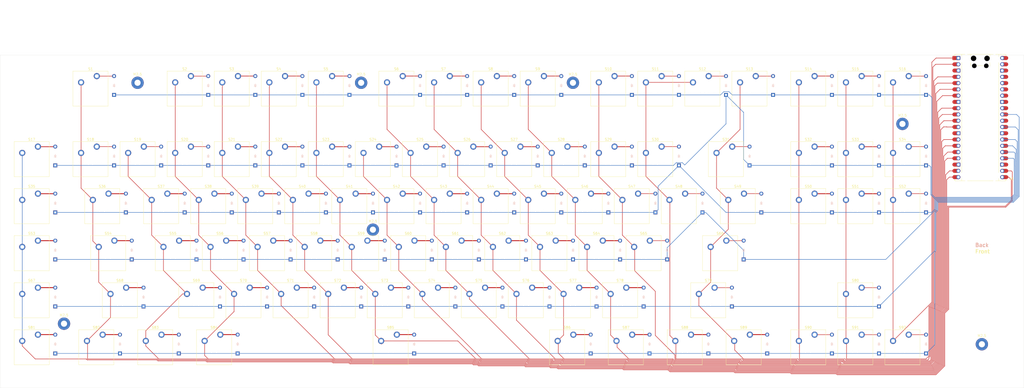
<source format=kicad_pcb>
(kicad_pcb (version 20241229) (generator "pcbnew") (generator_version "9.0")
  (layers (0 "F.Cu" signal) (2 "B.Cu" signal) (13 "F.Paste" user) (15 "B.Paste" user) (5 "F.SilkS" user "F.Silkscreen") (7 "B.SilkS" user "B.Silkscreen") (1 "F.Mask" user) (3 "B.Mask" user) (25 "Edge.Cuts" user))
  (net 0 "")
  (net 3 "Net-(A1-GND-Pad13)")
  (net 11 "Net-(D1-A)")
  (net 12 "col5")
  (net 13 "Net-(D2-A)")
  (net 14 "Net-(D3-A)")
  (net 15 "Net-(D4-A)")
  (net 16 "Net-(D5-A)")
  (net 17 "Net-(D6-A)")
  (net 18 "Net-(D7-A)")
  (net 19 "Net-(D8-A)")
  (net 20 "Net-(D9-A)")
  (net 21 "Net-(D10-A)")
  (net 22 "Net-(D11-A)")
  (net 23 "Net-(D12-A)")
  (net 24 "Net-(D13-A)")
  (net 25 "Net-(D14-A)")
  (net 26 "col4")
  (net 27 "Net-(D16-A)")
  (net 28 "Net-(D17-A)")
  (net 29 "Net-(D18-A)")
  (net 30 "Net-(D19-A)")
  (net 31 "Net-(D20-A)")
  (net 32 "Net-(D21-A)")
  (net 33 "Net-(D22-A)")
  (net 34 "Net-(D23-A)")
  (net 35 "Net-(D24-A)")
  (net 36 "Net-(D25-A)")
  (net 37 "Net-(D26-A)")
  (net 38 "Net-(D27-A)")
  (net 39 "Net-(D28-A)")
  (net 40 "Net-(D29-A)")
  (net 41 "Net-(D30-A)")
  (net 42 "Net-(D31-A)")
  (net 43 "Net-(D32-A)")
  (net 44 "Net-(D33-A)")
  (net 45 "Net-(D35-A)")
  (net 46 "col3")
  (net 47 "Net-(D36-A)")
  (net 48 "Net-(D37-A)")
  (net 49 "Net-(D38-A)")
  (net 50 "Net-(D39-A)")
  (net 51 "Net-(D40-A)")
  (net 52 "Net-(D41-A)")
  (net 53 "Net-(D42-A)")
  (net 54 "Net-(D43-A)")
  (net 55 "Net-(D44-A)")
  (net 56 "Net-(D45-A)")
  (net 57 "Net-(D50-A)")
  (net 58 "Net-(D51-A)")
  (net 59 "Net-(D52-A)")
  (net 60 "col2")
  (net 61 "Net-(D54-A)")
  (net 62 "Net-(D55-A)")
  (net 63 "Net-(D56-A)")
  (net 64 "Net-(D57-A)")
  (net 65 "Net-(D58-A)")
  (net 66 "Net-(D59-A)")
  (net 67 "Net-(D60-A)")
  (net 68 "Net-(D61-A)")
  (net 69 "Net-(D62-A)")
  (net 70 "Net-(D63-A)")
  (net 71 "Net-(D67-A)")
  (net 72 "Net-(D68-A)")
  (net 73 "Net-(D69-A)")
  (net 74 "Net-(D70-A)")
  (net 75 "Net-(D71-A)")
  (net 76 "Net-(D73-A)")
  (net 77 "col1")
  (net 78 "Net-(D74-A)")
  (net 79 "Net-(D75-A)")
  (net 80 "Net-(D76-A)")
  (net 81 "Net-(D77-A)")
  (net 82 "Net-(D78-A)")
  (net 83 "Net-(D79-A)")
  (net 84 "Net-(D80-A)")
  (net 85 "Net-(D81-A)")
  (net 86 "Net-(D82-A)")
  (net 87 "Net-(D83-A)")
  (net 88 "Net-(D84-A)")
  (net 89 "Net-(D85-A)")
  (net 90 "Net-(D86-A)")
  (net 91 "Net-(D87-A)")
  (net 92 "Net-(D89-A)")
  (net 93 "col0")
  (net 94 "Net-(D92-A)")
  (net 95 "col6")
  (net 96 "col8")
  (net 97 "col9")
  (net 98 "col10")
  (net 99 "col11")
  (net 100 "col13")
  (net 101 "col14")
  (net 102 "col15")
  (net 103 "col16")
  (net 104 "col17")
  (net 105 "col7")
  (net 106 "col12")
  (net 107 "Net-(D15-A)")
  (net 108 "Net-(D34-A)")
  (net 109 "Net-(D53-A)")
  (net 110 "Net-(D72-A)")
  (net 111 "Net-(D88-A)")
  (net 112 "Net-(D90-A)")
  (net 113 "Net-(D91-A)")
  (net 114 "row0")
  (net 115 "row1")
  (net 116 "row4")
  (net 117 "row5")
  (net 118 "row2")
  (net 119 "row3")
  (net 120 "Net-(D46-A)")
  (net 121 "Net-(D48-A)")
  (net 122 "Net-(D64-A)")
  (net 123 "Net-(D49-A)")
  (net 124 "Net-(D66-A)")
  (net 125 "Net-(D47-A)")
  (net 126 "Net-(D65-A)")
  (footprint "ScottoKeebs_MX:MX_PCB_1.00u" (layer "F.Cu") (at 161.925 85.725)
    (property "Reference" "S41")
    (property "Value" "Keyswitch")
  )
  (footprint "ScottoKeebs_MX:MX_PCB_1.00u" (layer "F.Cu") (at 64.29375 104.775)
    (property "Reference" "S54")
    (property "Value" "Keyswitch")
  )
  (footprint "ScottoKeebs_MX:MX_PCB_1.00u" (layer "F.Cu") (at 261.9375 104.775)
    (property "Reference" "S64")
    (property "Value" "Keyswitch")
  )
  (footprint "ScottoKeebs_MX:MX_PCB_1.00u" (layer "F.Cu") (at 200.025 38.1)
    (property "Reference" "S7")
    (property "Value" "Keyswitch")
  )
  (footprint "ScottoKeebs_MX:MX_PCB_1.00u" (layer "F.Cu") (at 95.25 66.675)
    (property "Reference" "S20")
    (property "Value" "Keyswitch")
  )
  (footprint "ScottoKeebs_MX:MX_PCB_1.00u" (layer "F.Cu") (at 285.75 66.675)
    (property "Reference" "S30")
    (property "Value" "Keyswitch")
  )
  (footprint "ScottoKeebs_MX:MX_PCB_1.00u" (layer "F.Cu") (at 119.0625 123.825)
    (property "Reference" "S70")
    (property "Value" "Keyswitch")
  )
  (footprint "ScottoKeebs_MX:MX_PCB_1.00u" (layer "F.Cu") (at 152.4 66.675)
    (property "Reference" "S23")
    (property "Value" "Keyswitch")
  )
  (footprint "ScottoKeebs_MX:MX_PCB_1.00u" (layer "F.Cu") (at 166.6875 104.775)
    (property "Reference" "S59")
    (property "Value" "Keyswitch")
  )
  (footprint "ScottoKeebs_MX:MX_PCB_1.00u" (layer "F.Cu") (at 83.34375 142.875)
    (property "Reference" "S83")
    (property "Value" "Keyswitch")
  )
  (footprint "ScottoKeebs_MX:MX_PCB_1.00u" (layer "F.Cu") (at 33.3375 104.775)
    (property "Reference" "S53")
    (property "Value" "Keyswitch")
  )
  (footprint "ScottoKeebs_MX:MX_PCB_1.00u" (layer "F.Cu") (at 366.7125 38.1)
    (property "Reference" "S15")
    (property "Value" "Keyswitch")
  )
  (footprint "ScottoKeebs_MX:MX_PCB_1.00u" (layer "F.Cu") (at 304.8 38.1)
    (property "Reference" "S12")
    (property "Value" "Keyswitch")
  )
  (footprint "ScottoKeebs_MX:MX_PCB_1.00u" (layer "F.Cu") (at 69.05625 123.825)
    (property "Reference" "S68")
    (property "Value" "Keyswitch")
  )
  (footprint "ScottoKeebs_MX:MX_PCB_1.00u" (layer "F.Cu") (at 100.0125 123.825)
    (property "Reference" "S69")
    (property "Value" "Keyswitch")
  )
  (footprint "ScottoKeebs_MX:MX_PCB_1.00u" (layer "F.Cu") (at 385.7625 85.725)
    (property "Reference" "S52")
    (property "Value" "Keyswitch")
  )
  (footprint "ScottoKeebs_MX:MX_PCB_1.00u" (layer "F.Cu") (at 247.65 66.675)
    (property "Reference" "S28")
    (property "Value" "Keyswitch")
  )
  (footprint "ScottoKeebs_MX:MX_PCB_1.00u" (layer "F.Cu") (at 314.325 66.675)
    (property "Reference" "S31")
    (property "Value" "Keyswitch")
  )
  (footprint "ScottoKeebs_MX:MX_PCB_1.00u" (layer "F.Cu") (at 142.875 85.725)
    (property "Reference" "S40")
    (property "Value" "Keyswitch")
  )
  (footprint "ScottoKeebs_MX:MX_PCB_1.00u" (layer "F.Cu") (at 33.3375 66.675)
    (property "Reference" "S17")
    (property "Value" "Keyswitch")
  )
  (footprint "ScottoKeebs_MX:MX_PCB_1.00u" (layer "F.Cu") (at 366.7125 142.875)
    (property "Reference" "S91")
    (property "Value" "Keyswitch")
  )
  (footprint "ScottoKeebs_MX:MX_PCB_1.00u" (layer "F.Cu") (at 61.9125 85.725)
    (property "Reference" "S36")
    (property "Value" "Keyswitch")
  )
  (footprint "ScottoKeebs_MX:MX_PCB_1.00u" (layer "F.Cu") (at 171.45 66.675)
    (property "Reference" "S24")
    (property "Value" "Keyswitch")
  )
  (footprint "ScottoKeebs_MX:MX_PCB_1.00u" (layer "F.Cu") (at 385.7625 38.1)
    (property "Reference" "S16")
    (property "Value" "Keyswitch")
  )
  (footprint "ScottoKeebs_MX:MX_PCB_1.00u" (layer "F.Cu") (at 347.6625 142.875)
    (property "Reference" "S90")
    (property "Value" "Keyswitch")
  )
  (footprint "ScottoKeebs_MX:MX_PCB_1.00u" (layer "F.Cu") (at 109.5375 104.775)
    (property "Reference" "S56")
    (property "Value" "Keyswitch")
  )
  (footprint "ScottoKeebs_MX:MX_PCB_1.00u" (layer "F.Cu") (at 366.7125 123.825)
    (property "Reference" "S80")
    (property "Value" "Keyswitch")
  )
  (footprint "ScottoKeebs_MX:MX_PCB_1.00u" (layer "F.Cu") (at 95.25 38.1)
    (property "Reference" "S2")
    (property "Value" "Keyswitch")
  )
  (footprint "ScottoKeebs_MX:MX_PCB_1.00u" (layer "F.Cu") (at 347.6625 66.675)
    (property "Reference" "S32")
    (property "Value" "Keyswitch")
  )
  (footprint "ScottoKeebs_MX:MX_PCB_1.00u" (layer "F.Cu") (at 319.0875 85.725)
    (property "Reference" "S49")
    (property "Value" "Keyswitch")
  )
  (footprint "ScottoKeebs_MX:MX_PCB_1.00u" (layer "F.Cu") (at 366.7125 85.725)
    (property "Reference" "S51")
    (property "Value" "Keyswitch")
  )
  (footprint "ScottoKeebs_MX:MX_PCB_1.00u" (layer "F.Cu") (at 238.125 38.1)
    (property "Reference" "S9")
    (property "Value" "Keyswitch")
  )
  (footprint "ScottoKeebs_MX:MX_PCB_1.00u" (layer "F.Cu") (at 323.85 38.1)
    (property "Reference" "S13")
    (property "Value" "Keyswitch")
  )
  (footprint "ScottoKeebs_MX:MX_PCB_1.00u" (layer "F.Cu") (at 242.8875 104.775)
    (property "Reference" "S63")
    (property "Value" "Keyswitch")
  )
  (footprint "ScottoKeebs_MX:MX_PCB_1.00u" (layer "F.Cu") (at 209.55 66.675)
    (property "Reference" "S26")
    (property "Value" "Keyswitch")
  )
  (footprint "ScottoKeebs_MX:MX_PCB_1.00u" (layer "F.Cu") (at 104.775 85.725)
    (property "Reference" "S38")
    (property "Value" "Keyswitch")
  )
  (footprint "ScottoKeebs_MX:MX_PCB_1.00u" (layer "F.Cu") (at 76.2 66.675)
    (property "Reference" "S19")
    (property "Value" "Keyswitch")
  )
  (footprint "ScottoKeebs_MX:MX_PCB_1.00u" (layer "F.Cu") (at 285.75 38.1)
    (property "Reference" "S11")
    (property "Value" "Keyswitch")
  )
  (footprint "ScottoKeebs_MX:MX_PCB_1.00u" (layer "F.Cu") (at 200.025 85.725)
    (property "Reference" "S43")
    (property "Value" "Keyswitch")
  )
  (footprint "ScottoKeebs_MX:MX_PCB_1.00u" (layer "F.Cu") (at 238.125 85.725)
    (property "Reference" "S45")
    (property "Value" "Keyswitch")
  )
  (footprint "ScottoKeebs_MX:MX_PCB_1.00u" (layer "F.Cu") (at 33.3375 142.875)
    (property "Reference" "S81")
    (property "Value" "Keyswitch")
  )
  (footprint "ScottoKeebs_MX:MX_PCB_1.00u" (layer "F.Cu") (at 347.6625 85.725)
    (property "Reference" "S50")
    (property "Value" "Keyswitch")
  )
  (footprint "ScottoKeebs_MX:MX_PCB_1.00u" (layer "F.Cu") (at 280.9875 104.775)
    (property "Reference" "S65")
    (property "Value" "Keyswitch")
  )
  (footprint "ScottoKeebs_MX:MX_PCB_1.00u" (layer "F.Cu") (at 107.15625 142.875)
    (property "Reference" "S84")
    (property "Value" "Keyswitch")
  )
  (footprint "ScottoKeebs_MX:MX_PCB_1.00u" (layer "F.Cu") (at 33.3375 85.725)
    (property "Reference" "S35")
    (property "Value" "Keyswitch")
  )
  (footprint "ScottoKeebs_MX:MX_PCB_1.00u" (layer "F.Cu") (at 147.6375 104.775)
    (property "Reference" "S58")
    (property "Value" "Keyswitch")
  )
  (footprint "ScottoKeebs_MX:MX_PCB_1.00u" (layer "F.Cu") (at 219.075 38.1)
    (property "Reference" "S8")
    (property "Value" "Keyswitch")
  )
  (footprint "ScottoKeebs_MX:MX_PCB_1.00u" (layer "F.Cu") (at 223.8375 104.775)
    (property "Reference" "S62")
    (property "Value" "Keyswitch")
  )
  (footprint "ScottoKeebs_MX:MX_PCB_1.00u" (layer "F.Cu") (at 138.1125 123.825)
    (property "Reference" "S71")
    (property "Value" "Keyswitch")
  )
  (footprint "ScottoKeebs_MX:MX_PCB_1.00u" (layer "F.Cu") (at 385.7625 66.675)
    (property "Reference" "S34")
    (property "Value" "Keyswitch")
  )
  (footprint "ScottoKeebs_MX:MX_PCB_1.00u" (layer "F.Cu") (at 114.3 38.1)
    (property "Reference" "S3")
    (property "Value" "Keyswitch")
  )
  (footprint "MountingHole:MountingHole_2.5mm_Pad" (layer "F.Cu") (at 166.684 35.718)
    (property "Reference" "M2.5")
    (property "Value" "MountingHole_2.5mm_Pad")
  )
  (footprint "ScottoKeebs_MX:MX_PCB_1.00u" (layer "F.Cu") (at 273.84375 142.875)
    (property "Reference" "S87")
    (property "Value" "Keyswitch")
  )
  (footprint "ScottoKeebs_MX:MX_PCB_1.00u" (layer "F.Cu") (at 204.7875 104.775)
    (property "Reference" "S61")
    (property "Value" "Keyswitch")
  )
  (footprint "ScottoKeebs_MX:MX_PCB_1.00u" (layer "F.Cu") (at 266.7 66.675)
    (property "Reference" "S29")
    (property "Value" "Keyswitch")
  )
  (footprint "ScottoKeebs_MX:MX_PCB_1.00u" (layer "F.Cu") (at 133.35 38.1)
    (property "Reference" "S4")
    (property "Value" "Keyswitch")
  )
  (footprint "MountingHole:MountingHole_2.5mm_Pad" (layer "F.Cu") (at 76.1984 35.718)
    (property "Reference" "M2.5")
    (property "Value" "MountingHole_2.5mm_Pad")
  )
  (footprint "ScottoKeebs_MX:MX_PCB_1.00u" (layer "F.Cu") (at 195.2625 123.825)
    (property "Reference" "S74")
    (property "Value" "Keyswitch")
  )
  (footprint "ScottoKeebs_MX:MX_PCB_1.00u" (layer "F.Cu") (at 157.1625 123.825)
    (property "Reference" "S72")
    (property "Value" "Keyswitch")
  )
  (footprint "ScottoKeebs_MX:MX_PCB_1.00u" (layer "F.Cu") (at 250.03125 142.875)
    (property "Reference" "S86")
    (property "Value" "Keyswitch")
  )
  (footprint "ScottoKeebs_MX:MX_PCB_1.00u" (layer "F.Cu") (at 33.3375 123.825)
    (property "Reference" "S67")
    (property "Value" "Keyswitch")
  )
  (footprint "ScottoKeebs_MX:MX_PCB_1.00u" (layer "F.Cu") (at 295.275 85.725)
    (property "Reference" "S48")
    (property "Value" "Keyswitch")
  )
  (footprint "ScottoKeebs_MX:MX_PCB_1.00u" (layer "F.Cu") (at 180.975 38.1)
    (property "Reference" "S6")
    (property "Value" "Keyswitch")
  )
  (footprint "ScottoKeebs_MX:MX_PCB_1.00u" (layer "F.Cu") (at 180.975 85.725)
    (property "Reference" "S42")
    (property "Value" "Keyswitch")
  )
  (footprint "MountingHole:MountingHole_2.5mm_Pad" (layer "F.Cu") (at 417.9006 141.6814)
    (property "Reference" "M2.5")
    (property "Value" "MountingHole_2.5mm_Pad")
  )
  (footprint "ScottoKeebs_MX:MX_PCB_1.00u" (layer "F.Cu") (at 178.59375 142.875)
    (property "Reference" "S85")
    (property "Value" "Keyswitch")
  )
  (footprint "ScottoKeebs_MX:MX_PCB_1.00u" (layer "F.Cu") (at 233.3625 123.825)
    (property "Reference" "S76")
    (property "Value" "Keyswitch")
  )
  (footprint "MountingHole:MountingHole_2.5mm_Pad" (layer "F.Cu") (at 385.7544 52.3864)
    (property "Reference" "M2.5")
    (property "Value" "MountingHole_2.5mm_Pad")
  )
  (footprint "ScottoKeebs_MX:MX_PCB_1.00u" (layer "F.Cu") (at 257.175 85.725)
    (property "Reference" "S46")
    (property "Value" "Keyswitch")
  )
  (footprint "ScottoKeebs_MX:MX_PCB_1.00u" (layer "F.Cu") (at 228.6 66.675)
    (property "Reference" "S27")
    (property "Value" "Keyswitch")
  )
  (footprint "MountingHole:MountingHole_2.5mm_Pad" (layer "F.Cu") (at 171.4464 95.248)
    (property "Reference" "M2.5")
    (property "Value" "MountingHole_2.5mm_Pad")
  )
  (footprint "ScottoKeebs_MX:MX_PCB_1.00u" (layer "F.Cu") (at 385.7625 142.875)
    (property "Reference" "S92")
    (property "Value" "Keyswitch")
  )
  (footprint "ScottoKeebs_MX:MX_PCB_1.00u" (layer "F.Cu") (at 185.7375 104.775)
    (property "Reference" "S60")
    (property "Value" "Keyswitch")
  )
  (footprint "ScottoKeebs_MX:MX_PCB_1.00u" (layer "F.Cu") (at 214.3125 123.825)
    (property "Reference" "S75")
    (property "Value" "Keyswitch")
  )
  (footprint "ScottoKeebs_MX:MX_PCB_1.00u" (layer "F.Cu") (at 297.65625 142.875)
    (property "Reference" "S88")
    (property "Value" "Keyswitch")
  )
  (footprint "MountingHole:MountingHole_2.5mm_Pad" (layer "F.Cu") (at 252.4072 35.718)
    (property "Reference" "M2.5")
    (property "Value" "MountingHole_2.5mm_Pad")
  )
  (footprint "ScottoKeebs_MX:MX_PCB_1.00u" (layer "F.Cu") (at 90.4875 104.775)
    (property "Reference" "S55")
    (property "Value" "Keyswitch")
  )
  (footprint "ScottoKeebs_MX:MX_PCB_1.00u" (layer "F.Cu") (at 271.4625 123.825)
    (property "Reference" "S78")
    (property "Value" "Keyswitch")
  )
  (footprint "ScottoKeebs_MX:MX_PCB_1.00u" (layer "F.Cu") (at 266.7 38.1)
    (property "Reference" "S10")
    (property "Value" "Keyswitch")
  )
  (footprint "ScottoKeebs_MX:MX_PCB_1.00u" (layer "F.Cu") (at 57.15 66.675)
    (property "Reference" "S18")
    (property "Value" "Keyswitch")
  )
  (footprint "ScottoKeebs_MX:MX_PCB_1.00u" (layer "F.Cu") (at 85.725 85.725)
    (property "Reference" "S37")
    (property "Value" "Keyswitch")
  )
  (footprint "ScottoKeebs_MX:MX_PCB_1.00u" (layer "F.Cu") (at 321.46875 142.875)
    (property "Reference" "S89")
    (property "Value" "Keyswitch")
  )
  (footprint "ScottoKeebs_MX:MX_PCB_1.00u" (layer "F.Cu") (at 128.5875 104.775)
    (property "Reference" "S57")
    (property "Value" "Keyswitch")
  )
  (footprint "ScottoKeebs_MX:MX_PCB_1.00u" (layer "F.Cu") (at 176.2125 123.825)
    (property "Reference" "S73")
    (property "Value" "Keyswitch")
  )
  (footprint "ScottoKeebs_MX:MX_PCB_1.00u" (layer "F.Cu") (at 366.7125 66.675)
    (property "Reference" "S33")
    (property "Value" "Keyswitch")
  )
  (footprint "ScottoKeebs_MX:MX_PCB_1.00u" (layer "F.Cu") (at 307.18125 123.825)
    (property "Reference" "S79")
    (property "Value" "Keyswitch")
  )
  (footprint "ScottoKeebs_MX:MX_PCB_1.00u" (layer "F.Cu") (at 133.35 66.675)
    (property "Reference" "S22")
    (property "Value" "Keyswitch")
  )
  (footprint "MountingHole:MountingHole_2.5mm_Pad" (layer "F.Cu") (at 46.4334 133.3472)
    (property "Reference" "M2.5")
    (property "Value" "MountingHole_2.5mm_Pad")
  )
  (footprint "Module:RaspberryPi_Pico_Common_Unspecified" (layer "F.Cu") (at 417.2658 49.8273)
    (property "Reference" "A1")
    (property "Value" "RaspberryPi_Pico")
  )
  (footprint "ScottoKeebs_MX:MX_PCB_1.00u" (layer "F.Cu") (at 252.4125 123.825)
    (property "Reference" "S77")
    (property "Value" "Keyswitch")
  )
  (footprint "ScottoKeebs_MX:MX_PCB_1.00u" (layer "F.Cu") (at 190.5 66.675)
    (property "Reference" "S25")
    (property "Value" "Keyswitch")
  )
  (footprint "ScottoKeebs_MX:MX_PCB_1.00u" (layer "F.Cu") (at 219.075 85.725)
    (property "Reference" "S44")
    (property "Value" "Keyswitch")
  )
  (footprint "ScottoKeebs_MX:MX_PCB_1.00u" (layer "F.Cu") (at 347.6625 38.1)
    (property "Reference" "S14")
    (property "Value" "Keyswitch")
  )
  (footprint "ScottoKeebs_MX:MX_PCB_1.00u" (layer "F.Cu") (at 59.53125 142.875)
    (property "Reference" "S82")
    (property "Value" "Keyswitch")
  )
  (footprint "ScottoKeebs_MX:MX_PCB_1.00u" (layer "F.Cu") (at 123.825 85.725)
    (property "Reference" "S39")
    (property "Value" "Keyswitch")
  )
  (footprint "ScottoKeebs_MX:MX_PCB_1.00u" (layer "F.Cu") (at 152.4 38.1)
    (property "Reference" "S5")
    (property "Value" "Keyswitch")
  )
  (footprint "ScottoKeebs_MX:MX_PCB_1.00u" (layer "F.Cu") (at 57.15 38.1)
    (property "Reference" "S1")
    (property "Value" "Keyswitch")
  )
  (footprint "ScottoKeebs_MX:MX_PCB_1.00u" (layer "F.Cu") (at 114.3 66.675)
    (property "Reference" "S21")
    (property "Value" "Keyswitch")
  )
  (footprint "ScottoKeebs_MX:MX_PCB_1.00u" (layer "F.Cu") (at 311.94375 104.775)
    (property "Reference" "S66")
    (property "Value" "Keyswitch")
  )
  (footprint "ScottoKeebs_MX:MX_PCB_1.00u" (layer "F.Cu") (at 276.225 85.725)
    (property "Reference" "S47")
    (property "Value" "Keyswitch")
  )
  (footprint "ScottoKeebs_Components:Diode_DO-35" (layer "B.Cu") (at 376.2625 126.355 90)
    (property "Reference" "D80" (hide yes))
    (property "Value" "Diode" (hide yes))
  )
  (footprint "ScottoKeebs_Components:Diode_DO-35" (layer "B.Cu") (at 161.95 40.63 90)
    (property "Reference" "D5" (hide yes))
    (property "Value" "Diode" (hide yes))
  )
  (footprint "ScottoKeebs_Components:Diode_DO-35" (layer "B.Cu") (at 119.0875 107.305 90)
    (property "Reference" "D56" (hide yes))
    (property "Value" "Diode" (hide yes))
  )
  (footprint "ScottoKeebs_Components:Diode_DO-35" (layer "B.Cu") (at 104.8 40.63 90)
    (property "Reference" "D2" (hide yes))
    (property "Value" "Diode" (hide yes))
  )
  (footprint "ScottoKeebs_Components:Diode_DO-35" (layer "B.Cu") (at 281.0125 126.355 90)
    (property "Reference" "D78" (hide yes))
    (property "Value" "Diode" (hide yes))
  )
  (footprint "ScottoKeebs_Components:Diode_DO-35" (layer "B.Cu") (at 307.20625 145.405 90)
    (property "Reference" "D88" (hide yes))
    (property "Value" "Diode" (hide yes))
  )
  (footprint "ScottoKeebs_Components:Diode_DO-35" (layer "B.Cu") (at 395.3125 40.63 90)
    (property "Reference" "D16" (hide yes))
    (property "Value" "Diode" (hide yes))
  )
  (footprint "ScottoKeebs_Components:Diode_DO-35" (layer "B.Cu") (at 209.575 88.255 90)
    (property "Reference" "D43" (hide yes))
    (property "Value" "Diode" (hide yes))
  )
  (footprint "ScottoKeebs_Components:Diode_DO-35" (layer "B.Cu") (at 147.6625 126.355 90)
    (property "Reference" "D71" (hide yes))
    (property "Value" "Diode" (hide yes))
  )
  (footprint "ScottoKeebs_Components:Diode_DO-35" (layer "B.Cu") (at 247.675 88.255 90)
    (property "Reference" "D45" (hide yes))
    (property "Value" "Diode" (hide yes))
  )
  (footprint "ScottoKeebs_Components:Diode_DO-35" (layer "B.Cu") (at 188.14375 145.405 90)
    (property "Reference" "D85" (hide yes))
    (property "Value" "Diode" (hide yes))
  )
  (footprint "ScottoKeebs_Components:Diode_DO-35" (layer "B.Cu") (at 92.89375 145.405 90)
    (property "Reference" "D83" (hide yes))
    (property "Value" "Diode" (hide yes))
  )
  (footprint "ScottoKeebs_Components:Diode_DO-35" (layer "B.Cu") (at 166.7125 126.355 90)
    (property "Reference" "D72" (hide yes))
    (property "Value" "Diode" (hide yes))
  )
  (footprint "ScottoKeebs_Components:Diode_DO-35" (layer "B.Cu") (at 283.39375 145.405 90)
    (property "Reference" "D87" (hide yes))
    (property "Value" "Diode" (hide yes))
  )
  (footprint "ScottoKeebs_Components:Diode_DO-35" (layer "B.Cu") (at 69.08125 145.405 90)
    (property "Reference" "D82" (hide yes))
    (property "Value" "Diode" (hide yes))
  )
  (footprint "ScottoKeebs_Components:Diode_DO-35" (layer "B.Cu") (at 109.5625 126.355 90)
    (property "Reference" "D69" (hide yes))
    (property "Value" "Diode" (hide yes))
  )
  (footprint "ScottoKeebs_Components:Diode_DO-35" (layer "B.Cu") (at 116.70625 145.405 90)
    (property "Reference" "D84" (hide yes))
    (property "Value" "Diode" (hide yes))
  )
  (footprint "ScottoKeebs_Components:Diode_DO-35" (layer "B.Cu") (at 42.8875 69.205 90)
    (property "Reference" "D17" (hide yes))
    (property "Value" "Diode" (hide yes))
  )
  (footprint "ScottoKeebs_Components:Diode_DO-35" (layer "B.Cu") (at 190.525 40.63 90)
    (property "Reference" "D6" (hide yes))
    (property "Value" "Diode" (hide yes))
  )
  (footprint "ScottoKeebs_Components:Diode_DO-35" (layer "B.Cu") (at 223.8625 126.355 90)
    (property "Reference" "D75" (hide yes))
    (property "Value" "Diode" (hide yes))
  )
  (footprint "ScottoKeebs_Components:Diode_DO-35" (layer "B.Cu") (at 209.575 40.63 90)
    (property "Reference" "D7" (hide yes))
    (property "Value" "Diode" (hide yes))
  )
  (footprint "ScottoKeebs_Components:Diode_DO-35" (layer "B.Cu") (at 276.25 69.205 90)
    (property "Reference" "D29" (hide yes))
    (property "Value" "Diode" (hide yes))
  )
  (footprint "ScottoKeebs_Components:Diode_DO-35" (layer "B.Cu") (at 271.4875 107.305 90)
    (property "Reference" "D64" (hide yes))
    (property "Value" "Diode" (hide yes))
  )
  (footprint "ScottoKeebs_Components:Diode_DO-35" (layer "B.Cu") (at 152.425 88.255 90)
    (property "Reference" "D40" (hide yes))
    (property "Value" "Diode" (hide yes))
  )
  (footprint "ScottoKeebs_Components:Diode_DO-35" (layer "B.Cu") (at 128.6125 126.355 90)
    (property "Reference" "D70" (hide yes))
    (property "Value" "Diode" (hide yes))
  )
  (footprint "ScottoKeebs_Components:Diode_DO-35" (layer "B.Cu") (at 66.7 40.63 90)
    (property "Reference" "D1" (hide yes))
    (property "Value" "Diode" (hide yes))
  )
  (footprint "ScottoKeebs_Components:Diode_DO-35" (layer "B.Cu") (at 357.2125 69.205 90)
    (property "Reference" "D32" (hide yes))
    (property "Value" "Diode" (hide yes))
  )
  (footprint "ScottoKeebs_Components:Diode_DO-35" (layer "B.Cu") (at 295.3 69.205 90)
    (property "Reference" "D30" (hide yes))
    (property "Value" "Diode" (hide yes))
  )
  (footprint "ScottoKeebs_Components:Diode_DO-35" (layer "B.Cu") (at 395.3125 69.205 90)
    (property "Reference" "D34" (hide yes))
    (property "Value" "Diode" (hide yes))
  )
  (footprint "ScottoKeebs_Components:Diode_DO-35" (layer "B.Cu") (at 71.4625 88.255 90)
    (property "Reference" "D36" (hide yes))
    (property "Value" "Diode" (hide yes))
  )
  (footprint "ScottoKeebs_Components:Diode_DO-35" (layer "B.Cu") (at 323.875 69.205 90)
    (property "Reference" "D31" (hide yes))
    (property "Value" "Diode" (hide yes))
  )
  (footprint "ScottoKeebs_Components:Diode_DO-35" (layer "B.Cu") (at 266.725 88.255 90)
    (property "Reference" "D46" (hide yes))
    (property "Value" "Diode" (hide yes))
  )
  (footprint "ScottoKeebs_Components:Diode_DO-35" (layer "B.Cu") (at 133.375 88.255 90)
    (property "Reference" "D39" (hide yes))
    (property "Value" "Diode" (hide yes))
  )
  (footprint "ScottoKeebs_Components:Diode_DO-35" (layer "B.Cu") (at 190.525 88.255 90)
    (property "Reference" "D42" (hide yes))
    (property "Value" "Diode" (hide yes))
  )
  (footprint "ScottoKeebs_Components:Diode_DO-35" (layer "B.Cu") (at 376.2625 69.205 90)
    (property "Reference" "D33" (hide yes))
    (property "Value" "Diode" (hide yes))
  )
  (footprint "ScottoKeebs_Components:Diode_DO-35" (layer "B.Cu") (at 95.275 88.255 90)
    (property "Reference" "D37" (hide yes))
    (property "Value" "Diode" (hide yes))
  )
  (footprint "ScottoKeebs_Components:Diode_DO-35" (layer "B.Cu") (at 42.8875 145.405 90)
    (property "Reference" "D81" (hide yes))
    (property "Value" "Diode" (hide yes))
  )
  (footprint "ScottoKeebs_Components:Diode_DO-35" (layer "B.Cu") (at 204.8125 126.355 90)
    (property "Reference" "D74" (hide yes))
    (property "Value" "Diode" (hide yes))
  )
  (footprint "ScottoKeebs_Components:Diode_DO-35" (layer "B.Cu") (at 376.2625 40.63 90)
    (property "Reference" "D15" (hide yes))
    (property "Value" "Diode" (hide yes))
  )
  (footprint "ScottoKeebs_Components:Diode_DO-35" (layer "B.Cu") (at 228.625 40.63 90)
    (property "Reference" "D8" (hide yes))
    (property "Value" "Diode" (hide yes))
  )
  (footprint "ScottoKeebs_Components:Diode_DO-35" (layer "B.Cu") (at 171.475 88.255 90)
    (property "Reference" "D41" (hide yes))
    (property "Value" "Diode" (hide yes))
  )
  (footprint "ScottoKeebs_Components:Diode_DO-35" (layer "B.Cu") (at 100.0375 107.305 90)
    (property "Reference" "D55" (hide yes))
    (property "Value" "Diode" (hide yes))
  )
  (footprint "ScottoKeebs_Components:Diode_DO-35" (layer "B.Cu") (at 290.5375 107.305 90)
    (property "Reference" "D65" (hide yes))
    (property "Value" "Diode" (hide yes))
  )
  (footprint "ScottoKeebs_Components:Diode_DO-35" (layer "B.Cu") (at 259.58125 145.405 90)
    (property "Reference" "D86" (hide yes))
    (property "Value" "Diode" (hide yes))
  )
  (footprint "ScottoKeebs_Components:Diode_DO-35" (layer "B.Cu") (at 185.7625 126.355 90)
    (property "Reference" "D73" (hide yes))
    (property "Value" "Diode" (hide yes))
  )
  (footprint "ScottoKeebs_Components:Diode_DO-35" (layer "B.Cu") (at 276.25 40.63 90)
    (property "Reference" "D10" (hide yes))
    (property "Value" "Diode" (hide yes))
  )
  (footprint "ScottoKeebs_Components:Diode_DO-35" (layer "B.Cu") (at 357.2125 88.255 90)
    (property "Reference" "D50" (hide yes))
    (property "Value" "Diode" (hide yes))
  )
  (footprint "ScottoKeebs_Components:Diode_DO-35" (layer "B.Cu") (at 85.75 69.205 90)
    (property "Reference" "D19" (hide yes))
    (property "Value" "Diode" (hide yes))
  )
  (footprint "ScottoKeebs_Components:Diode_DO-35" (layer "B.Cu") (at 261.9625 126.355 90)
    (property "Reference" "D77" (hide yes))
    (property "Value" "Diode" (hide yes))
  )
  (footprint "ScottoKeebs_Components:Diode_DO-35" (layer "B.Cu") (at 42.8875 126.355 90)
    (property "Reference" "D67" (hide yes))
    (property "Value" "Diode" (hide yes))
  )
  (footprint "ScottoKeebs_Components:Diode_DO-35" (layer "B.Cu") (at 78.60625 126.355 90)
    (property "Reference" "D68" (hide yes))
    (property "Value" "Diode" (hide yes))
  )
  (footprint "ScottoKeebs_Components:Diode_DO-35" (layer "B.Cu") (at 114.325 88.255 90)
    (property "Reference" "D38" (hide yes))
    (property "Value" "Diode" (hide yes))
  )
  (footprint "ScottoKeebs_Components:Diode_DO-35" (layer "B.Cu") (at 42.8875 88.255 90)
    (property "Reference" "D35" (hide yes))
    (property "Value" "Diode" (hide yes))
  )
  (footprint "ScottoKeebs_Components:Diode_DO-35" (layer "B.Cu") (at 200.05 69.205 90)
    (property "Reference" "D25" (hide yes))
    (property "Value" "Diode" (hide yes))
  )
  (footprint "ScottoKeebs_Components:Diode_DO-35" (layer "B.Cu") (at 395.3125 145.405 90)
    (property "Reference" "D92" (hide yes))
    (property "Value" "Diode" (hide yes))
  )
  (footprint "ScottoKeebs_Components:Diode_DO-35" (layer "B.Cu") (at 228.625 88.255 90)
    (property "Reference" "D44" (hide yes))
    (property "Value" "Diode" (hide yes))
  )
  (footprint "ScottoKeebs_Components:Diode_DO-35" (layer "B.Cu") (at 104.8 69.205 90)
    (property "Reference" "D20" (hide yes))
    (property "Value" "Diode" (hide yes))
  )
  (footprint "ScottoKeebs_Components:Diode_DO-35" (layer "B.Cu") (at 123.85 69.205 90)
    (property "Reference" "D21" (hide yes))
    (property "Value" "Diode" (hide yes))
  )
  (footprint "ScottoKeebs_Components:Diode_DO-35" (layer "B.Cu") (at 176.2375 107.305 90)
    (property "Reference" "D59" (hide yes))
    (property "Value" "Diode" (hide yes))
  )
  (footprint "ScottoKeebs_Components:Diode_DO-35" (layer "B.Cu") (at 257.2 69.205 90)
    (property "Reference" "D28" (hide yes))
    (property "Value" "Diode" (hide yes))
  )
  (footprint "ScottoKeebs_Components:Diode_DO-35" (layer "B.Cu") (at 376.2625 88.255 90)
    (property "Reference" "D51" (hide yes))
    (property "Value" "Diode" (hide yes))
  )
  (footprint "ScottoKeebs_Components:Diode_DO-35" (layer "B.Cu") (at 316.73125 126.355 90)
    (property "Reference" "D79" (hide yes))
    (property "Value" "Diode" (hide yes))
  )
  (footprint "ScottoKeebs_Components:Diode_DO-35" (layer "B.Cu") (at 395.3125 88.255 90)
    (property "Reference" "D52" (hide yes))
    (property "Value" "Diode" (hide yes))
  )
  (footprint "ScottoKeebs_Components:Diode_DO-35" (layer "B.Cu") (at 314.35 40.63 90)
    (property "Reference" "D12" (hide yes))
    (property "Value" "Diode" (hide yes))
  )
  (footprint "ScottoKeebs_Components:Diode_DO-35" (layer "B.Cu") (at 161.95 69.205 90)
    (property "Reference" "D23" (hide yes))
    (property "Value" "Diode" (hide yes))
  )
  (footprint "ScottoKeebs_Components:Diode_DO-35" (layer "B.Cu") (at 247.675 40.63 90)
    (property "Reference" "D9" (hide yes))
    (property "Value" "Diode" (hide yes))
  )
  (footprint "ScottoKeebs_Components:Diode_DO-35" (layer "B.Cu") (at 328.6375 88.255 90)
    (property "Reference" "D49" (hide yes))
    (property "Value" "Diode" (hide yes))
  )
  (footprint "ScottoKeebs_Components:Diode_DO-35" (layer "B.Cu") (at 219.1 69.205 90)
    (property "Reference" "D26" (hide yes))
    (property "Value" "Diode" (hide yes))
  )
  (footprint "ScottoKeebs_Components:Diode_DO-35" (layer "B.Cu") (at 181 69.205 90)
    (property "Reference" "D24" (hide yes))
    (property "Value" "Diode" (hide yes))
  )
  (footprint "ScottoKeebs_Components:Diode_DO-35" (layer "B.Cu") (at 214.3375 107.305 90)
    (property "Reference" "D61" (hide yes))
    (property "Value" "Diode" (hide yes))
  )
  (footprint "ScottoKeebs_Components:Diode_DO-35" (layer "B.Cu") (at 252.4375 107.305 90)
    (property "Reference" "D63" (hide yes))
    (property "Value" "Diode" (hide yes))
  )
  (footprint "ScottoKeebs_Components:Diode_DO-35" (layer "B.Cu") (at 42.8875 107.305 90)
    (property "Reference" "D53" (hide yes))
    (property "Value" "Diode" (hide yes))
  )
  (footprint "ScottoKeebs_Components:Diode_DO-35" (layer "B.Cu") (at 295.3 40.63 90)
    (property "Reference" "D11" (hide yes))
    (property "Value" "Diode" (hide yes))
  )
  (footprint "ScottoKeebs_Components:Diode_DO-35" (layer "B.Cu") (at 66.7 69.205 90)
    (property "Reference" "D18" (hide yes))
    (property "Value" "Diode" (hide yes))
  )
  (footprint "ScottoKeebs_Components:Diode_DO-35" (layer "B.Cu") (at 142.9 69.205 90)
    (property "Reference" "D22" (hide yes))
    (property "Value" "Diode" (hide yes))
  )
  (footprint "ScottoKeebs_Components:Diode_DO-35" (layer "B.Cu") (at 195.2875 107.305 90)
    (property "Reference" "D60" (hide yes))
    (property "Value" "Diode" (hide yes))
  )
  (footprint "ScottoKeebs_Components:Diode_DO-35" (layer "B.Cu") (at 238.15 69.205 90)
    (property "Reference" "D27" (hide yes))
    (property "Value" "Diode" (hide yes))
  )
  (footprint "ScottoKeebs_Components:Diode_DO-35" (layer "B.Cu") (at 142.9 40.63 90)
    (property "Reference" "D4" (hide yes))
    (property "Value" "Diode" (hide yes))
  )
  (footprint "ScottoKeebs_Components:Diode_DO-35" (layer "B.Cu") (at 376.2625 145.405 90)
    (property "Reference" "D91" (hide yes))
    (property "Value" "Diode" (hide yes))
  )
  (footprint "ScottoKeebs_Components:Diode_DO-35" (layer "B.Cu") (at 73.84375 107.305 90)
    (property "Reference" "D54" (hide yes))
    (property "Value" "Diode" (hide yes))
  )
  (footprint "ScottoKeebs_Components:Diode_DO-35" (layer "B.Cu") (at 321.49375 107.305 90)
    (property "Reference" "D66" (hide yes))
    (property "Value" "Diode" (hide yes))
  )
  (footprint "ScottoKeebs_Components:Diode_DO-35" (layer "B.Cu") (at 285.775 88.255 90)
    (property "Reference" "D47" (hide yes))
    (property "Value" "Diode" (hide yes))
  )
  (footprint "ScottoKeebs_Components:Diode_DO-35" (layer "B.Cu") (at 233.3875 107.305 90)
    (property "Reference" "D62" (hide yes))
    (property "Value" "Diode" (hide yes))
  )
  (footprint "ScottoKeebs_Components:Diode_DO-35" (layer "B.Cu") (at 304.825 88.255 90)
    (property "Reference" "D48" (hide yes))
    (property "Value" "Diode" (hide yes))
  )
  (footprint "ScottoKeebs_Components:Diode_DO-35" (layer "B.Cu") (at 157.1875 107.305 90)
    (property "Reference" "D58" (hide yes))
    (property "Value" "Diode" (hide yes))
  )
  (footprint "ScottoKeebs_Components:Diode_DO-35" (layer "B.Cu") (at 123.85 40.63 90)
    (property "Reference" "D3" (hide yes))
    (property "Value" "Diode" (hide yes))
  )
  (footprint "ScottoKeebs_Components:Diode_DO-35" (layer "B.Cu") (at 357.2125 145.405 90)
    (property "Reference" "D90" (hide yes))
    (property "Value" "Diode" (hide yes))
  )
  (footprint "ScottoKeebs_Components:Diode_DO-35" (layer "B.Cu") (at 357.2125 40.63 90)
    (property "Reference" "D14" (hide yes))
    (property "Value" "Diode" (hide yes))
  )
  (footprint "ScottoKeebs_Components:Diode_DO-35" (layer "B.Cu") (at 331.01875 145.405 90)
    (property "Reference" "D89" (hide yes))
    (property "Value" "Diode" (hide yes))
  )
  (footprint "ScottoKeebs_Components:Diode_DO-35" (layer "B.Cu") (at 138.1375 107.305 90)
    (property "Reference" "D57" (hide yes))
    (property "Value" "Diode" (hide yes))
  )
  (footprint "ScottoKeebs_Components:Diode_DO-35" (layer "B.Cu") (at 333.4 40.63 90)
    (property "Reference" "D13" (hide yes))
    (property "Value" "Diode" (hide yes))
  )
  (footprint "ScottoKeebs_Components:Diode_DO-35" (layer "B.Cu") (at 242.9125 126.355 90)
    (property "Reference" "D76" (hide yes))
    (property "Value" "Diode" (hide yes))
  )
  (gr_rect (start 20.55 24.45) (end 434.9282 159.4) (stroke (width 0.05)) (fill no) (layer "Edge.Cuts"))
  (gr_text "Front" (at 415.05 104.95 0) (layer "F.SilkS") (effects (font (size 1.5 1.5) (thickness 0.3) (bold yes)) (justify left bottom)))
  (gr_text "Back" (at 415.05 102.3916 0) (layer "B.SilkS") (effects (font (size 1.5 1.5) (thickness 0.3) (bold yes)) (justify left bottom)))
  (segment (start 59.69 33.02) (end 66.69 33.02) (width 0.2) (layer "F.Cu") (net 11))
  (segment (start 66.69 33.02) (end 66.7 33.01) (width 0.2) (layer "F.Cu") (net 11))
  (segment (start 360.1562 152.0454) (end 398.4661 152.0454) (width 0.2) (layer "F.Cu") (net 12))
  (segment (start 273.3397 149.6394) (end 273.7407 150.0404) (width 0.2) (layer "F.Cu") (net 12))
  (segment (start 318.5825 150.8424) (end 318.9835 151.2434) (width 0.2) (layer "F.Cu") (net 12))
  (segment (start 214.7654 148.0354) (end 215.1664 148.4364) (width 0.2) (layer "F.Cu") (net 12))
  (segment (start 139.065 97.4725) (end 143.8275 102.235) (width 0.2) (layer "F.Cu") (net 12))
  (segment (start 129.54 64.135) (end 129.54 73.66) (width 0.2) (layer "F.Cu") (net 12))
  (segment (start 273.7407 150.0404) (end 291.697 150.0404) (width 0.2) (layer "F.Cu") (net 12))
  (segment (start 153.3525 137.8747) (end 163.1122 147.6344) (width 0.2) (layer "F.Cu") (net 12))
  (segment (start 129.54 73.66) (end 139.065 83.185) (width 0.2) (layer "F.Cu") (net 12))
  (segment (start 234.298784 148.8374) (end 243.7408 148.8374) (width 0.2) (layer "F.Cu") (net 12))
  (segment (start 359.7552 151.6444) (end 360.1562 152.0454) (width 0.2) (layer "F.Cu") (net 12))
  (segment (start 243.7408 148.8374) (end 244.1418 149.2384) (width 0.2) (layer "F.Cu") (net 12))
  (segment (start 212.9513 148.0354) (end 214.7654 148.0354) (width 0.2) (layer "F.Cu") (net 12))
  (segment (start 291.697 150.0404) (end 292.499 150.8424) (width 0.2) (layer "F.Cu") (net 12))
  (segment (start 129.54 35.56) (end 129.54 64.135) (width 0.2) (layer "F.Cu") (net 12))
  (segment (start 212.5503 147.6344) (end 212.9513 148.0354) (width 0.2) (layer "F.Cu") (net 12))
  (segment (start 163.1122 147.6344) (end 212.5503 147.6344) (width 0.2) (layer "F.Cu") (net 12))
  (segment (start 153.3525 121.285) (end 153.3525 137.8747) (width 0.2) (layer "F.Cu") (net 12))
  (segment (start 247.4787 149.2384) (end 247.8797 149.6394) (width 0.2) (layer "F.Cu") (net 12))
  (segment (start 292.499 150.8424) (end 318.5825 150.8424) (width 0.2) (layer "F.Cu") (net 12))
  (segment (start 143.8275 111.76) (end 153.3525 121.285) (width 0.2) (layer "F.Cu") (net 12))
  (segment (start 215.1664 148.4364) (end 233.897784 148.4364) (width 0.2) (layer "F.Cu") (net 12))
  (segment (start 341.2039 151.2434) (end 341.6049 151.6444) (width 0.2) (layer "F.Cu") (net 12))
  (segment (start 400.8808 149.6307) (end 400.8808 128.2247) (width 0.2) (layer "F.Cu") (net 12))
  (segment (start 139.065 83.185) (end 139.065 97.4725) (width 0.2) (layer "F.Cu") (net 12))
  (segment (start 341.6049 151.6444) (end 359.7552 151.6444) (width 0.2) (layer "F.Cu") (net 12))
  (segment (start 402.4724 126.6331) (end 402.4724 65.4334) (width 0.2) (layer "F.Cu") (net 12))
  (segment (start 404.1085 63.7973) (end 408.3758 63.7973) (width 0.2) (layer "F.Cu") (net 12))
  (segment (start 398.4661 152.0454) (end 400.8808 149.6307) (width 0.2) (layer "F.Cu") (net 12))
  (segment (start 318.9835 151.2434) (end 341.2039 151.2434) (width 0.2) (layer "F.Cu") (net 12))
  (segment (start 244.1418 149.2384) (end 247.4787 149.2384) (width 0.2) (layer "F.Cu") (net 12))
  (segment (start 400.8808 128.2247) (end 402.4724 126.6331) (width 0.2) (layer "F.Cu") (net 12))
  (segment (start 247.8797 149.6394) (end 273.3397 149.6394) (width 0.2) (layer "F.Cu") (net 12))
  (segment (start 143.8275 102.235) (end 143.8275 111.76) (width 0.2) (layer "F.Cu") (net 12))
  (segment (start 402.4724 65.4334) (end 404.1085 63.7973) (width 0.2) (layer "F.Cu") (net 12))
  (segment (start 233.897784 148.4364) (end 234.298784 148.8374) (width 0.2) (layer "F.Cu") (net 12))
  (segment (start 104.79 33.02) (end 104.8 33.01) (width 0.2) (layer "F.Cu") (net 13))
  (segment (start 97.79 33.02) (end 104.79 33.02) (width 0.2) (layer "F.Cu") (net 13))
  (segment (start 116.84 33.02) (end 123.84 33.02) (width 0.2) (layer "F.Cu") (net 14))
  (segment (start 123.84 33.02) (end 123.85 33.01) (width 0.2) (layer "F.Cu") (net 14))
  (segment (start 116.84 33.02) (end 123.86 33.02) (width 0.2) (layer "F.Cu") (net 14))
  (segment (start 123.76 33.02) (end 123.85 33.11) (width 0.2) (layer "F.Cu") (net 14))
  (segment (start 116.84 33.02) (end 123.36 33.02) (width 0.2) (layer "F.Cu") (net 14))
  (segment (start 123.36 33.02) (end 123.55 33.21) (width 0.2) (layer "F.Cu") (net 14))
  (segment (start 116.84 33.02) (end 124.06 33.02) (width 0.2) (layer "F.Cu") (net 14))
  (segment (start 116.84 33.02) (end 123.76 33.02) (width 0.2) (layer "F.Cu") (net 14))
  (segment (start 123.86 33.02) (end 123.95 33.11) (width 0.2) (layer "F.Cu") (net 14))
  (segment (start 135.89 33.02) (end 142.81 33.02) (width 0.2) (layer "F.Cu") (net 15))
  (segment (start 135.89 33.02) (end 143.11 33.02) (width 0.2) (layer "F.Cu") (net 15))
  (segment (start 142.41 33.02) (end 142.6 33.21) (width 0.2) (layer "F.Cu") (net 15))
  (segment (start 142.91 33.02) (end 143 33.11) (width 0.2) (layer "F.Cu") (net 15))
  (segment (start 142.89 33.02) (end 142.9 33.01) (width 0.2) (layer "F.Cu") (net 15))
  (segment (start 135.89 33.02) (end 142.91 33.02) (width 0.2) (layer "F.Cu") (net 15))
  (segment (start 142.81 33.02) (end 142.9 33.11) (width 0.2) (layer "F.Cu") (net 15))
  (segment (start 135.89 33.02) (end 142.41 33.02) (width 0.2) (layer "F.Cu") (net 15))
  (segment (start 135.89 33.02) (end 142.89 33.02) (width 0.2) (layer "F.Cu") (net 15))
  (segment (start 154.94 33.02) (end 161.96 33.02) (width 0.2) (layer "F.Cu") (net 16))
  (segment (start 161.86 33.02) (end 161.95 33.11) (width 0.2) (layer "F.Cu") (net 16))
  (segment (start 154.94 33.02) (end 161.94 33.02) (width 0.2) (layer "F.Cu") (net 16))
  (segment (start 161.96 33.02) (end 162.05 33.11) (width 0.2) (layer "F.Cu") (net 16))
  (segment (start 154.94 33.02) (end 161.86 33.02) (width 0.2) (layer "F.Cu") (net 16))
  (segment (start 161.46 33.02) (end 161.65 33.21) (width 0.2) (layer "F.Cu") (net 16))
  (segment (start 161.94 33.02) (end 161.95 33.01) (width 0.2) (layer "F.Cu") (net 16))
  (segment (start 154.94 33.02) (end 161.46 33.02) (width 0.2) (layer "F.Cu") (net 16))
  (segment (start 154.94 33.02) (end 162.16 33.02) (width 0.2) (layer "F.Cu") (net 16))
  (segment (start 190.035 33.02) (end 190.225 33.21) (width 0.2) (layer "F.Cu") (net 17))
  (segment (start 190.435 33.02) (end 190.525 33.11) (width 0.2) (layer "F.Cu") (net 17))
  (segment (start 183.515 33.02) (end 190.435 33.02) (width 0.2) (layer "F.Cu") (net 17))
  (segment (start 183.515 33.02) (end 190.535 33.02) (width 0.2) (layer "F.Cu") (net 17))
  (segment (start 183.515 33.02) (end 190.035 33.02) (width 0.2) (layer "F.Cu") (net 17))
  (segment (start 183.515 33.02) (end 190.735 33.02) (width 0.2) (layer "F.Cu") (net 17))
  (segment (start 190.535 33.02) (end 190.625 33.11) (width 0.2) (layer "F.Cu") (net 17))
  (segment (start 183.515 33.02) (end 190.515 33.02) (width 0.2) (layer "F.Cu") (net 17))
  (segment (start 190.515 33.02) (end 190.525 33.01) (width 0.2) (layer "F.Cu") (net 17))
  (segment (start 209.585 33.02) (end 209.675 33.11) (width 0.2) (layer "F.Cu") (net 18))
  (segment (start 209.485 33.02) (end 209.575 33.11) (width 0.2) (layer "F.Cu") (net 18))
  (segment (start 209.565 33.02) (end 209.575 33.01) (width 0.2) (layer "F.Cu") (net 18))
  (segment (start 202.565 33.02) (end 209.785 33.02) (width 0.2) (layer "F.Cu") (net 18))
  (segment (start 202.565 33.02) (end 209.085 33.02) (width 0.2) (layer "F.Cu") (net 18))
  (segment (start 202.565 33.02) (end 209.585 33.02) (width 0.2) (layer "F.Cu") (net 18))
  (segment (start 202.565 33.02) (end 209.485 33.02) (width 0.2) (layer "F.Cu") (net 18))
  (segment (start 209.085 33.02) (end 209.275 33.21) (width 0.2) (layer "F.Cu") (net 18))
  (segment (start 202.565 33.02) (end 209.565 33.02) (width 0.2) (layer "F.Cu") (net 18))
  (segment (start 221.615 33.02) (end 228.135 33.02) (width 0.2) (layer "F.Cu") (net 19))
  (segment (start 228.535 33.02) (end 228.625 33.11) (width 0.2) (layer "F.Cu") (net 19))
  (segment (start 228.135 33.02) (end 228.325 33.21) (width 0.2) (layer "F.Cu") (net 19))
  (segment (start 221.615 33.02) (end 228.835 33.02) (width 0.2) (layer "F.Cu") (net 19))
  (segment (start 221.615 33.02) (end 228.635 33.02) (width 0.2) (layer "F.Cu") (net 19))
  (segment (start 228.615 33.02) (end 228.625 33.01) (width 0.2) (layer "F.Cu") (net 19))
  (segment (start 221.615 33.02) (end 228.615 33.02) (width 0.2) (layer "F.Cu") (net 19))
  (segment (start 221.615 33.02) (end 228.535 33.02) (width 0.2) (layer "F.Cu") (net 19))
  (segment (start 228.635 33.02) (end 228.725 33.11) (width 0.2) (layer "F.Cu") (net 19))
  (segment (start 247.185 33.02) (end 247.375 33.21) (width 0.2) (layer "F.Cu") (net 20))
  (segment (start 240.665 33.02) (end 247.885 33.02) (width 0.2) (layer "F.Cu") (net 20))
  (segment (start 247.585 33.02) (end 247.675 33.11) (width 0.2) (layer "F.Cu") (net 20))
  (segment (start 240.665 33.02) (end 247.185 33.02) (width 0.2) (layer "F.Cu") (net 20))
  (segment (start 240.665 33.02) (end 247.665 33.02) (width 0.2) (layer "F.Cu") (net 20))
  (segment (start 247.685 33.02) (end 247.775 33.11) (width 0.2) (layer "F.Cu") (net 20))
  (segment (start 240.665 33.02) (end 247.685 33.02) (width 0.2) (layer "F.Cu") (net 20))
  (segment (start 240.665 33.02) (end 247.585 33.02) (width 0.2) (layer "F.Cu") (net 20))
  (segment (start 247.665 33.02) (end 247.675 33.01) (width 0.2) (layer "F.Cu") (net 20))
  (segment (start 269.24 33.02) (end 276.24 33.02) (width 0.2) (layer "F.Cu") (net 21))
  (segment (start 269.24 33.02) (end 275.76 33.02) (width 0.2) (layer "F.Cu") (net 21))
  (segment (start 269.24 33.02) (end 276.26 33.02) (width 0.2) (layer "F.Cu") (net 21))
  (segment (start 269.24 33.02) (end 276.16 33.02) (width 0.2) (layer "F.Cu") (net 21))
  (segment (start 275.76 33.02) (end 275.95 33.21) (width 0.2) (layer "F.Cu") (net 21))
  (segment (start 269.24 33.02) (end 276.46 33.02) (width 0.2) (layer "F.Cu") (net 21))
  (segment (start 288.29 33.02) (end 295.29 33.02) (width 0.2) (layer "F.Cu") (net 22))
  (segment (start 295.29 33.02) (end 295.3 33.01) (width 0.2) (layer "F.Cu") (net 22))
  (segment (start 307.34 33.02) (end 314.34 33.02) (width 0.2) (layer "F.Cu") (net 23))
  (segment (start 314.34 33.02) (end 314.35 33.01) (width 0.2) (layer "F.Cu") (net 23))
  (segment (start 326.39 33.02) (end 333.39 33.02) (width 0.2) (layer "F.Cu") (net 24))
  (segment (start 333.39 33.02) (end 333.4 33.01) (width 0.2) (layer "F.Cu") (net 24))
  (segment (start 357.2225 33.02) (end 357.3125 33.11) (width 0.2) (layer "F.Cu") (net 25))
  (segment (start 357.1225 33.02) (end 357.2125 33.11) (width 0.2) (layer "F.Cu") (net 25))
  (segment (start 357.2025 33.02) (end 357.2125 33.01) (width 0.2) (layer "F.Cu") (net 25))
  (segment (start 350.2025 33.02) (end 357.4225 33.02) (width 0.2) (layer "F.Cu") (net 25))
  (segment (start 356.7225 33.02) (end 356.9125 33.21) (width 0.2) (layer "F.Cu") (net 25))
  (segment (start 350.2025 33.02) (end 357.2025 33.02) (width 0.2) (layer "F.Cu") (net 25))
  (segment (start 350.2025 33.02) (end 357.2225 33.02) (width 0.2) (layer "F.Cu") (net 25))
  (segment (start 350.2025 33.02) (end 357.1225 33.02) (width 0.2) (layer "F.Cu") (net 25))
  (segment (start 350.2025 33.02) (end 356.7225 33.02) (width 0.2) (layer "F.Cu") (net 25))
  (segment (start 120.015 97.4725) (end 124.7775 102.235) (width 0.2) (layer "F.Cu") (net 26))
  (segment (start 124.7775 102.235) (end 124.7775 111.76) (width 0.2) (layer "F.Cu") (net 26))
  (segment (start 134.3025 125.9683) (end 155.9686 147.6344) (width 0.2) (layer "F.Cu") (net 26))
  (segment (start 243.9757 149.6394) (end 247.3126 149.6394) (width 0.2) (layer "F.Cu") (net 26))
  (segment (start 273.1736 150.0404) (end 273.5746 150.4414) (width 0.2) (layer "F.Cu") (net 26))
  (segment (start 359.9901 152.4464) (end 398.6322 152.4464) (width 0.2) (layer "F.Cu") (net 26))
  (segment (start 162.9461 148.0354) (end 212.3842 148.0354) (width 0.2) (layer "F.Cu") (net 26))
  (segment (start 341.4388 152.0454) (end 359.5891 152.0454) (width 0.2) (layer "F.Cu") (net 26))
  (segment (start 212.3842 148.0354) (end 212.7852 148.4364) (width 0.2) (layer "F.Cu") (net 26))
  (segment (start 234.132684 149.2384) (end 243.5747 149.2384) (width 0.2) (layer "F.Cu") (net 26))
  (segment (start 273.5746 150.4414) (end 291.5309 150.4414) (width 0.2) (layer "F.Cu") (net 26))
  (segment (start 247.3126 149.6394) (end 247.7136 150.0404) (width 0.2) (layer "F.Cu") (net 26))
  (segment (start 124.7775 111.76) (end 134.3025 121.285) (width 0.2) (layer "F.Cu") (net 26))
  (segment (start 401.2818 128.3908) (end 402.8734 126.7992) (width 0.2) (layer "F.Cu") (net 26))
  (segment (start 318.4164 151.2434) (end 318.8174 151.6444) (width 0.2) (layer "F.Cu") (net 26))
  (segment (start 214.5993 148.4364) (end 215.0003 148.8374) (width 0.2) (layer "F.Cu") (net 26))
  (segment (start 110.49 64.135) (end 110.49 73.66) (width 0.2) (layer "F.Cu") (net 26))
  (segment (start 318.8174 151.6444) (end 341.0378 151.6444) (width 0.2) (layer "F.Cu") (net 26))
  (segment (start 155.9686 147.6344) (end 162.5451 147.6344) (width 0.2) (layer "F.Cu") (net 26))
  (segment (start 215.0003 148.8374) (end 233.731684 148.8374) (width 0.2) (layer "F.Cu") (net 26))
  (segment (start 212.7852 148.4364) (end 214.5993 148.4364) (width 0.2) (layer "F.Cu") (net 26))
  (segment (start 402.8734 126.7992) (end 402.8734 67.4136) (width 0.2) (layer "F.Cu") (net 26))
  (segment (start 341.0378 151.6444) (end 341.4388 152.0454) (width 0.2) (layer "F.Cu") (net 26))
  (segment (start 110.49 73.66) (end 120.015 83.185) (width 0.2) (layer "F.Cu") (net 26))
  (segment (start 110.49 35.56) (end 110.49 64.135) (width 0.2) (layer "F.Cu") (net 26))
  (segment (start 403.9497 66.3373) (end 408.3758 66.3373) (width 0.2) (layer "F.Cu") (net 26))
  (segment (start 402.8734 67.4136) (end 403.9497 66.3373) (width 0.2) (layer "F.Cu") (net 26))
  (segment (start 398.6322 152.4464) (end 401.2818 149.7968) (width 0.2) (layer "F.Cu") (net 26))
  (segment (start 359.5891 152.0454) (end 359.9901 152.4464) (width 0.2) (layer "F.Cu") (net 26))
  (segment (start 247.7136 150.0404) (end 273.1736 150.0404) (width 0.2) (layer "F.Cu") (net 26))
  (segment (start 134.3025 121.285) (end 134.3025 125.9683) (width 0.2) (layer "F.Cu") (net 26))
  (segment (start 162.5451 147.6344) (end 162.9461 148.0354) (width 0.2) (layer "F.Cu") (net 26))
  (segment (start 291.5309 150.4414) (end 292.3329 151.2434) (width 0.2) (layer "F.Cu") (net 26))
  (segment (start 401.2818 149.7968) (end 401.2818 128.3908) (width 0.2) (layer "F.Cu") (net 26))
  (segment (start 233.731684 148.8374) (end 234.132684 149.2384) (width 0.2) (layer "F.Cu") (net 26))
  (segment (start 243.5747 149.2384) (end 243.9757 149.6394) (width 0.2) (layer "F.Cu") (net 26))
  (segment (start 292.3329 151.2434) (end 318.4164 151.2434) (width 0.2) (layer "F.Cu") (net 26))
  (segment (start 120.015 83.185) (end 120.015 97.4725) (width 0.2) (layer "F.Cu") (net 26))
  (segment (start 395.3025 33.02) (end 395.3125 33.01) (width 0.2) (layer "F.Cu") (net 27))
  (segment (start 388.3025 33.02) (end 395.3025 33.02) (width 0.2) (layer "F.Cu") (net 27))
  (segment (start 35.8775 61.595) (end 42.8775 61.595) (width 0.2) (layer "F.Cu") (net 28))
  (segment (start 35.8775 61.595) (end 42.8975 61.595) (width 0.2) (layer "F.Cu") (net 28))
  (segment (start 35.8775 61.595) (end 42.3975 61.595) (width 0.2) (layer "F.Cu") (net 28))
  (segment (start 35.8775 61.595) (end 43.0975 61.595) (width 0.2) (layer "F.Cu") (net 28))
  (segment (start 35.8775 61.595) (end 42.7975 61.595) (width 0.2) (layer "F.Cu") (net 28))
  (segment (start 59.69 61.595) (end 66.69 61.595) (width 0.2) (layer "F.Cu") (net 29))
  (segment (start 66.69 61.595) (end 66.7 61.585) (width 0.2) (layer "F.Cu") (net 29))
  (segment (start 85.74 61.595) (end 85.75 61.585) (width 0.2) (layer "F.Cu") (net 30))
  (segment (start 78.74 61.595) (end 85.74 61.595) (width 0.2) (layer "F.Cu") (net 30))
  (segment (start 104.79 61.595) (end 104.8 61.585) (width 0.2) (layer "F.Cu") (net 31))
  (segment (start 97.79 61.595) (end 104.79 61.595) (width 0.2) (layer "F.Cu") (net 31))
  (segment (start 116.84 61.595) (end 124.06 61.595) (width 0.2) (layer "F.Cu") (net 32))
  (segment (start 123.36 61.595) (end 123.55 61.785) (width 0.2) (layer "F.Cu") (net 32))
  (segment (start 123.76 61.595) (end 123.85 61.685) (width 0.2) (layer "F.Cu") (net 32))
  (segment (start 116.84 61.595) (end 123.36 61.595) (width 0.2) (layer "F.Cu") (net 32))
  (segment (start 116.84 61.595) (end 123.84 61.595) (width 0.2) (layer "F.Cu") (net 32))
  (segment (start 123.84 61.595) (end 123.85 61.585) (width 0.2) (layer "F.Cu") (net 32))
  (segment (start 116.84 61.595) (end 123.86 61.595) (width 0.2) (layer "F.Cu") (net 32))
  (segment (start 123.86 61.595) (end 123.95 61.685) (width 0.2) (layer "F.Cu") (net 32))
  (segment (start 116.84 61.595) (end 123.76 61.595) (width 0.2) (layer "F.Cu") (net 32))
  (segment (start 135.89 61.595) (end 142.81 61.595) (width 0.2) (layer "F.Cu") (net 33))
  (segment (start 142.91 61.595) (end 143 61.685) (width 0.2) (layer "F.Cu") (net 33))
  (segment (start 142.41 61.595) (end 142.6 61.785) (width 0.2) (layer "F.Cu") (net 33))
  (segment (start 135.89 61.595) (end 142.89 61.595) (width 0.2) (layer "F.Cu") (net 33))
  (segment (start 135.89 61.595) (end 143.11 61.595) (width 0.2) (layer "F.Cu") (net 33))
  (segment (start 135.89 61.595) (end 142.41 61.595) (width 0.2) (layer "F.Cu") (net 33))
  (segment (start 142.81 61.595) (end 142.9 61.685) (width 0.2) (layer "F.Cu") (net 33))
  (segment (start 142.89 61.595) (end 142.9 61.585) (width 0.2) (layer "F.Cu") (net 33))
  (segment (start 135.89 61.595) (end 142.91 61.595) (width 0.2) (layer "F.Cu") (net 33))
  (segment (start 161.94 61.595) (end 161.95 61.585) (width 0.2) (layer "F.Cu") (net 34))
  (segment (start 154.94 61.595) (end 162.16 61.595) (width 0.2) (layer "F.Cu") (net 34))
  (segment (start 154.94 61.595) (end 161.94 61.595) (width 0.2) (layer "F.Cu") (net 34))
  (segment (start 154.94 61.595) (end 161.86 61.595) (width 0.2) (layer "F.Cu") (net 34))
  (segment (start 161.46 61.595) (end 161.65 61.785) (width 0.2) (layer "F.Cu") (net 34))
  (segment (start 154.94 61.595) (end 161.96 61.595) (width 0.2) (layer "F.Cu") (net 34))
  (segment (start 154.94 61.595) (end 161.46 61.595) (width 0.2) (layer "F.Cu") (net 34))
  (segment (start 161.86 61.595) (end 161.95 61.685) (width 0.2) (layer "F.Cu") (net 34))
  (segment (start 161.96 61.595) (end 162.05 61.685) (width 0.2) (layer "F.Cu") (net 34))
  (segment (start 173.99 61.595) (end 180.51 61.595) (width 0.2) (layer "F.Cu") (net 35))
  (segment (start 180.91 61.595) (end 181 61.685) (width 0.2) (layer "F.Cu") (net 35))
  (segment (start 180.99 61.595) (end 181 61.585) (width 0.2) (layer "F.Cu") (net 35))
  (segment (start 173.99 61.595) (end 180.99 61.595) (width 0.2) (layer "F.Cu") (net 35))
  (segment (start 173.99 61.595) (end 180.91 61.595) (width 0.2) (layer "F.Cu") (net 35))
  (segment (start 180.51 61.595) (end 180.7 61.785) (width 0.2) (layer "F.Cu") (net 35))
  (segment (start 173.99 61.595) (end 181.01 61.595) (width 0.2) (layer "F.Cu") (net 35))
  (segment (start 181.01 61.595) (end 181.1 61.685) (width 0.2) (layer "F.Cu") (net 35))
  (segment (start 173.99 61.595) (end 181.21 61.595) (width 0.2) (layer "F.Cu") (net 35))
  (segment (start 200.04 61.595) (end 200.05 61.585) (width 0.2) (layer "F.Cu") (net 36))
  (segment (start 193.04 61.595) (end 200.04 61.595) (width 0.2) (layer "F.Cu") (net 36))
  (segment (start 193.04 61.595) (end 200.26 61.595) (width 0.2) (layer "F.Cu") (net 36))
  (segment (start 193.04 61.595) (end 199.96 61.595) (width 0.2) (layer "F.Cu") (net 36))
  (segment (start 193.04 61.595) (end 199.56 61.595) (width 0.2) (layer "F.Cu") (net 36))
  (segment (start 199.56 61.595) (end 199.75 61.785) (width 0.2) (layer "F.Cu") (net 36))
  (segment (start 199.96 61.595) (end 200.05 61.685) (width 0.2) (layer "F.Cu") (net 36))
  (segment (start 200.06 61.595) (end 200.15 61.685) (width 0.2) (layer "F.Cu") (net 36))
  (segment (start 193.04 61.595) (end 200.06 61.595) (width 0.2) (layer "F.Cu") (net 36))
  (segment (start 212.09 61.595) (end 218.61 61.595) (width 0.2) (layer "F.Cu") (net 37))
  (segment (start 212.09 61.595) (end 219.01 61.595) (width 0.2) (layer "F.Cu") (net 37))
  (segment (start 219.11 61.595) (end 219.2 61.685) (width 0.2) (layer "F.Cu") (net 37))
  (segment (start 219.09 61.595) (end 219.1 61.585) (width 0.2) (layer "F.Cu") (net 37))
  (segment (start 212.09 61.595) (end 219.31 61.595) (width 0.2) (layer "F.Cu") (net 37))
  (segment (start 212.09 61.595) (end 219.09 61.595) (width 0.2) (layer "F.Cu") (net 37))
  (segment (start 218.61 61.595) (end 218.8 61.785) (width 0.2) (layer "F.Cu") (net 37))
  (segment (start 219.01 61.595) (end 219.1 61.685) (width 0.2) (layer "F.Cu") (net 37))
  (segment (start 212.09 61.595) (end 219.11 61.595) (width 0.2) (layer "F.Cu") (net 37))
  (segment (start 231.14 61.595) (end 238.06 61.595) (width 0.2) (layer "F.Cu") (net 38))
  (segment (start 231.14 61.595) (end 238.36 61.595) (width 0.2) (layer "F.Cu") (net 38))
  (segment (start 231.14 61.595) (end 237.66 61.595) (width 0.2) (layer "F.Cu") (net 38))
  (segment (start 238.14 61.595) (end 238.15 61.585) (width 0.2) (layer "F.Cu") (net 38))
  (segment (start 238.06 61.595) (end 238.15 61.685) (width 0.2) (layer "F.Cu") (net 38))
  (segment (start 237.66 61.595) (end 237.85 61.785) (width 0.2) (layer "F.Cu") (net 38))
  (segment (start 231.14 61.595) (end 238.16 61.595) (width 0.2) (layer "F.Cu") (net 38))
  (segment (start 231.14 61.595) (end 238.14 61.595) (width 0.2) (layer "F.Cu") (net 38))
  (segment (start 238.16 61.595) (end 238.25 61.685) (width 0.2) (layer "F.Cu") (net 38))
  (segment (start 257.11 61.595) (end 257.2 61.685) (width 0.2) (layer "F.Cu") (net 39))
  (segment (start 250.19 61.595) (end 257.21 61.595) (width 0.2) (layer "F.Cu") (net 39))
  (segment (start 250.19 61.595) (end 257.41 61.595) (width 0.2) (layer "F.Cu") (net 39))
  (segment (start 250.19 61.595) (end 257.11 61.595) (width 0.2) (layer "F.Cu") (net 39))
  (segment (start 250.19 61.595) (end 257.19 61.595) (width 0.2) (layer "F.Cu") (net 39))
  (segment (start 250.19 61.595) (end 256.71 61.595) (width 0.2) (layer "F.Cu") (net 39))
  (segment (start 257.19 61.595) (end 257.2 61.585) (width 0.2) (layer "F.Cu") (net 39))
  (segment (start 256.71 61.595) (end 256.9 61.785) (width 0.2) (layer "F.Cu") (net 39))
  (segment (start 257.21 61.595) (end 257.3 61.685) (width 0.2) (layer "F.Cu") (net 39))
  (segment (start 269.24 61.595) (end 276.46 61.595) (width 0.2) (layer "F.Cu") (net 40))
  (segment (start 275.76 61.595) (end 275.95 61.785) (width 0.2) (layer "F.Cu") (net 40))
  (segment (start 269.24 61.595) (end 276.16 61.595) (width 0.2) (layer "F.Cu") (net 40))
  (segment (start 269.24 61.595) (end 276.24 61.595) (width 0.2) (layer "F.Cu") (net 40))
  (segment (start 269.24 61.595) (end 275.76 61.595) (width 0.2) (layer "F.Cu") (net 40))
  (segment (start 269.24 61.595) (end 276.26 61.595) (width 0.2) (layer "F.Cu") (net 40))
  (segment (start 295.29 61.595) (end 295.3 61.585) (width 0.2) (layer "F.Cu") (net 41))
  (segment (start 288.29 61.595) (end 295.29 61.595) (width 0.2) (layer "F.Cu") (net 41))
  (segment (start 316.865 61.595) (end 323.865 61.595) (width 0.2) (layer "F.Cu") (net 42))
  (segment (start 323.865 61.595) (end 323.875 61.585) (width 0.2) (layer "F.Cu") (net 42))
  (segment (start 356.7225 61.595) (end 356.9125 61.785) (width 0.2) (layer "F.Cu") (net 43))
  (segment (start 350.2025 61.595) (end 357.2225 61.595) (width 0.2) (layer "F.Cu") (net 43))
  (segment (start 350.2025 61.595) (end 357.2025 61.595) (width 0.2) (layer "F.Cu") (net 43))
  (segment (start 357.1225 61.595) (end 357.2125 61.685) (width 0.2) (layer "F.Cu") (net 43))
  (segment (start 357.2025 61.595) (end 357.2125 61.585) (width 0.2) (layer "F.Cu") (net 43))
  (segment (start 357.2225 61.595) (end 357.3125 61.685) (width 0.2) (layer "F.Cu") (net 43))
  (segment (start 350.2025 61.595) (end 356.7225 61.595) (width 0.2) (layer "F.Cu") (net 43))
  (segment (start 350.2025 61.595) (end 357.4225 61.595) (width 0.2) (layer "F.Cu") (net 43))
  (segment (start 350.2025 61.595) (end 357.1225 61.595) (width 0.2) (layer "F.Cu") (net 43))
  (segment (start 369.2525 61.595) (end 376.2525 61.595) (width 0.2) (layer "F.Cu") (net 44))
  (segment (start 369.2525 61.595) (end 376.4725 61.595) (width 0.2) (layer "F.Cu") (net 44))
  (segment (start 369.2525 61.595) (end 376.1725 61.595) (width 0.2) (layer "F.Cu") (net 44))
  (segment (start 369.2525 61.595) (end 375.7725 61.595) (width 0.2) (layer "F.Cu") (net 44))
  (segment (start 369.2525 61.595) (end 376.2725 61.595) (width 0.2) (layer "F.Cu") (net 44))
  (segment (start 35.8775 80.645) (end 42.8775 80.645) (width 0.2) (layer "F.Cu") (net 45))
  (segment (start 35.8775 80.645) (end 42.7975 80.645) (width 0.2) (layer "F.Cu") (net 45))
  (segment (start 35.8775 80.645) (end 43.0975 80.645) (width 0.2) (layer "F.Cu") (net 45))
  (segment (start 35.8775 80.645) (end 42.8975 80.645) (width 0.2) (layer "F.Cu") (net 45))
  (segment (start 35.8775 80.645) (end 42.3975 80.645) (width 0.2) (layer "F.Cu") (net 45))
  (segment (start 115.2525 121.285) (end 115.2525 128.42875) (width 0.2) (layer "F.Cu") (net 46))
  (segment (start 340.8717 152.0454) (end 341.2727 152.4464) (width 0.2) (layer "F.Cu") (net 46))
  (segment (start 105.7275 102.235) (end 105.7275 111.76) (width 0.2) (layer "F.Cu") (net 46))
  (segment (start 401.6828 128.5848) (end 403.2744 126.9932) (width 0.2) (layer "F.Cu") (net 46))
  (segment (start 212.2181 148.4364) (end 212.6191 148.8374) (width 0.2) (layer "F.Cu") (net 46))
  (segment (start 103.34625 146.20785) (end 104.7728 147.6344) (width 0.2) (layer "F.Cu") (net 46))
  (segment (start 403.2744 126.9932) (end 403.2744 72.9656) (width 0.2) (layer "F.Cu") (net 46))
  (segment (start 103.34625 140.335) (end 103.34625 146.20785) (width 0.2) (layer "F.Cu") (net 46))
  (segment (start 91.44 64.135) (end 91.44 73.66) (width 0.2) (layer "F.Cu") (net 46))
  (segment (start 243.8096 150.0404) (end 246.4542 150.0404) (width 0.2) (layer "F.Cu") (net 46))
  (segment (start 233.330684 149.2384) (end 233.731684 149.6394) (width 0.2) (layer "F.Cu") (net 46))
  (segment (start 91.44 73.66) (end 100.965 83.185) (width 0.2) (layer "F.Cu") (net 46))
  (segment (start 104.7728 147.6344) (end 155.4015 147.6344) (width 0.2) (layer "F.Cu") (net 46))
  (segment (start 100.965 83.185) (end 100.965 97.4725) (width 0.2) (layer "F.Cu") (net 46))
  (segment (start 155.8025 148.0354) (end 162.379 148.0354) (width 0.2) (layer "F.Cu") (net 46))
  (segment (start 162.78 148.4364) (end 212.2181 148.4364) (width 0.2) (layer "F.Cu") (net 46))
  (segment (start 273.4085 150.8424) (end 291.3648 150.8424) (width 0.2) (layer "F.Cu") (net 46))
  (segment (start 359.824 152.8474) (end 398.7983 152.8474) (width 0.2) (layer "F.Cu") (net 46))
  (segment (start 214.308 148.8374) (end 214.709 149.2384) (width 0.2) (layer "F.Cu") (net 46))
  (segment (start 404.8227 71.4173) (end 408.3758 71.4173) (width 0.2) (layer "F.Cu") (net 46))
  (segment (start 212.6191 148.8374) (end 214.308 148.8374) (width 0.2) (layer "F.Cu") (net 46))
  (segment (start 359.423 152.4464) (end 359.824 152.8474) (width 0.2) (layer "F.Cu") (net 46))
  (segment (start 341.2727 152.4464) (end 359.423 152.4464) (width 0.2) (layer "F.Cu") (net 46))
  (segment (start 318.2503 151.6444) (end 318.6513 152.0454) (width 0.2) (layer "F.Cu") (net 46))
  (segment (start 233.731684 149.6394) (end 243.4086 149.6394) (width 0.2) (layer "F.Cu") (net 46))
  (segment (start 246.4542 150.0404) (end 246.8552 150.4414) (width 0.2) (layer "F.Cu") (net 46))
  (segment (start 398.7983 152.8474) (end 401.6828 149.9629) (width 0.2) (layer "F.Cu") (net 46))
  (segment (start 105.7275 111.76) (end 115.2525 121.285) (width 0.2) (layer "F.Cu") (net 46))
  (segment (start 292.1668 151.6444) (end 318.2503 151.6444) (width 0.2) (layer "F.Cu") (net 46))
  (segment (start 403.2744 72.9656) (end 404.8227 71.4173) (width 0.2) (layer "F.Cu") (net 46))
  (segment (start 273.0075 150.4414) (end 273.4085 150.8424) (width 0.2) (layer "F.Cu") (net 46))
  (segment (start 115.2525 128.42875) (end 103.34625 140.335) (width 0.2) (layer "F.Cu") (net 46))
  (segment (start 100.965 97.4725) (end 105.7275 102.235) (width 0.2) (layer "F.Cu") (net 46))
  (segment (start 162.379 148.0354) (end 162.78 148.4364) (width 0.2) (layer "F.Cu") (net 46))
  (segment (start 291.3648 150.8424) (end 292.1668 151.6444) (width 0.2) (layer "F.Cu") (net 46))
  (segment (start 155.4015 147.6344) (end 155.8025 148.0354) (width 0.2) (layer "F.Cu") (net 46))
  (segment (start 91.44 35.56) (end 91.44 64.135) (width 0.2) (layer "F.Cu") (net 46))
  (segment (start 243.4086 149.6394) (end 243.8096 150.0404) (width 0.2) (layer "F.Cu") (net 46))
  (segment (start 401.6828 149.9629) (end 401.6828 128.5848) (width 0.2) (layer "F.Cu") (net 46))
  (segment (start 246.8552 150.4414) (end 273.0075 150.4414) (width 0.2) (layer "F.Cu") (net 46))
  (segment (start 214.709 149.2384) (end 233.330684 149.2384) (width 0.2) (layer "F.Cu") (net 46))
  (segment (start 318.6513 152.0454) (end 340.8717 152.0454) (width 0.2) (layer "F.Cu") (net 46))
  (segment (start 64.4525 80.645) (end 71.6725 80.645) (width 0.2) (layer "F.Cu") (net 47))
  (segment (start 64.4525 80.645) (end 71.4725 80.645) (width 0.2) (layer "F.Cu") (net 47))
  (segment (start 71.4525 80.645) (end 71.4625 80.635) (width 0.2) (layer "F.Cu") (net 47))
  (segment (start 71.3725 80.645) (end 71.4625 80.735) (width 0.2) (layer "F.Cu") (net 47))
  (segment (start 64.4525 80.645) (end 71.3725 80.645) (width 0.2) (layer "F.Cu") (net 47))
  (segment (start 71.4725 80.645) (end 71.5625 80.735) (width 0.2) (layer "F.Cu") (net 47))
  (segment (start 70.9725 80.645) (end 71.1625 80.835) (width 0.2) (layer "F.Cu") (net 47))
  (segment (start 64.4525 80.645) (end 70.9725 80.645) (width 0.2) (layer "F.Cu") (net 47))
  (segment (start 64.4525 80.645) (end 71.4525 80.645) (width 0.2) (layer "F.Cu") (net 47))
  (segment (start 88.265 80.645) (end 95.285 80.645) (width 0.2) (layer "F.Cu") (net 48))
  (segment (start 88.265 80.645) (end 94.785 80.645) (width 0.2) (layer "F.Cu") (net 48))
  (segment (start 95.265 80.645) (end 95.275 80.635) (width 0.2) (layer "F.Cu") (net 48))
  (segment (start 88.265 80.645) (end 95.485 80.645) (width 0.2) (layer "F.Cu") (net 48))
  (segment (start 88.265 80.645) (end 95.185 80.645) (width 0.2) (layer "F.Cu") (net 48))
  (segment (start 95.185 80.645) (end 95.275 80.735) (width 0.2) (layer "F.Cu") (net 48))
  (segment (start 88.265 80.645) (end 95.265 80.645) (width 0.2) (layer "F.Cu") (net 48))
  (segment (start 94.785 80.645) (end 94.975 80.835) (width 0.2) (layer "F.Cu") (net 48))
  (segment (start 95.285 80.645) (end 95.375 80.735) (width 0.2) (layer "F.Cu") (net 48))
  (segment (start 114.315 80.645) (end 114.325 80.635) (width 0.2) (layer "F.Cu") (net 49))
  (segment (start 107.315 80.645) (end 113.835 80.645) (width 0.2) (layer "F.Cu") (net 49))
  (segment (start 114.335 80.645) (end 114.425 80.735) (width 0.2) (layer "F.Cu") (net 49))
  (segment (start 107.315 80.645) (end 114.335 80.645) (width 0.2) (layer "F.Cu") (net 49))
  (segment (start 107.315 80.645) (end 114.535 80.645) (width 0.2) (layer "F.Cu") (net 49))
  (segment (start 114.235 80.645) (end 114.325 80.735) (width 0.2) (layer "F.Cu") (net 49))
  (segment (start 113.835 80.645) (end 114.025 80.835) (width 0.2) (layer "F.Cu") (net 49))
  (segment (start 107.315 80.645) (end 114.235 80.645) (width 0.2) (layer "F.Cu") (net 49))
  (segment (start 107.315 80.645) (end 114.315 80.645) (width 0.2) (layer "F.Cu") (net 49))
  (segment (start 133.365 80.645) (end 133.375 80.635) (width 0.2) (layer "F.Cu") (net 50))
  (segment (start 132.885 80.645) (end 133.075 80.835) (width 0.2) (layer "F.Cu") (net 50))
  (segment (start 126.365 80.645) (end 132.885 80.645) (width 0.2) (layer "F.Cu") (net 50))
  (segment (start 133.385 80.645) (end 133.475 80.735) (width 0.2) (layer "F.Cu") (net 50))
  (segment (start 126.365 80.645) (end 133.385 80.645) (width 0.2) (layer "F.Cu") (net 50))
  (segment (start 126.365 80.645) (end 133.285 80.645) (width 0.2) (layer "F.Cu") (net 50))
  (segment (start 133.285 80.645) (end 133.375 80.735) (width 0.2) (layer "F.Cu") (net 50))
  (segment (start 126.365 80.645) (end 133.585 80.645) (width 0.2) (layer "F.Cu") (net 50))
  (segment (start 126.365 80.645) (end 133.365 80.645) (width 0.2) (layer "F.Cu") (net 50))
  (segment (start 145.415 80.645) (end 151.935 80.645) (width 0.2) (layer "F.Cu") (net 51))
  (segment (start 145.415 80.645) (end 152.435 80.645) (width 0.2) (layer "F.Cu") (net 51))
  (segment (start 152.335 80.645) (end 152.425 80.735) (width 0.2) (layer "F.Cu") (net 51))
  (segment (start 145.415 80.645) (end 152.335 80.645) (width 0.2) (layer "F.Cu") (net 51))
  (segment (start 145.415 80.645) (end 152.415 80.645) (width 0.2) (layer "F.Cu") (net 51))
  (segment (start 152.415 80.645) (end 152.425 80.635) (width 0.2) (layer "F.Cu") (net 51))
  (segment (start 145.415 80.645) (end 152.635 80.645) (width 0.2) (layer "F.Cu") (net 51))
  (segment (start 152.435 80.645) (end 152.525 80.735) (width 0.2) (layer "F.Cu") (net 51))
  (segment (start 151.935 80.645) (end 152.125 80.835) (width 0.2) (layer "F.Cu") (net 51))
  (segment (start 164.465 80.645) (end 171.485 80.645) (width 0.2) (layer "F.Cu") (net 52))
  (segment (start 171.465 80.645) (end 171.475 80.635) (width 0.2) (layer "F.Cu") (net 52))
  (segment (start 164.465 80.645) (end 170.985 80.645) (width 0.2) (layer "F.Cu") (net 52))
  (segment (start 164.465 80.645) (end 171.465 80.645) (width 0.2) (layer "F.Cu") (net 52))
  (segment (start 171.485 80.645) (end 171.575 80.735) (width 0.2) (layer "F.Cu") (net 52))
  (segment (start 171.385 80.645) (end 171.475 80.735) (width 0.2) (layer "F.Cu") (net 52))
  (segment (start 164.465 80.645) (end 171.685 80.645) (width 0.2) (layer "F.Cu") (net 52))
  (segment (start 170.985 80.645) (end 171.175 80.835) (width 0.2) (layer "F.Cu") (net 52))
  (segment (start 164.465 80.645) (end 171.385 80.645) (width 0.2) (layer "F.Cu") (net 52))
  (segment (start 190.535 80.645) (end 190.625 80.735) (width 0.2) (layer "F.Cu") (net 53))
  (segment (start 183.515 80.645) (end 190.435 80.645) (width 0.2) (layer "F.Cu") (net 53))
  (segment (start 183.515 80.645) (end 190.735 80.645) (width 0.2) (layer "F.Cu") (net 53))
  (segment (start 190.035 80.645) (end 190.225 80.835) (width 0.2) (layer "F.Cu") (net 53))
  (segment (start 183.515 80.645) (end 190.535 80.645) (width 0.2) (layer "F.Cu") (net 53))
  (segment (start 183.515 80.645) (end 190.035 80.645) (width 0.2) (layer "F.Cu") (net 53))
  (segment (start 190.515 80.645) (end 190.525 80.635) (width 0.2) (layer "F.Cu") (net 53))
  (segment (start 190.435 80.645) (end 190.525 80.735) (width 0.2) (layer "F.Cu") (net 53))
  (segment (start 183.515 80.645) (end 190.515 80.645) (width 0.2) (layer "F.Cu") (net 53))
  (segment (start 202.565 80.645) (end 209.485 80.645) (width 0.2) (layer "F.Cu") (net 54))
  (segment (start 209.585 80.645) (end 209.675 80.735) (width 0.2) (layer "F.Cu") (net 54))
  (segment (start 202.565 80.645) (end 209.085 80.645) (width 0.2) (layer "F.Cu") (net 54))
  (segment (start 209.485 80.645) (end 209.575 80.735) (width 0.2) (layer "F.Cu") (net 54))
  (segment (start 202.565 80.645) (end 209.785 80.645) (width 0.2) (layer "F.Cu") (net 54))
  (segment (start 209.565 80.645) (end 209.575 80.635) (width 0.2) (layer "F.Cu") (net 54))
  (segment (start 202.565 80.645) (end 209.565 80.645) (width 0.2) (layer "F.Cu") (net 54))
  (segment (start 202.565 80.645) (end 209.585 80.645) (width 0.2) (layer "F.Cu") (net 54))
  (segment (start 209.085 80.645) (end 209.275 80.835) (width 0.2) (layer "F.Cu") (net 54))
  (segment (start 228.635 80.645) (end 228.725 80.735) (width 0.2) (layer "F.Cu") (net 55))
  (segment (start 221.615 80.645) (end 228.535 80.645) (width 0.2) (layer "F.Cu") (net 55))
  (segment (start 221.615 80.645) (end 228.615 80.645) (width 0.2) (layer "F.Cu") (net 55))
  (segment (start 221.615 80.645) (end 228.135 80.645) (width 0.2) (layer "F.Cu") (net 55))
  (segment (start 221.615 80.645) (end 228.635 80.645) (width 0.2) (layer "F.Cu") (net 55))
  (segment (start 221.615 80.645) (end 228.835 80.645) (width 0.2) (layer "F.Cu") (net 55))
  (segment (start 228.615 80.645) (end 228.625 80.635) (width 0.2) (layer "F.Cu") (net 55))
  (segment (start 228.535 80.645) (end 228.625 80.735) (width 0.2) (layer "F.Cu") (net 55))
  (segment (start 228.135 80.645) (end 228.325 80.835) (width 0.2) (layer "F.Cu") (net 55))
  (segment (start 240.665 80.645) (end 247.585 80.645) (width 0.2) (layer "F.Cu") (net 56))
  (segment (start 240.665 80.645) (end 247.685 80.645) (width 0.2) (layer "F.Cu") (net 56))
  (segment (start 247.665 80.645) (end 247.675 80.635) (width 0.2) (layer "F.Cu") (net 56))
  (segment (start 240.665 80.645) (end 247.665 80.645) (width 0.2) (layer "F.Cu") (net 56))
  (segment (start 247.185 80.645) (end 247.375 80.835) (width 0.2) (layer "F.Cu") (net 56))
  (segment (start 240.665 80.645) (end 247.185 80.645) (width 0.2) (layer "F.Cu") (net 56))
  (segment (start 247.685 80.645) (end 247.775 80.735) (width 0.2) (layer "F.Cu") (net 56))
  (segment (start 240.665 80.645) (end 247.885 80.645) (width 0.2) (layer "F.Cu") (net 56))
  (segment (start 247.585 80.645) (end 247.675 80.735) (width 0.2) (layer "F.Cu") (net 56))
  (segment (start 356.7225 80.645) (end 356.9125 80.835) (width 0.2) (layer "F.Cu") (net 57))
  (segment (start 350.2025 80.645) (end 357.2225 80.645) (width 0.2) (layer "F.Cu") (net 57))
  (segment (start 357.2025 80.645) (end 357.2125 80.635) (width 0.2) (layer "F.Cu") (net 57))
  (segment (start 350.2025 80.645) (end 356.7225 80.645) (width 0.2) (layer "F.Cu") (net 57))
  (segment (start 357.1225 80.645) (end 357.2125 80.735) (width 0.2) (layer "F.Cu") (net 57))
  (segment (start 350.2025 80.645) (end 357.2025 80.645) (width 0.2) (layer "F.Cu") (net 57))
  (segment (start 350.2025 80.645) (end 357.1225 80.645) (width 0.2) (layer "F.Cu") (net 57))
  (segment (start 350.2025 80.645) (end 357.4225 80.645) (width 0.2) (layer "F.Cu") (net 57))
  (segment (start 357.2225 80.645) (end 357.3125 80.735) (width 0.2) (layer "F.Cu") (net 57))
  (segment (start 369.2525 80.645) (end 376.2525 80.645) (width 0.2) (layer "F.Cu") (net 58))
  (segment (start 369.2525 80.645) (end 376.1725 80.645) (width 0.2) (layer "F.Cu") (net 58))
  (segment (start 369.2525 80.645) (end 376.2725 80.645) (width 0.2) (layer "F.Cu") (net 58))
  (segment (start 369.2525 80.645) (end 375.7725 80.645) (width 0.2) (layer "F.Cu") (net 58))
  (segment (start 369.2525 80.645) (end 376.4725 80.645) (width 0.2) (layer "F.Cu") (net 58))
  (segment (start 395.3025 80.645) (end 395.3125 80.635) (width 0.2) (layer "F.Cu") (net 59))
  (segment (start 388.3025 80.645) (end 395.3025 80.645) (width 0.2) (layer "F.Cu") (net 59))
  (segment (start 96.2025 121.285) (end 94.434734 121.285) (width 0.2) (layer "F.Cu") (net 60))
  (segment (start 104.2057 147.6344) (end 104.6067 148.0354) (width 0.2) (layer "F.Cu") (net 60))
  (segment (start 162.6139 148.8374) (end 212.052 148.8374) (width 0.2) (layer "F.Cu") (net 60))
  (segment (start 233.565584 150.0404) (end 243.2425 150.0404) (width 0.2) (layer "F.Cu") (net 60))
  (segment (start 291.1987 151.2434) (end 292.0007 152.0454) (width 0.2) (layer "F.Cu") (net 60))
  (segment (start 359.6579 153.2484) (end 398.9644 153.2484) (width 0.2) (layer "F.Cu") (net 60))
  (segment (start 341.1066 152.8474) (end 359.2569 152.8474) (width 0.2) (layer "F.Cu") (net 60))
  (segment (start 403.6754 75.0078) (end 404.7259 73.9573) (width 0.2) (layer "F.Cu") (net 60))
  (segment (start 272.8414 150.8424) (end 273.2424 151.2434) (width 0.2) (layer "F.Cu") (net 60))
  (segment (start 273.2424 151.2434) (end 291.1987 151.2434) (width 0.2) (layer "F.Cu") (net 60))
  (segment (start 233.164584 149.6394) (end 233.565584 150.0404) (width 0.2) (layer "F.Cu") (net 60))
  (segment (start 317.8902 152.0454) (end 318.2912 152.4464) (width 0.2) (layer "F.Cu") (net 60))
  (segment (start 246.6891 150.8424) (end 272.8414 150.8424) (width 0.2) (layer "F.Cu") (net 60))
  (segment (start 243.6435 150.4414) (end 246.2881 150.4414) (width 0.2) (layer "F.Cu") (net 60))
  (segment (start 81.915 97.4725) (end 86.6775 102.235) (width 0.2) (layer "F.Cu") (net 60))
  (segment (start 243.2425 150.0404) (end 243.6435 150.4414) (width 0.2) (layer "F.Cu") (net 60))
  (segment (start 212.052 148.8374) (end 212.453 149.2384) (width 0.2) (layer "F.Cu") (net 60))
  (segment (start 340.7056 152.4464) (end 341.1066 152.8474) (width 0.2) (layer "F.Cu") (net 60))
  (segment (start 359.2569 152.8474) (end 359.6579 153.2484) (width 0.2) (layer "F.Cu") (net 60))
  (segment (start 155.2354 148.0354) (end 155.6364 148.4364) (width 0.2) (layer "F.Cu") (net 60))
  (segment (start 94.434734 121.285) (end 79.53375 136.185984) (width 0.2) (layer "F.Cu") (net 60))
  (segment (start 86.6775 111.76) (end 96.2025 121.285) (width 0.2) (layer "F.Cu") (net 60))
  (segment (start 318.2912 152.4464) (end 340.7056 152.4464) (width 0.2) (layer "F.Cu") (net 60))
  (segment (start 86.6775 102.235) (end 86.6775 111.76) (width 0.2) (layer "F.Cu") (net 60))
  (segment (start 292.0007 152.0454) (end 317.8902 152.0454) (width 0.2) (layer "F.Cu") (net 60))
  (segment (start 212.453 149.2384) (end 214.1419 149.2384) (width 0.2) (layer "F.Cu") (net 60))
  (segment (start 162.2129 148.4364) (end 162.6139 148.8374) (width 0.2) (layer "F.Cu") (net 60))
  (segment (start 155.6364 148.4364) (end 162.2129 148.4364) (width 0.2) (layer "F.Cu") (net 60))
  (segment (start 84.778334 147.6344) (end 104.2057 147.6344) (width 0.2) (layer "F.Cu") (net 60))
  (segment (start 402.0838 128.7509) (end 403.6754 127.1593) (width 0.2) (layer "F.Cu") (net 60))
  (segment (start 214.5429 149.6394) (end 233.164584 149.6394) (width 0.2) (layer "F.Cu") (net 60))
  (segment (start 404.7259 73.9573) (end 408.3758 73.9573) (width 0.2) (layer "F.Cu") (net 60))
  (segment (start 402.0838 150.129) (end 402.0838 128.7509) (width 0.2) (layer "F.Cu") (net 60))
  (segment (start 79.53375 142.389816) (end 84.778334 147.6344) (width 0.2) (layer "F.Cu") (net 60))
  (segment (start 246.2881 150.4414) (end 246.6891 150.8424) (width 0.2) (layer "F.Cu") (net 60))
  (segment (start 81.915 83.185) (end 81.915 97.4725) (width 0.2) (layer "F.Cu") (net 60))
  (segment (start 104.6067 148.0354) (end 155.2354 148.0354) (width 0.2) (layer "F.Cu") (net 60))
  (segment (start 214.1419 149.2384) (end 214.5429 149.6394) (width 0.2) (layer "F.Cu") (net 60))
  (segment (start 403.6754 127.1593) (end 403.6754 75.0078) (width 0.2) (layer "F.Cu") (net 60))
  (segment (start 72.39 64.135) (end 72.39 73.66) (width 0.2) (layer "F.Cu") (net 60))
  (segment (start 398.9644 153.2484) (end 402.0838 150.129) (width 0.2) (layer "F.Cu") (net 60))
  (segment (start 79.53375 140.335) (end 79.53375 142.389816) (width 0.2) (layer "F.Cu") (net 60))
  (segment (start 79.53375 136.185984) (end 79.53375 140.335) (width 0.2) (layer "F.Cu") (net 60))
  (segment (start 72.39 73.66) (end 81.915 83.185) (width 0.2) (layer "F.Cu") (net 60))
  (segment (start 66.83375 99.695) (end 73.83375 99.695) (width 0.2) (layer "F.Cu") (net 61))
  (segment (start 66.83375 99.695) (end 73.85375 99.695) (width 0.2) (layer "F.Cu") (net 61))
  (segment (start 66.83375 99.695) (end 73.35375 99.695) (width 0.2) (layer "F.Cu") (net 61))
  (segment (start 66.83375 99.695) (end 73.75375 99.695) (width 0.2) (layer "F.Cu") (net 61))
  (segment (start 73.75375 99.695) (end 73.84375 99.785) (width 0.2) (layer "F.Cu") (net 61))
  (segment (start 73.85375 99.695) (end 73.94375 99.785) (width 0.2) (layer "F.Cu") (net 61))
  (segment (start 66.83375 99.695) (end 74.05375 99.695) (width 0.2) (layer "F.Cu") (net 61))
  (segment (start 73.83375 99.695) (end 73.84375 99.685) (width 0.2) (layer "F.Cu") (net 61))
  (segment (start 73.35375 99.695) (end 73.54375 99.885) (width 0.2) (layer "F.Cu") (net 61))
  (segment (start 93.0275 99.695) (end 100.2475 99.695) (width 0.2) (layer "F.Cu") (net 62))
  (segment (start 99.9475 99.695) (end 100.0375 99.785) (width 0.2) (layer "F.Cu") (net 62))
  (segment (start 93.0275 99.695) (end 99.9475 99.695) (width 0.2) (layer "F.Cu") (net 62))
  (segment (start 100.0275 99.695) (end 100.0375 99.685) (width 0.2) (layer "F.Cu") (net 62))
  (segment (start 100.0475 99.695) (end 100.1375 99.785) (width 0.2) (layer "F.Cu") (net 62))
  (segment (start 99.5475 99.695) (end 99.7375 99.885) (width 0.2) (layer "F.Cu") (net 62))
  (segment (start 93.0275 99.695) (end 100.0275 99.695) (width 0.2) (layer "F.Cu") (net 62))
  (segment (start 93.0275 99.695) (end 99.5475 99.695) (width 0.2) (layer "F.Cu") (net 62))
  (segment (start 93.0275 99.695) (end 100.0475 99.695) (width 0.2) (layer "F.Cu") (net 62))
  (segment (start 112.0775 99.695) (end 118.5975 99.695) (width 0.2) (layer "F.Cu") (net 63))
  (segment (start 119.0775 99.695) (end 119.0875 99.685) (width 0.2) (layer "F.Cu") (net 63))
  (segment (start 118.5975 99.695) (end 118.7875 99.885) (width 0.2) (layer "F.Cu") (net 63))
  (segment (start 118.9975 99.695) (end 119.0875 99.785) (width 0.2) (layer "F.Cu") (net 63))
  (segment (start 112.0775 99.695) (end 119.2975 99.695) (width 0.2) (layer "F.Cu") (net 63))
  (segment (start 112.0775 99.695) (end 119.0975 99.695) (width 0.2) (layer "F.Cu") (net 63))
  (segment (start 112.0775 99.695) (end 119.0775 99.695) (width 0.2) (layer "F.Cu") (net 63))
  (segment (start 119.0975 99.695) (end 119.1875 99.785) (width 0.2) (layer "F.Cu") (net 63))
  (segment (start 112.0775 99.695) (end 118.9975 99.695) (width 0.2) (layer "F.Cu") (net 63))
  (segment (start 131.1275 99.695) (end 138.1475 99.695) (width 0.2) (layer "F.Cu") (net 64))
  (segment (start 131.1275 99.695) (end 137.6475 99.695) (width 0.2) (layer "F.Cu") (net 64))
  (segment (start 138.1275 99.695) (end 138.1375 99.685) (width 0.2) (layer "F.Cu") (net 64))
  (segment (start 131.1275 99.695) (end 138.1275 99.695) (width 0.2) (layer "F.Cu") (net 64))
  (segment (start 131.1275 99.695) (end 138.3475 99.695) (width 0.2) (layer "F.Cu") (net 64))
  (segment (start 138.0475 99.695) (end 138.1375 99.785) (width 0.2) (layer "F.Cu") (net 64))
  (segment (start 137.6475 99.695) (end 137.8375 99.885) (width 0.2) (layer "F.Cu") (net 64))
  (segment (start 131.1275 99.695) (end 138.0475 99.695) (width 0.2) (layer "F.Cu") (net 64))
  (segment (start 138.1475 99.695) (end 138.2375 99.785) (width 0.2) (layer "F.Cu") (net 64))
  (segment (start 150.1775 99.695) (end 157.3975 99.695) (width 0.2) (layer "F.Cu") (net 65))
  (segment (start 156.6975 99.695) (end 156.8875 99.885) (width 0.2) (layer "F.Cu") (net 65))
  (segment (start 157.1775 99.695) (end 157.1875 99.685) (width 0.2) (layer "F.Cu") (net 65))
  (segment (start 150.1775 99.695) (end 157.1975 99.695) (width 0.2) (layer "F.Cu") (net 65))
  (segment (start 157.0975 99.695) (end 157.1875 99.785) (width 0.2) (layer "F.Cu") (net 65))
  (segment (start 150.1775 99.695) (end 157.0975 99.695) (width 0.2) (layer "F.Cu") (net 65))
  (segment (start 150.1775 99.695) (end 156.6975 99.695) (width 0.2) (layer "F.Cu") (net 65))
  (segment (start 150.1775 99.695) (end 157.1775 99.695) (width 0.2) (layer "F.Cu") (net 65))
  (segment (start 157.1975 99.695) (end 157.2875 99.785) (width 0.2) (layer "F.Cu") (net 65))
  (segment (start 169.2275 99.695) (end 176.2275 99.695) (width 0.2) (layer "F.Cu") (net 66))
  (segment (start 169.2275 99.695) (end 176.1475 99.695) (width 0.2) (layer "F.Cu") (net 66))
  (segment (start 176.1475 99.695) (end 176.2375 99.785) (width 0.2) (layer "F.Cu") (net 66))
  (segment (start 175.7475 99.695) (end 175.9375 99.885) (width 0.2) (layer "F.Cu") (net 66))
  (segment (start 169.2275 99.695) (end 175.7475 99.695) (width 0.2) (layer "F.Cu") (net 66))
  (segment (start 176.2275 99.695) (end 176.2375 99.685) (width 0.2) (layer "F.Cu") (net 66))
  (segment (start 176.2475 99.695) (end 176.3375 99.785) (width 0.2) (layer "F.Cu") (net 66))
  (segment (start 169.2275 99.695) (end 176.2475 99.695) (width 0.2) (layer "F.Cu") (net 66))
  (segment (start 169.2275 99.695) (end 176.4475 99.695) (width 0.2) (layer "F.Cu") (net 66))
  (segment (start 188.2775 99.695) (end 195.1975 99.695) (width 0.2) (layer "F.Cu") (net 67))
  (segment (start 188.2775 99.695) (end 195.2975 99.695) (width 0.2) (layer "F.Cu") (net 67))
  (segment (start 195.1975 99.695) (end 195.2875 99.785) (width 0.2) (layer "F.Cu") (net 67))
  (segment (start 188.2775 99.695) (end 195.4975 99.695) (width 0.2) (layer "F.Cu") (net 67))
  (segment (start 188.2775 99.695) (end 194.7975 99.695) (width 0.2) (layer "F.Cu") (net 67))
  (segment (start 195.2975 99.695) (end 195.3875 99.785) (width 0.2) (layer "F.Cu") (net 67))
  (segment (start 195.2775 99.695) (end 195.2875 99.685) (width 0.2) (layer "F.Cu") (net 67))
  (segment (start 188.2775 99.695) (end 195.2775 99.695) (width 0.2) (layer "F.Cu") (net 67))
  (segment (start 194.7975 99.695) (end 194.9875 99.885) (width 0.2) (layer "F.Cu") (net 67))
  (segment (start 214.2475 99.695) (end 214.3375 99.785) (width 0.2) (layer "F.Cu") (net 68))
  (segment (start 214.3275 99.695) (end 214.3375 99.685) (width 0.2) (layer "F.Cu") (net 68))
  (segment (start 213.8475 99.695) (end 214.0375 99.885) (width 0.2) (layer "F.Cu") (net 68))
  (segment (start 207.3275 99.695) (end 214.3475 99.695) (width 0.2) (layer "F.Cu") (net 68))
  (segment (start 207.3275 99.695) (end 213.8475 99.695) (width 0.2) (layer "F.Cu") (net 68))
  (segment (start 214.3475 99.695) (end 214.4375 99.785) (width 0.2) (layer "F.Cu") (net 68))
  (segment (start 207.3275 99.695) (end 214.2475 99.695) (width 0.2) (layer "F.Cu") (net 68))
  (segment (start 207.3275 99.695) (end 214.3275 99.695) (width 0.2) (layer "F.Cu") (net 68))
  (segment (start 207.3275 99.695) (end 214.5475 99.695) (width 0.2) (layer "F.Cu") (net 68))
  (segment (start 233.3775 99.695) (end 233.3875 99.685) (width 0.2) (layer "F.Cu") (net 69))
  (segment (start 226.3775 99.695) (end 233.2975 99.695) (width 0.2) (layer "F.Cu") (net 69))
  (segment (start 233.3975 99.695) (end 233.4875 99.785) (width 0.2) (layer "F.Cu") (net 69))
  (segment (start 226.3775 99.695) (end 233.3775 99.695) (width 0.2) (layer "F.Cu") (net 69))
  (segment (start 226.3775 99.695) (end 233.5975 99.695) (width 0.2) (layer "F.Cu") (net 69))
  (segment (start 233.2975 99.695) (end 233.3875 99.785) (width 0.2) (layer "F.Cu") (net 69))
  (segment (start 226.3775 99.695) (end 233.3975 99.695) (width 0.2) (layer "F.Cu") (net 69))
  (segment (start 232.8975 99.695) (end 233.0875 99.885) (width 0.2) (layer "F.Cu") (net 69))
  (segment (start 226.3775 99.695) (end 232.8975 99.695) (width 0.2) (layer "F.Cu") (net 69))
  (segment (start 252.4475 99.695) (end 252.5375 99.785) (width 0.2) (layer "F.Cu") (net 70))
  (segment (start 245.4275 99.695) (end 252.6475 99.695) (width 0.2) (layer "F.Cu") (net 70))
  (segment (start 252.3475 99.695) (end 252.4375 99.785) (width 0.2) (layer "F.Cu") (net 70))
  (segment (start 245.4275 99.695) (end 252.3475 99.695) (width 0.2) (layer "F.Cu") (net 70))
  (segment (start 251.9475 99.695) (end 252.1375 99.885) (width 0.2) (layer "F.Cu") (net 70))
  (segment (start 245.4275 99.695) (end 252.4475 99.695) (width 0.2) (layer "F.Cu") (net 70))
  (segment (start 252.4275 99.695) (end 252.4375 99.685) (width 0.2) (layer "F.Cu") (net 70))
  (segment (start 245.4275 99.695) (end 251.9475 99.695) (width 0.2) (layer "F.Cu") (net 70))
  (segment (start 245.4275 99.695) (end 252.4275 99.695) (width 0.2) (layer "F.Cu") (net 70))
  (segment (start 35.8775 118.745) (end 42.3975 118.745) (width 0.2) (layer "F.Cu") (net 71))
  (segment (start 35.8775 118.745) (end 42.7975 118.745) (width 0.2) (layer "F.Cu") (net 71))
  (segment (start 35.8775 118.745) (end 43.0975 118.745) (width 0.2) (layer "F.Cu") (net 71))
  (segment (start 35.8775 118.745) (end 42.8775 118.745) (width 0.2) (layer "F.Cu") (net 71))
  (segment (start 35.8775 118.745) (end 42.8975 118.745) (width 0.2) (layer "F.Cu") (net 71))
  (segment (start 71.59625 118.745) (end 78.81625 118.745) (width 0.2) (layer "F.Cu") (net 72))
  (segment (start 78.11625 118.745) (end 78.30625 118.935) (width 0.2) (layer "F.Cu") (net 72))
  (segment (start 78.61625 118.745) (end 78.70625 118.835) (width 0.2) (layer "F.Cu") (net 72))
  (segment (start 78.51625 118.745) (end 78.60625 118.835) (width 0.2) (layer "F.Cu") (net 72))
  (segment (start 71.59625 118.745) (end 78.51625 118.745) (width 0.2) (layer "F.Cu") (net 72))
  (segment (start 71.59625 118.745) (end 78.11625 118.745) (width 0.2) (layer "F.Cu") (net 72))
  (segment (start 71.59625 118.745) (end 78.59625 118.745) (width 0.2) (layer "F.Cu") (net 72))
  (segment (start 78.59625 118.745) (end 78.60625 118.735) (width 0.2) (layer "F.Cu") (net 72))
  (segment (start 71.59625 118.745) (end 78.61625 118.745) (width 0.2) (layer "F.Cu") (net 72))
  (segment (start 102.5525 118.745) (end 109.5725 118.745) (width 0.2) (layer "F.Cu") (net 73))
  (segment (start 109.5525 118.745) (end 109.5625 118.735) (width 0.2) (layer "F.Cu") (net 73))
  (segment (start 102.5525 118.745) (end 109.7725 118.745) (width 0.2) (layer "F.Cu") (net 73))
  (segment (start 109.4725 118.745) (end 109.5625 118.835) (width 0.2) (layer "F.Cu") (net 73))
  (segment (start 109.5725 118.745) (end 109.6625 118.835) (width 0.2) (layer "F.Cu") (net 73))
  (segment (start 102.5525 118.745) (end 109.5525 118.745) (width 0.2) (layer "F.Cu") (net 73))
  (segment (start 109.0725 118.745) (end 109.2625 118.935) (width 0.2) (layer "F.Cu") (net 73))
  (segment (start 102.5525 118.745) (end 109.4725 118.745) (width 0.2) (layer "F.Cu") (net 73))
  (segment (start 102.5525 118.745) (end 109.0725 118.745) (width 0.2) (layer "F.Cu") (net 73))
  (segment (start 121.6025 118.745) (end 128.6225 118.745) (width 0.2) (layer "F.Cu") (net 74))
  (segment (start 121.6025 118.745) (end 128.8225 118.745) (width 0.2) (layer "F.Cu") (net 74))
  (segment (start 121.6025 118.745) (end 128.5225 118.745) (width 0.2) (layer "F.Cu") (net 74))
  (segment (start 121.6025 118.745) (end 128.6025 118.745) (width 0.2) (layer "F.Cu") (net 74))
  (segment (start 128.1225 118.745) (end 128.3125 118.935) (width 0.2) (layer "F.Cu") (net 74))
  (segment (start 128.6225 118.745) (end 128.7125 118.835) (width 0.2) (layer "F.Cu") (net 74))
  (segment (start 128.6025 118.745) (end 128.6125 118.735) (width 0.2) (layer "F.Cu") (net 74))
  (segment (start 121.6025 118.745) (end 128.1225 118.745) (width 0.2) (layer "F.Cu") (net 74))
  (segment (start 128.5225 118.745) (end 128.6125 118.835) (width 0.2) (layer "F.Cu") (net 74))
  (segment (start 140.6525 118.745) (end 147.5725 118.745) (width 0.2) (layer "F.Cu") (net 75))
  (segment (start 147.6525 118.745) (end 147.6625 118.735) (width 0.2) (layer "F.Cu") (net 75))
  (segment (start 140.6525 118.745) (end 147.6725 118.745) (width 0.2) (layer "F.Cu") (net 75))
  (segment (start 147.6725 118.745) (end 147.7625 118.835) (width 0.2) (layer "F.Cu") (net 75))
  (segment (start 140.6525 118.745) (end 147.6525 118.745) (width 0.2) (layer "F.Cu") (net 75))
  (segment (start 147.1725 118.745) (end 147.3625 118.935) (width 0.2) (layer "F.Cu") (net 75))
  (segment (start 147.5725 118.745) (end 147.6625 118.835) (width 0.2) (layer "F.Cu") (net 75))
  (segment (start 140.6525 118.745) (end 147.8725 118.745) (width 0.2) (layer "F.Cu") (net 75))
  (segment (start 140.6525 118.745) (end 147.1725 118.745) (width 0.2) (layer "F.Cu") (net 75))
  (segment (start 185.2725 118.745) (end 185.4625 118.935) (width 0.2) (layer "F.Cu") (net 76))
  (segment (start 178.7525 118.745) (end 185.9725 118.745) (width 0.2) (layer "F.Cu") (net 76))
  (segment (start 185.7525 118.745) (end 185.7625 118.735) (width 0.2) (layer "F.Cu") (net 76))
  (segment (start 185.7725 118.745) (end 185.8625 118.835) (width 0.2) (layer "F.Cu") (net 76))
  (segment (start 178.7525 118.745) (end 185.7725 118.745) (width 0.2) (layer "F.Cu") (net 76))
  (segment (start 178.7525 118.745) (end 185.2725 118.745) (width 0.2) (layer "F.Cu") (net 76))
  (segment (start 185.6725 118.745) (end 185.7625 118.835) (width 0.2) (layer "F.Cu") (net 76))
  (segment (start 178.7525 118.745) (end 185.7525 118.745) (width 0.2) (layer "F.Cu") (net 76))
  (segment (start 178.7525 118.745) (end 185.6725 118.745) (width 0.2) (layer "F.Cu") (net 76))
  (segment (start 429.8066 75.0078) (end 428.7561 73.9573) (width 0.2) (layer "F.Cu") (net 77))
  (segment (start 84.612234 148.0354) (end 104.0396 148.0354) (width 0.2) (layer "F.Cu") (net 77))
  (segment (start 213.9758 149.6394) (end 214.3768 150.0404) (width 0.2) (layer "F.Cu") (net 77))
  (segment (start 55.9582 147.6344) (end 84.211234 147.6344) (width 0.2) (layer "F.Cu") (net 77))
  (segment (start 84.211234 147.6344) (end 84.612234 148.0354) (width 0.2) (layer "F.Cu") (net 77))
  (segment (start 53.34 64.135) (end 53.34 78.4225) (width 0.2) (layer "F.Cu") (net 77))
  (segment (start 104.4406 148.4364) (end 155.0693 148.4364) (width 0.2) (layer "F.Cu") (net 77))
  (segment (start 155.0693 148.4364) (end 155.4703 148.8374) (width 0.2) (layer "F.Cu") (net 77))
  (segment (start 273.0763 151.6444) (end 291.0326 151.6444) (width 0.2) (layer "F.Cu") (net 77))
  (segment (start 58.1025 83.185) (end 58.1025 99.85375) (width 0.2) (layer "F.Cu") (net 77))
  (segment (start 359.0908 153.2484) (end 359.4918 153.6494) (width 0.2) (layer "F.Cu") (net 77))
  (segment (start 243.4774 150.8424) (end 246.122 150.8424) (width 0.2) (layer "F.Cu") (net 77))
  (segment (start 55.72125 141.44445) (end 55.9582 141.6814) (width 0.2) (layer "F.Cu") (net 77))
  (segment (start 404.0764 127.3254) (end 404.0764 85.7232) (width 0.2) (layer "F.Cu") (net 77))
  (segment (start 55.72125 140.335) (end 55.72125 141.44445) (width 0.2) (layer "F.Cu") (net 77))
  (segment (start 317.7241 152.4464) (end 318.1251 152.8474) (width 0.2) (layer "F.Cu") (net 77))
  (segment (start 53.34 78.4225) (end 58.1025 83.185) (width 0.2) (layer "F.Cu") (net 77))
  (segment (start 404.0764 85.7232) (end 427.4254 85.7232) (width 0.2) (layer "F.Cu") (net 77))
  (segment (start 340.5395 152.8474) (end 340.9405 153.2484) (width 0.2) (layer "F.Cu") (net 77))
  (segment (start 155.4703 148.8374) (end 161.9216 148.8374) (width 0.2) (layer "F.Cu") (net 77))
  (segment (start 104.0396 148.0354) (end 104.4406 148.4364) (width 0.2) (layer "F.Cu") (net 77))
  (segment (start 211.8859 149.2384) (end 212.2869 149.6394) (width 0.2) (layer "F.Cu") (net 77))
  (segment (start 60.48375 102.235) (end 60.48375 116.5225) (width 0.2) (layer "F.Cu") (net 77))
  (segment (start 246.122 150.8424) (end 246.523 151.2434) (width 0.2) (layer "F.Cu") (net 77))
  (segment (start 246.523 151.2434) (end 272.6753 151.2434) (width 0.2) (layer "F.Cu") (net 77))
  (segment (start 243.0764 150.4414) (end 243.4774 150.8424) (width 0.2) (layer "F.Cu") (net 77))
  (segment (start 291.8346 152.4464) (end 317.7241 152.4464) (width 0.2) (layer "F.Cu") (net 77))
  (segment (start 162.3226 149.2384) (end 211.8859 149.2384) (width 0.2) (layer "F.Cu") (net 77))
  (segment (start 272.6753 151.2434) (end 273.0763 151.6444) (width 0.2) (layer "F.Cu") (net 77))
  (segment (start 429.8066 83.342) (end 429.8066 75.0078) (width 0.2) (layer "F.Cu") (net 77))
  (segment (start 60.48375 116.5225) (end 65.24625 121.285) (width 0.2) (layer "F.Cu") (net 77))
  (segment (start 427.4254 85.7232) (end 429.8066 83.342) (width 0.2) (layer "F.Cu") (net 77))
  (segment (start 318.1251 152.8474) (end 340.5395 152.8474) (width 0.2) (layer "F.Cu") (net 77))
  (segment (start 65.24625 130.81) (end 55.72125 140.335) (width 0.2) (layer "F.Cu") (net 77))
  (segment (start 65.24625 121.285) (end 65.24625 130.81) (width 0.2) (layer "F.Cu") (net 77))
  (segment (start 402.4848 150.2951) (end 402.4848 128.917) (width 0.2) (layer "F.Cu") (net 77))
  (segment (start 214.3768 150.0404) (end 232.998484 150.0404) (width 0.2) (layer "F.Cu") (net 77))
  (segment (start 53.34 35.56) (end 53.34 64.135) (width 0.2) (layer "F.Cu") (net 77))
  (segment (start 428.7561 73.9573) (end 426.1558 73.9573) (width 0.2) (layer "F.Cu") (net 77))
  (segment (start 399.1305 153.6494) (end 402.4848 150.2951) (width 0.2) (layer "F.Cu") (net 77))
  (segment (start 232.998484 150.0404) (end 233.399484 150.4414) (width 0.2) (layer "F.Cu") (net 77))
  (segment (start 161.9216 148.8374) (end 162.3226 149.2384) (width 0.2) (layer "F.Cu") (net 77))
  (segment (start 340.9405 153.2484) (end 359.0908 153.2484) (width 0.2) (layer "F.Cu") (net 77))
  (segment (start 291.0326 151.6444) (end 291.8346 152.4464) (width 0.2) (layer "F.Cu") (net 77))
  (segment (start 402.4848 128.917) (end 404.0764 127.3254) (width 0.2) (layer "F.Cu") (net 77))
  (segment (start 55.9582 141.6814) (end 55.9582 147.6344) (width 0.2) (layer "F.Cu") (net 77))
  (segment (start 58.1025 99.85375) (end 60.48375 102.235) (width 0.2) (layer "F.Cu") (net 77))
  (segment (start 233.399484 150.4414) (end 243.0764 150.4414) (width 0.2) (layer "F.Cu") (net 77))
  (segment (start 359.4918 153.6494) (end 399.1305 153.6494) (width 0.2) (layer "F.Cu") (net 77))
  (segment (start 212.2869 149.6394) (end 213.9758 149.6394) (width 0.2) (layer "F.Cu") (net 77))
  (segment (start 197.8025 118.745) (end 205.0225 118.745) (width 0.2) (layer "F.Cu") (net 78))
  (segment (start 197.8025 118.745) (end 204.8025 118.745) (width 0.2) (layer "F.Cu") (net 78))
  (segment (start 197.8025 118.745) (end 204.7225 118.745) (width 0.2) (layer "F.Cu") (net 78))
  (segment (start 204.8225 118.745) (end 204.9125 118.835) (width 0.2) (layer "F.Cu") (net 78))
  (segment (start 204.7225 118.745) (end 204.8125 118.835) (width 0.2) (layer "F.Cu") (net 78))
  (segment (start 197.8025 118.745) (end 204.3225 118.745) (width 0.2) (layer "F.Cu") (net 78))
  (segment (start 197.8025 118.745) (end 204.8225 118.745) (width 0.2) (layer "F.Cu") (net 78))
  (segment (start 204.8025 118.745) (end 204.8125 118.735) (width 0.2) (layer "F.Cu") (net 78))
  (segment (start 204.3225 118.745) (end 204.5125 118.935) (width 0.2) (layer "F.Cu") (net 78))
  (segment (start 223.7725 118.745) (end 223.8625 118.835) (width 0.2) (layer "F.Cu") (net 79))
  (segment (start 216.8525 118.745) (end 223.7725 118.745) (width 0.2) (layer "F.Cu") (net 79))
  (segment (start 216.8525 118.745) (end 223.3725 118.745) (width 0.2) (layer "F.Cu") (net 79))
  (segment (start 223.8525 118.745) (end 223.8625 118.735) (width 0.2) (layer "F.Cu") (net 79))
  (segment (start 216.8525 118.745) (end 223.8525 118.745) (width 0.2) (layer "F.Cu") (net 79))
  (segment (start 223.3725 118.745) (end 223.5625 118.935) (width 0.2) (layer "F.Cu") (net 79))
  (segment (start 216.8525 118.745) (end 223.8725 118.745) (width 0.2) (layer "F.Cu") (net 79))
  (segment (start 223.8725 118.745) (end 223.9625 118.835) (width 0.2) (layer "F.Cu") (net 79))
  (segment (start 216.8525 118.745) (end 224.0725 118.745) (width 0.2) (layer "F.Cu") (net 79))
  (segment (start 242.4225 118.745) (end 242.6125 118.935) (width 0.2) (layer "F.Cu") (net 80))
  (segment (start 242.9025 118.745) (end 242.9125 118.735) (width 0.2) (layer "F.Cu") (net 80))
  (segment (start 235.9025 118.745) (end 242.9225 118.745) (width 0.2) (layer "F.Cu") (net 80))
  (segment (start 242.8225 118.745) (end 242.9125 118.835) (width 0.2) (layer "F.Cu") (net 80))
  (segment (start 235.9025 118.745) (end 242.8225 118.745) (width 0.2) (layer "F.Cu") (net 80))
  (segment (start 235.9025 118.745) (end 243.1225 118.745) (width 0.2) (layer "F.Cu") (net 80))
  (segment (start 235.9025 118.745) (end 242.4225 118.745) (width 0.2) (layer "F.Cu") (net 80))
  (segment (start 235.9025 118.745) (end 242.9025 118.745) (width 0.2) (layer "F.Cu") (net 80))
  (segment (start 242.9225 118.745) (end 243.0125 118.835) (width 0.2) (layer "F.Cu") (net 80))
  (segment (start 254.9525 118.745) (end 261.4725 118.745) (width 0.2) (layer "F.Cu") (net 81))
  (segment (start 261.9725 118.745) (end 262.0625 118.835) (width 0.2) (layer "F.Cu") (net 81))
  (segment (start 254.9525 118.745) (end 261.9525 118.745) (width 0.2) (layer "F.Cu") (net 81))
  (segment (start 254.9525 118.745) (end 262.1725 118.745) (width 0.2) (layer "F.Cu") (net 81))
  (segment (start 254.9525 118.745) (end 261.8725 118.745) (width 0.2) (layer "F.Cu") (net 81))
  (segment (start 261.9525 118.745) (end 261.9625 118.735) (width 0.2) (layer "F.Cu") (net 81))
  (segment (start 261.8725 118.745) (end 261.9625 118.835) (width 0.2) (layer "F.Cu") (net 81))
  (segment (start 261.4725 118.745) (end 261.6625 118.935) (width 0.2) (layer "F.Cu") (net 81))
  (segment (start 254.9525 118.745) (end 261.9725 118.745) (width 0.2) (layer "F.Cu") (net 81))
  (segment (start 274.0025 118.745) (end 281.0225 118.745) (width 0.2) (layer "F.Cu") (net 82))
  (segment (start 274.0025 118.745) (end 280.5225 118.745) (width 0.2) (layer "F.Cu") (net 82))
  (segment (start 274.0025 118.745) (end 281.2225 118.745) (width 0.2) (layer "F.Cu") (net 82))
  (segment (start 274.0025 118.745) (end 281.0025 118.745) (width 0.2) (layer "F.Cu") (net 82))
  (segment (start 274.0025 118.745) (end 280.9225 118.745) (width 0.2) (layer "F.Cu") (net 82))
  (segment (start 309.72125 118.745) (end 316.72125 118.745) (width 0.2) (layer "F.Cu") (net 83))
  (segment (start 316.72125 118.745) (end 316.73125 118.735) (width 0.2) (layer "F.Cu") (net 83))
  (segment (start 376.2525 118.745) (end 376.2625 118.735) (width 0.2) (layer "F.Cu") (net 84))
  (segment (start 369.2525 118.745) (end 376.2525 118.745) (width 0.2) (layer "F.Cu") (net 84))
  (segment (start 35.8775 137.795) (end 43.0975 137.795) (width 0.2) (layer "F.Cu") (net 85))
  (segment (start 35.8775 137.795) (end 42.8975 137.795) (width 0.2) (layer "F.Cu") (net 85))
  (segment (start 35.8775 137.795) (end 42.3975 137.795) (width 0.2) (layer "F.Cu") (net 85))
  (segment (start 35.8775 137.795) (end 42.7975 137.795) (width 0.2) (layer "F.Cu") (net 85))
  (segment (start 35.8775 137.795) (end 42.8775 137.795) (width 0.2) (layer "F.Cu") (net 85))
  (segment (start 68.59125 137.795) (end 68.78125 137.985) (width 0.2) (layer "F.Cu") (net 86))
  (segment (start 69.09125 137.795) (end 69.18125 137.885) (width 0.2) (layer "F.Cu") (net 86))
  (segment (start 68.99125 137.795) (end 69.08125 137.885) (width 0.2) (layer "F.Cu") (net 86))
  (segment (start 62.07125 137.795) (end 68.59125 137.795) (width 0.2) (layer "F.Cu") (net 86))
  (segment (start 62.07125 137.795) (end 69.29125 137.795) (width 0.2) (layer "F.Cu") (net 86))
  (segment (start 62.07125 137.795) (end 68.99125 137.795) (width 0.2) (layer "F.Cu") (net 86))
  (segment (start 62.07125 137.795) (end 69.07125 137.795) (width 0.2) (layer "F.Cu") (net 86))
  (segment (start 62.07125 137.795) (end 69.09125 137.795) (width 0.2) (layer "F.Cu") (net 86))
  (segment (start 69.07125 137.795) (end 69.08125 137.785) (width 0.2) (layer "F.Cu") (net 86))
  (segment (start 85.88375 137.795) (end 92.80375 137.795) (width 0.2) (layer "F.Cu") (net 87))
  (segment (start 85.88375 137.795) (end 92.88375 137.795) (width 0.2) (layer "F.Cu") (net 87))
  (segment (start 92.88375 137.795) (end 92.89375 137.785) (width 0.2) (layer "F.Cu") (net 87))
  (segment (start 85.88375 137.795) (end 92.90375 137.795) (width 0.2) (layer "F.Cu") (net 87))
  (segment (start 92.90375 137.795) (end 92.99375 137.885) (width 0.2) (layer "F.Cu") (net 87))
  (segment (start 92.80375 137.795) (end 92.89375 137.885) (width 0.2) (layer "F.Cu") (net 87))
  (segment (start 85.88375 137.795) (end 92.40375 137.795) (width 0.2) (layer "F.Cu") (net 87))
  (segment (start 92.40375 137.795) (end 92.59375 137.985) (width 0.2) (layer "F.Cu") (net 87))
  (segment (start 85.88375 137.795) (end 93.10375 137.795) (width 0.2) (layer "F.Cu") (net 87))
  (segment (start 116.21625 137.795) (end 116.40625 137.985) (width 0.2) (layer "F.Cu") (net 88))
  (segment (start 109.69625 137.795) (end 116.21625 137.795) (width 0.2) (layer "F.Cu") (net 88))
  (segment (start 116.69625 137.795) (end 116.70625 137.785) (width 0.2) (layer "F.Cu") (net 88))
  (segment (start 116.71625 137.795) (end 116.80625 137.885) (width 0.2) (layer "F.Cu") (net 88))
  (segment (start 109.69625 137.795) (end 116.61625 137.795) (width 0.2) (layer "F.Cu") (net 88))
  (segment (start 116.61625 137.795) (end 116.70625 137.885) (width 0.2) (layer "F.Cu") (net 88))
  (segment (start 109.69625 137.795) (end 116.91625 137.795) (width 0.2) (layer "F.Cu") (net 88))
  (segment (start 109.69625 137.795) (end 116.69625 137.795) (width 0.2) (layer "F.Cu") (net 88))
  (segment (start 109.69625 137.795) (end 116.71625 137.795) (width 0.2) (layer "F.Cu") (net 88))
  (segment (start 188.05375 137.795) (end 188.14375 137.885) (width 0.2) (layer "F.Cu") (net 89))
  (segment (start 188.13375 137.795) (end 188.14375 137.785) (width 0.2) (layer "F.Cu") (net 89))
  (segment (start 181.13375 137.795) (end 187.65375 137.795) (width 0.2) (layer "F.Cu") (net 89))
  (segment (start 181.13375 137.795) (end 188.13375 137.795) (width 0.2) (layer "F.Cu") (net 89))
  (segment (start 187.65375 137.795) (end 187.84375 137.985) (width 0.2) (layer "F.Cu") (net 89))
  (segment (start 181.13375 137.795) (end 188.35375 137.795) (width 0.2) (layer "F.Cu") (net 89))
  (segment (start 181.13375 137.795) (end 188.15375 137.795) (width 0.2) (layer "F.Cu") (net 89))
  (segment (start 188.15375 137.795) (end 188.24375 137.885) (width 0.2) (layer "F.Cu") (net 89))
  (segment (start 181.13375 137.795) (end 188.05375 137.795) (width 0.2) (layer "F.Cu") (net 89))
  (segment (start 259.49125 137.795) (end 259.58125 137.885) (width 0.2) (layer "F.Cu") (net 90))
  (segment (start 252.57125 137.795) (end 259.09125 137.795) (width 0.2) (layer "F.Cu") (net 90))
  (segment (start 259.59125 137.795) (end 259.68125 137.885) (width 0.2) (layer "F.Cu") (net 90))
  (segment (start 252.57125 137.795) (end 259.59125 137.795) (width 0.2) (layer "F.Cu") (net 90))
  (segment (start 252.57125 137.795) (end 259.57125 137.795) (width 0.2) (layer "F.Cu") (net 90))
  (segment (start 259.09125 137.795) (end 259.28125 137.985) (width 0.2) (layer "F.Cu") (net 90))
  (segment (start 259.57125 137.795) (end 259.58125 137.785) (width 0.2) (layer "F.Cu") (net 90))
  (segment (start 252.57125 137.795) (end 259.79125 137.795) (width 0.2) (layer "F.Cu") (net 90))
  (segment (start 252.57125 137.795) (end 259.49125 137.795) (width 0.2) (layer "F.Cu") (net 90))
  (segment (start 276.38375 137.795) (end 282.90375 137.795) (width 0.2) (layer "F.Cu") (net 91))
  (segment (start 276.38375 137.795) (end 283.30375 137.795) (width 0.2) (layer "F.Cu") (net 91))
  (segment (start 282.90375 137.795) (end 283.09375 137.985) (width 0.2) (layer "F.Cu") (net 91))
  (segment (start 276.38375 137.795) (end 283.38375 137.795) (width 0.2) (layer "F.Cu") (net 91))
  (segment (start 276.38375 137.795) (end 283.60375 137.795) (width 0.2) (layer "F.Cu") (net 91))
  (segment (start 283.38375 137.795) (end 283.39375 137.785) (width 0.2) (layer "F.Cu") (net 91))
  (segment (start 283.40375 137.795) (end 283.49375 137.885) (width 0.2) (layer "F.Cu") (net 91))
  (segment (start 276.38375 137.795) (end 283.40375 137.795) (width 0.2) (layer "F.Cu") (net 91))
  (segment (start 283.30375 137.795) (end 283.39375 137.885) (width 0.2) (layer "F.Cu") (net 91))
  (segment (start 331.02875 137.795) (end 331.11875 137.885) (width 0.2) (layer "F.Cu") (net 92))
  (segment (start 324.00875 137.795) (end 331.22875 137.795) (width 0.2) (layer "F.Cu") (net 92))
  (segment (start 324.00875 137.795) (end 331.00875 137.795) (width 0.2) (layer "F.Cu") (net 92))
  (segment (start 324.00875 137.795) (end 330.92875 137.795) (width 0.2) (layer "F.Cu") (net 92))
  (segment (start 324.00875 137.795) (end 330.52875 137.795) (width 0.2) (layer "F.Cu") (net 92))
  (segment (start 324.00875 137.795) (end 331.02875 137.795) (width 0.2) (layer "F.Cu") (net 92))
  (segment (start 330.52875 137.795) (end 330.71875 137.985) (width 0.2) (layer "F.Cu") (net 92))
  (segment (start 330.92875 137.795) (end 331.01875 137.885) (width 0.2) (layer "F.Cu") (net 92))
  (segment (start 331.00875 137.795) (end 331.01875 137.785) (width 0.2) (layer "F.Cu") (net 92))
  (segment (start 29.5275 140.335) (end 29.5275 142.389816) (width 0.2) (layer "F.Cu") (net 93))
  (segment (start 155.3042 149.2384) (end 161.7555 149.2384) (width 0.2) (layer "F.Cu") (net 93))
  (segment (start 29.5275 142.389816) (end 34.772084 147.6344) (width 0.2) (layer "F.Cu") (net 93))
  (segment (start 55.5572 147.6344) (end 55.5572 147.8005) (width 0.2) (layer "F.Cu") (net 93))
  (segment (start 161.7555 149.2384) (end 162.1565 149.6394) (width 0.2) (layer "F.Cu") (net 93))
  (segment (start 317.959 153.2484) (end 340.3734 153.2484) (width 0.2) (layer "F.Cu") (net 93))
  (segment (start 242.9103 150.8424) (end 243.3113 151.2434) (width 0.2) (layer "F.Cu") (net 93))
  (segment (start 404.4774 127.4915) (end 404.4774 86.1242) (width 0.2) (layer "F.Cu") (net 93))
  (segment (start 232.832384 150.4414) (end 233.233384 150.8424) (width 0.2) (layer "F.Cu") (net 93))
  (segment (start 402.8858 129.0831) (end 404.4774 127.4915) (width 0.2) (layer "F.Cu") (net 93))
  (segment (start 399.2966 154.0504) (end 402.8858 150.4612) (width 0.2) (layer "F.Cu") (net 93))
  (segment (start 340.7744 153.6494) (end 358.9247 153.6494) (width 0.2) (layer "F.Cu") (net 93))
  (segment (start 359.3257 154.0504) (end 399.2966 154.0504) (width 0.2) (layer "F.Cu") (net 93))
  (segment (start 427.5915 86.1242) (end 430.2076 83.5081) (width 0.2) (layer "F.Cu") (net 93))
  (segment (start 55.7921 148.0354) (end 84.045134 148.0354) (width 0.2) (layer "F.Cu") (net 93))
  (segment (start 243.3113 151.2434) (end 245.9559 151.2434) (width 0.2) (layer "F.Cu") (net 93))
  (segment (start 233.233384 150.8424) (end 242.9103 150.8424) (width 0.2) (layer "F.Cu") (net 93))
  (segment (start 84.045134 148.0354) (end 84.446134 148.4364) (width 0.2) (layer "F.Cu") (net 93))
  (segment (start 29.5275 64.135) (end 29.5275 140.335) (width 0.2) (layer "F.Cu") (net 93))
  (segment (start 162.1565 149.6394) (end 211.7198 149.6394) (width 0.2) (layer "F.Cu") (net 93))
  (segment (start 103.8735 148.4364) (end 104.2745 148.8374) (width 0.2) (layer "F.Cu") (net 93))
  (segment (start 212.1208 150.0404) (end 213.8097 150.0404) (width 0.2) (layer "F.Cu") (net 93))
  (segment (start 429.7879 71.4173) (end 426.1558 71.4173) (width 0.2) (layer "F.Cu") (net 93))
  (segment (start 55.5572 147.8005) (end 55.7921 148.0354) (width 0.2) (layer "F.Cu") (net 93))
  (segment (start 404.4774 86.1242) (end 427.5915 86.1242) (width 0.2) (layer "F.Cu") (net 93))
  (segment (start 34.772084 147.6344) (end 55.5572 147.6344) (width 0.2) (layer "F.Cu") (net 93))
  (segment (start 402.8858 150.4612) (end 402.8858 129.0831) (width 0.2) (layer "F.Cu") (net 93))
  (segment (start 246.3569 151.6444) (end 272.5092 151.6444) (width 0.2) (layer "F.Cu") (net 93))
  (segment (start 290.8665 152.0454) (end 291.6685 152.8474) (width 0.2) (layer "F.Cu") (net 93))
  (segment (start 154.9032 148.8374) (end 155.3042 149.2384) (width 0.2) (layer "F.Cu") (net 93))
  (segment (start 358.9247 153.6494) (end 359.3257 154.0504) (width 0.2) (layer "F.Cu") (net 93))
  (segment (start 430.2076 71.837) (end 429.7879 71.4173) (width 0.2) (layer "F.Cu") (net 93))
  (segment (start 291.6685 152.8474) (end 317.558 152.8474) (width 0.2) (layer "F.Cu") (net 93))
  (segment (start 272.9102 152.0454) (end 290.8665 152.0454) (width 0.2) (layer "F.Cu") (net 93))
  (segment (start 340.3734 153.2484) (end 340.7744 153.6494) (width 0.2) (layer "F.Cu") (net 93))
  (segment (start 84.446134 148.4364) (end 103.8735 148.4364) (width 0.2) (layer "F.Cu") (net 93))
  (segment (start 104.2745 148.8374) (end 154.9032 148.8374) (width 0.2) (layer "F.Cu") (net 93))
  (segment (start 317.558 152.8474) (end 317.959 153.2484) (width 0.2) (layer "F.Cu") (net 93))
  (segment (start 213.8097 150.0404) (end 214.2107 150.4414) (width 0.2) (layer "F.Cu") (net 93))
  (segment (start 214.2107 150.4414) (end 232.832384 150.4414) (width 0.2) (layer "F.Cu") (net 93))
  (segment (start 211.7198 149.6394) (end 212.1208 150.0404) (width 0.2) (layer "F.Cu") (net 93))
  (segment (start 245.9559 151.2434) (end 246.3569 151.6444) (width 0.2) (layer "F.Cu") (net 93))
  (segment (start 272.5092 151.6444) (end 272.9102 152.0454) (width 0.2) (layer "F.Cu") (net 93))
  (segment (start 430.2076 83.5081) (end 430.2076 71.837) (width 0.2) (layer "F.Cu") (net 93))
  (segment (start 29.5275 140.335) (end 29.5275 121.285) (width 0.2) (layer "B.Cu") (net 93))
  (segment (start 29.5275 102.235) (end 29.5275 83.185) (width 0.2) (layer "B.Cu") (net 93))
  (segment (start 29.5275 64.135) (end 29.5275 83.185) (width 0.2) (layer "B.Cu") (net 93))
  (segment (start 29.5275 102.235) (end 29.5275 121.285) (width 0.2) (layer "B.Cu") (net 93))
  (segment (start 388.3025 137.795) (end 395.3025 137.795) (width 0.2) (layer "F.Cu") (net 94))
  (segment (start 395.3025 137.795) (end 395.3125 137.785) (width 0.2) (layer "F.Cu") (net 94))
  (segment (start 243.9069 148.4364) (end 244.3079 148.8374) (width 0.2) (layer "F.Cu") (net 95))
  (segment (start 292.8591 150.4414) (end 318.7486 150.4414) (width 0.2) (layer "F.Cu") (net 95))
  (segment (start 319.1496 150.8424) (end 341.37 150.8424) (width 0.2) (layer "F.Cu") (net 95))
  (segment (start 162.8775 111.76) (end 172.4025 121.285) (width 0.2) (layer "F.Cu") (net 95))
  (segment (start 148.59 35.56) (end 148.59 64.135) (width 0.2) (layer "F.Cu") (net 95))
  (segment (start 213.1174 147.6344) (end 214.9315 147.6344) (width 0.2) (layer "F.Cu") (net 95))
  (segment (start 318.7486 150.4414) (end 319.1496 150.8424) (width 0.2) (layer "F.Cu") (net 95))
  (segment (start 248.0458 149.2384) (end 273.5058 149.2384) (width 0.2) (layer "F.Cu") (net 95))
  (segment (start 205.818 140.335) (end 213.1174 147.6344) (width 0.2) (layer "F.Cu") (net 95))
  (segment (start 292.0571 149.6394) (end 292.8591 150.4414) (width 0.2) (layer "F.Cu") (net 95))
  (segment (start 359.9213 151.2434) (end 360.3223 151.6444) (width 0.2) (layer "F.Cu") (net 95))
  (segment (start 244.3079 148.8374) (end 247.6448 148.8374) (width 0.2) (layer "F.Cu") (net 95))
  (segment (start 172.4025 121.285) (end 172.4025 137.95375) (width 0.2) (layer "F.Cu") (net 95))
  (segment (start 273.9068 149.6394) (end 292.0571 149.6394) (width 0.2) (layer "F.Cu") (net 95))
  (segment (start 172.4025 137.95375) (end 174.78375 140.335) (width 0.2) (layer "F.Cu") (net 95))
  (segment (start 234.464884 148.4364) (end 243.9069 148.4364) (width 0.2) (layer "F.Cu") (net 95))
  (segment (start 234.063884 148.0354) (end 234.464884 148.4364) (width 0.2) (layer "F.Cu") (net 95))
  (segment (start 158.115 83.185) (end 158.115 97.4725) (width 0.2) (layer "F.Cu") (net 95))
  (segment (start 341.771 151.2434) (end 359.9213 151.2434) (width 0.2) (layer "F.Cu") (net 95))
  (segment (start 162.8775 102.235) (end 162.8775 111.76) (width 0.2) (layer "F.Cu") (net 95))
  (segment (start 175.0182 140.56945) (end 175.0182 141.6814) (width 0.2) (layer "F.Cu") (net 95))
  (segment (start 215.3325 148.0354) (end 234.063884 148.0354) (width 0.2) (layer "F.Cu") (net 95))
  (segment (start 400.4798 128.0586) (end 402.0714 126.467) (width 0.2) (layer "F.Cu") (net 95))
  (segment (start 158.115 97.4725) (end 162.8775 102.235) (width 0.2) (layer "F.Cu") (net 95))
  (segment (start 148.59 64.135) (end 148.59 73.66) (width 0.2) (layer "F.Cu") (net 95))
  (segment (start 402.0714 126.467) (end 402.0714 62.2626) (width 0.2) (layer "F.Cu") (net 95))
  (segment (start 400.4798 149.4646) (end 400.4798 128.0586) (width 0.2) (layer "F.Cu") (net 95))
  (segment (start 174.78375 140.335) (end 175.0182 140.56945) (width 0.2) (layer "F.Cu") (net 95))
  (segment (start 148.59 73.66) (end 158.115 83.185) (width 0.2) (layer "F.Cu") (net 95))
  (segment (start 398.3 151.6444) (end 400.4798 149.4646) (width 0.2) (layer "F.Cu") (net 95))
  (segment (start 247.6448 148.8374) (end 248.0458 149.2384) (width 0.2) (layer "F.Cu") (net 95))
  (segment (start 402.0714 62.2626) (end 403.0767 61.2573) (width 0.2) (layer "F.Cu") (net 95))
  (segment (start 214.9315 147.6344) (end 215.3325 148.0354) (width 0.2) (layer "F.Cu") (net 95))
  (segment (start 403.0767 61.2573) (end 408.3758 61.2573) (width 0.2) (layer "F.Cu") (net 95))
  (segment (start 273.5058 149.2384) (end 273.9068 149.6394) (width 0.2) (layer "F.Cu") (net 95))
  (segment (start 341.37 150.8424) (end 341.771 151.2434) (width 0.2) (layer "F.Cu") (net 95))
  (segment (start 360.3223 151.6444) (end 398.3 151.6444) (width 0.2) (layer "F.Cu") (net 95))
  (segment (start 174.78375 140.335) (end 205.818 140.335) (width 0.2) (layer "F.Cu") (net 95))
  (segment (start 210.5025 123.339816) (end 234.797084 147.6344) (width 0.2) (layer "F.Cu") (net 96))
  (segment (start 319.0808 149.6394) (end 319.4818 150.0404) (width 0.2) (layer "F.Cu") (net 96))
  (segment (start 401.2694 126.1348) (end 401.2694 54.7304) (width 0.2) (layer "F.Cu") (net 96))
  (segment (start 210.5025 121.285) (end 210.5025 123.339816) (width 0.2) (layer "F.Cu") (net 96))
  (segment (start 319.4818 150.0404) (end 341.7022 150.0404) (width 0.2) (layer "F.Cu") (net 96))
  (segment (start 273.838 148.4364) (end 274.239 148.8374) (width 0.2) (layer "F.Cu") (net 96))
  (segment (start 341.7022 150.0404) (end 342.1032 150.4414) (width 0.2) (layer "F.Cu") (net 96))
  (segment (start 403.6737 53.6373) (end 408.3758 53.6373) (width 0.2) (layer "F.Cu") (net 96))
  (segment (start 397.9678 150.8424) (end 399.6778 149.1324) (width 0.2) (layer "F.Cu") (net 96))
  (segment (start 401.2694 54.7304) (end 402.4228 53.577) (width 0.2) (layer "F.Cu") (net 96))
  (segment (start 360.6545 150.8424) (end 397.9678 150.8424) (width 0.2) (layer "F.Cu") (net 96))
  (segment (start 177.165 35.56) (end 177.165 54.61) (width 0.2) (layer "F.Cu") (net 96))
  (segment (start 245.0975 148.0354) (end 248.1022 148.0354) (width 0.2) (layer "F.Cu") (net 96))
  (segment (start 248.1022 148.0354) (end 248.5032 148.4364) (width 0.2) (layer "F.Cu") (net 96))
  (segment (start 403.6134 53.577) (end 403.6737 53.6373) (width 0.2) (layer "F.Cu") (net 96))
  (segment (start 196.215 97.4725) (end 200.9775 102.235) (width 0.2) (layer "F.Cu") (net 96))
  (segment (start 274.239 148.8374) (end 292.3893 148.8374) (width 0.2) (layer "F.Cu") (net 96))
  (segment (start 234.797084 147.6344) (end 244.6965 147.6344) (width 0.2) (layer "F.Cu") (net 96))
  (segment (start 399.6778 127.7264) (end 401.2694 126.1348) (width 0.2) (layer "F.Cu") (net 96))
  (segment (start 244.6965 147.6344) (end 245.0975 148.0354) (width 0.2) (layer "F.Cu") (net 96))
  (segment (start 293.1913 149.6394) (end 319.0808 149.6394) (width 0.2) (layer "F.Cu") (net 96))
  (segment (start 200.9775 102.235) (end 200.9775 111.76) (width 0.2) (layer "F.Cu") (net 96))
  (segment (start 186.69 73.66) (end 196.215 83.185) (width 0.2) (layer "F.Cu") (net 96))
  (segment (start 360.2535 150.4414) (end 360.6545 150.8424) (width 0.2) (layer "F.Cu") (net 96))
  (segment (start 200.9775 111.76) (end 210.5025 121.285) (width 0.2) (layer "F.Cu") (net 96))
  (segment (start 248.5032 148.4364) (end 273.838 148.4364) (width 0.2) (layer "F.Cu") (net 96))
  (segment (start 292.3893 148.8374) (end 293.1913 149.6394) (width 0.2) (layer "F.Cu") (net 96))
  (segment (start 196.215 83.185) (end 196.215 97.4725) (width 0.2) (layer "F.Cu") (net 96))
  (segment (start 186.69 64.135) (end 186.69 73.66) (width 0.2) (layer "F.Cu") (net 96))
  (segment (start 177.165 54.61) (end 186.69 64.135) (width 0.2) (layer "F.Cu") (net 96))
  (segment (start 399.6778 149.1324) (end 399.6778 127.7264) (width 0.2) (layer "F.Cu") (net 96))
  (segment (start 402.4228 53.577) (end 403.6134 53.577) (width 0.2) (layer "F.Cu") (net 96))
  (segment (start 342.1032 150.4414) (end 360.2535 150.4414) (width 0.2) (layer "F.Cu") (net 96))
  (segment (start 274.6964 148.4364) (end 292.5554 148.4364) (width 0.2) (layer "F.Cu") (net 97))
  (segment (start 402.5213 51.0973) (end 408.3758 51.0973) (width 0.2) (layer "F.Cu") (net 97))
  (segment (start 399.2768 148.9663) (end 399.2768 127.5603) (width 0.2) (layer "F.Cu") (net 97))
  (segment (start 196.215 54.61) (end 205.74 64.135) (width 0.2) (layer "F.Cu") (net 97))
  (segment (start 205.74 64.135) (end 205.74 73.66) (width 0.2) (layer "F.Cu") (net 97))
  (segment (start 360.8206 150.4414) (end 397.8017 150.4414) (width 0.2) (layer "F.Cu") (net 97))
  (segment (start 399.2768 127.5603) (end 400.8684 125.9687) (width 0.2) (layer "F.Cu") (net 97))
  (segment (start 293.3574 149.2384) (end 319.5506 149.2384) (width 0.2) (layer "F.Cu") (net 97))
  (segment (start 400.8684 125.9687) (end 400.8684 52.7502) (width 0.2) (layer "F.Cu") (net 97))
  (segment (start 248.6693 148.0354) (end 274.2954 148.0354) (width 0.2) (layer "F.Cu") (net 97))
  (segment (start 342.2284 149.6394) (end 342.6294 150.0404) (width 0.2) (layer "F.Cu") (net 97))
  (segment (start 248.2683 147.6344) (end 248.6693 148.0354) (width 0.2) (layer "F.Cu") (net 97))
  (segment (start 220.0275 102.235) (end 220.0275 111.76) (width 0.2) (layer "F.Cu") (net 97))
  (segment (start 319.9516 149.6394) (end 342.2284 149.6394) (width 0.2) (layer "F.Cu") (net 97))
  (segment (start 274.2954 148.0354) (end 274.6964 148.4364) (width 0.2) (layer "F.Cu") (net 97))
  (segment (start 196.215 35.56) (end 196.215 54.61) (width 0.2) (layer "F.Cu") (net 97))
  (segment (start 215.265 97.4725) (end 220.0275 102.235) (width 0.2) (layer "F.Cu") (net 97))
  (segment (start 205.74 73.66) (end 215.265 83.185) (width 0.2) (layer "F.Cu") (net 97))
  (segment (start 245.2636 147.6344) (end 248.2683 147.6344) (width 0.2) (layer "F.Cu") (net 97))
  (segment (start 319.5506 149.2384) (end 319.9516 149.6394) (width 0.2) (layer "F.Cu") (net 97))
  (segment (start 229.5525 121.285) (end 229.5525 131.9233) (width 0.2) (layer "F.Cu") (net 97))
  (segment (start 229.5525 131.9233) (end 245.2636 147.6344) (width 0.2) (layer "F.Cu") (net 97))
  (segment (start 342.6294 150.0404) (end 360.4196 150.0404) (width 0.2) (layer "F.Cu") (net 97))
  (segment (start 220.0275 111.76) (end 229.5525 121.285) (width 0.2) (layer "F.Cu") (net 97))
  (segment (start 292.5554 148.4364) (end 293.3574 149.2384) (width 0.2) (layer "F.Cu") (net 97))
  (segment (start 360.4196 150.0404) (end 360.8206 150.4414) (width 0.2) (layer "F.Cu") (net 97))
  (segment (start 215.265 83.185) (end 215.265 97.4725) (width 0.2) (layer "F.Cu") (net 97))
  (segment (start 400.8684 52.7502) (end 402.5213 51.0973) (width 0.2) (layer "F.Cu") (net 97))
  (segment (start 397.8017 150.4414) (end 399.2768 148.9663) (width 0.2) (layer "F.Cu") (net 97))
  (segment (start 246.4542 145.2532) (end 248.8354 147.6344) (width 0.2) (layer "F.Cu") (net 98))
  (segment (start 398.8758 148.8002) (end 398.8758 127.3942) (width 0.2) (layer "F.Cu") (net 98))
  (segment (start 215.265 35.56) (end 215.265 54.61) (width 0.2) (layer "F.Cu") (net 98))
  (segment (start 239.0775 102.235) (end 239.0775 111.76) (width 0.2) (layer "F.Cu") (net 98))
  (segment (start 248.6025 121.285) (end 248.6025 137.95375) (width 0.2) (layer "F.Cu") (net 98))
  (segment (start 248.6025 137.95375) (end 246.22125 140.335) (width 0.2) (layer "F.Cu") (net 98))
  (segment (start 320.1177 149.2384) (end 342.3945 149.2384) (width 0.2) (layer "F.Cu") (net 98))
  (segment (start 398.8758 127.3942) (end 400.4674 125.8026) (width 0.2) (layer "F.Cu") (net 98))
  (segment (start 224.79 73.66) (end 234.315 83.185) (width 0.2) (layer "F.Cu") (net 98))
  (segment (start 397.6356 150.0404) (end 398.8758 148.8002) (width 0.2) (layer "F.Cu") (net 98))
  (segment (start 234.315 97.4725) (end 239.0775 102.235) (width 0.2) (layer "F.Cu") (net 98))
  (segment (start 246.4542 141.6814) (end 246.4542 145.2532) (width 0.2) (layer "F.Cu") (net 98))
  (segment (start 246.22125 140.335) (end 246.22125 141.44845) (width 0.2) (layer "F.Cu") (net 98))
  (segment (start 400.4674 125.8026) (end 400.4674 50.0052) (width 0.2) (layer "F.Cu") (net 98))
  (segment (start 319.7167 148.8374) (end 320.1177 149.2384) (width 0.2) (layer "F.Cu") (net 98))
  (segment (start 342.3945 149.2384) (end 342.7955 149.6394) (width 0.2) (layer "F.Cu") (net 98))
  (segment (start 234.315 83.185) (end 234.315 97.4725) (width 0.2) (layer "F.Cu") (net 98))
  (segment (start 342.7955 149.6394) (end 360.5857 149.6394) (width 0.2) (layer "F.Cu") (net 98))
  (segment (start 274.8625 148.0354) (end 292.7215 148.0354) (width 0.2) (layer "F.Cu") (net 98))
  (segment (start 360.5857 149.6394) (end 360.9867 150.0404) (width 0.2) (layer "F.Cu") (net 98))
  (segment (start 274.4615 147.6344) (end 274.8625 148.0354) (width 0.2) (layer "F.Cu") (net 98))
  (segment (start 360.9867 150.0404) (end 397.6356 150.0404) (width 0.2) (layer "F.Cu") (net 98))
  (segment (start 400.4674 50.0052) (end 401.9153 48.5573) (width 0.2) (layer "F.Cu") (net 98))
  (segment (start 292.7215 148.0354) (end 293.5235 148.8374) (width 0.2) (layer "F.Cu") (net 98))
  (segment (start 248.8354 147.6344) (end 274.4615 147.6344) (width 0.2) (layer "F.Cu") (net 98))
  (segment (start 246.22125 141.44845) (end 246.4542 141.6814) (width 0.2) (layer "F.Cu") (net 98))
  (segment (start 293.5235 148.8374) (end 319.7167 148.8374) (width 0.2) (layer "F.Cu") (net 98))
  (segment (start 401.9153 48.5573) (end 408.3758 48.5573) (width 0.2) (layer "F.Cu") (net 98))
  (segment (start 239.0775 111.76) (end 248.6025 121.285) (width 0.2) (layer "F.Cu") (net 98))
  (segment (start 215.265 54.61) (end 224.79 64.135) (width 0.2) (layer "F.Cu") (net 98))
  (segment (start 224.79 64.135) (end 224.79 73.66) (width 0.2) (layer "F.Cu") (net 98))
  (segment (start 243.84 64.135) (end 243.84 73.66) (width 0.2) (layer "F.Cu") (net 99))
  (segment (start 400.0664 125.6237) (end 400.0664 47.5992) (width 0.2) (layer "F.Cu") (net 99))
  (segment (start 267.6525 121.285) (end 267.6525 137.95375) (width 0.2) (layer "F.Cu") (net 99))
  (segment (start 398.4748 127.2153) (end 400.0664 125.6237) (width 0.2) (layer "F.Cu") (net 99))
  (segment (start 253.365 83.185) (end 253.365 97.4725) (width 0.2) (layer "F.Cu") (net 99))
  (segment (start 270.2662 142.872) (end 275.0286 147.6344) (width 0.2) (layer "F.Cu") (net 99))
  (segment (start 258.1275 102.235) (end 258.1275 111.76) (width 0.2) (layer "F.Cu") (net 99))
  (segment (start 361.1528 149.6394) (end 397.3567 149.6394) (width 0.2) (layer "F.Cu") (net 99))
  (segment (start 342.5606 148.8374) (end 342.9616 149.2384) (width 0.2) (layer "F.Cu") (net 99))
  (segment (start 267.6525 137.95375) (end 270.03375 140.335) (width 0.2) (layer "F.Cu") (net 99))
  (segment (start 293.6896 148.4364) (end 319.8828 148.4364) (width 0.2) (layer "F.Cu") (net 99))
  (segment (start 398.4748 148.5213) (end 398.4748 127.2153) (width 0.2) (layer "F.Cu") (net 99))
  (segment (start 342.9616 149.2384) (end 360.7518 149.2384) (width 0.2) (layer "F.Cu") (net 99))
  (segment (start 320.2838 148.8374) (end 342.5606 148.8374) (width 0.2) (layer "F.Cu") (net 99))
  (segment (start 397.3567 149.6394) (end 398.4748 148.5213) (width 0.2) (layer "F.Cu") (net 99))
  (segment (start 270.03375 140.335) (end 270.2662 140.56745) (width 0.2) (layer "F.Cu") (net 99))
  (segment (start 400.0664 47.5992) (end 401.6483 46.0173) (width 0.2) (layer "F.Cu") (net 99))
  (segment (start 234.315 35.56) (end 234.315 54.61) (width 0.2) (layer "F.Cu") (net 99))
  (segment (start 360.7518 149.2384) (end 361.1528 149.6394) (width 0.2) (layer "F.Cu") (net 99))
  (segment (start 253.365 97.4725) (end 258.1275 102.235) (width 0.2) (layer "F.Cu") (net 99))
  (segment (start 275.0286 147.6344) (end 292.8876 147.6344) (width 0.2) (layer "F.Cu") (net 99))
  (segment (start 292.8876 147.6344) (end 293.6896 148.4364) (width 0.2) (layer "F.Cu") (net 99))
  (segment (start 270.2662 140.56745) (end 270.2662 142.872) (width 0.2) (layer "F.Cu") (net 99))
  (segment (start 401.6483 46.0173) (end 408.3758 46.0173) (width 0.2) (layer "F.Cu") (net 99))
  (segment (start 234.315 54.61) (end 243.84 64.135) (width 0.2) (layer "F.Cu") (net 99))
  (segment (start 258.1275 111.76) (end 267.6525 121.285) (width 0.2) (layer "F.Cu") (net 99))
  (segment (start 319.8828 148.4364) (end 320.2838 148.8374) (width 0.2) (layer "F.Cu") (net 99))
  (segment (start 243.84 73.66) (end 253.365 83.185) (width 0.2) (layer "F.Cu") (net 99))
  (segment (start 399.2644 40.067) (end 400.9341 38.3973) (width 0.2) (layer "F.Cu") (net 100))
  (segment (start 281.94 64.135) (end 281.94 73.66) (width 0.2) (layer "F.Cu") (net 100))
  (segment (start 400.9341 38.3973) (end 408.3758 38.3973) (width 0.2) (layer "F.Cu") (net 100))
  (segment (start 293.84625 140.335) (end 293.84625 141.44945) (width 0.2) (layer "F.Cu") (net 100))
  (segment (start 294.0782 147.6344) (end 320.8949 147.6344) (width 0.2) (layer "F.Cu") (net 100))
  (segment (start 362.1773 148.8374) (end 397.0245 148.8374) (width 0.2) (layer "F.Cu") (net 100))
  (segment (start 291.465 83.185) (end 291.6385 83.3585) (width 0.2) (layer "F.Cu") (net 100))
  (segment (start 399.2644 125.2915) (end 399.2644 40.067) (width 0.2) (layer "F.Cu") (net 100))
  (segment (start 281.94 35.56) (end 300.99 35.56) (width 0.2) (layer "F.Cu") (net 100))
  (segment (start 342.8928 148.0354) (end 343.2938 148.4364) (width 0.2) (layer "F.Cu") (net 100))
  (segment (start 343.2938 148.4364) (end 361.7763 148.4364) (width 0.2) (layer "F.Cu") (net 100))
  (segment (start 291.6385 83.3585) (end 291.6385 138.12725) (width 0.2) (layer "F.Cu") (net 100))
  (segment (start 281.94 35.56) (end 281.94 64.135) (width 0.2) (layer "F.Cu") (net 100))
  (segment (start 281.94 73.66) (end 291.465 83.185) (width 0.2) (layer "F.Cu") (net 100))
  (segment (start 397.6728 148.1891) (end 397.6728 126.8831) (width 0.2) (layer "F.Cu") (net 100))
  (segment (start 320.8949 147.6344) (end 321.2959 148.0354) (width 0.2) (layer "F.Cu") (net 100))
  (segment (start 294.0782 141.6814) (end 294.0782 147.6344) (width 0.2) (layer "F.Cu") (net 100))
  (segment (start 361.7763 148.4364) (end 362.1773 148.8374) (width 0.2) (layer "F.Cu") (net 100))
  (segment (start 397.6728 126.8831) (end 399.2644 125.2915) (width 0.2) (layer "F.Cu") (net 100))
  (segment (start 397.0245 148.8374) (end 397.6728 148.1891) (width 0.2) (layer "F.Cu") (net 100))
  (segment (start 321.2959 148.0354) (end 342.8928 148.0354) (width 0.2) (layer "F.Cu") (net 100))
  (segment (start 293.84625 141.44945) (end 294.0782 141.6814) (width 0.2) (layer "F.Cu") (net 100))
  (segment (start 291.6385 138.12725) (end 293.84625 140.335) (width 0.2) (layer "F.Cu") (net 100))
  (segment (start 396.8584 148.4364) (end 397.2718 148.023) (width 0.2) (layer "F.Cu") (net 101))
  (segment (start 397.2718 126.717) (end 398.8634 125.1254) (width 0.2) (layer "F.Cu") (net 101))
  (segment (start 310.515 64.135) (end 310.515 78.4225) (width 0.2) (layer "F.Cu") (net 101))
  (segment (start 399.9023 35.8573) (end 408.3758 35.8573) (width 0.2) (layer "F.Cu") (net 101))
  (segment (start 320.04 35.56) (end 320.04 54.61) (width 0.2) (layer "F.Cu") (net 101))
  (segment (start 398.8634 36.8962) (end 399.9023 35.8573) (width 0.2) (layer "F.Cu") (net 101))
  (segment (start 397.2718 148.023) (end 397.2718 126.717) (width 0.2) (layer "F.Cu") (net 101))
  (segment (start 321.462 147.6344) (end 343.5163 147.6344) (width 0.2) (layer "F.Cu") (net 101))
  (segment (start 317.65875 140.335) (end 317.8902 140.56645) (width 0.2) (layer "F.Cu") (net 101))
  (segment (start 303.37125 121.285) (end 303.37125 126.0475) (width 0.2) (layer "F.Cu") (net 101))
  (segment (start 362.3434 148.4364) (end 396.8584 148.4364) (width 0.2) (layer "F.Cu") (net 101))
  (segment (start 303.37125 126.0475) (end 317.65875 140.335) (width 0.2) (layer "F.Cu") (net 101))
  (segment (start 343.5163 147.6344) (end 343.9173 148.0354) (width 0.2) (layer "F.Cu") (net 101))
  (segment (start 315.2775 83.185) (end 315.2775 95.09125) (width 0.2) (layer "F.Cu") (net 101))
  (segment (start 308.13375 102.235) (end 308.13375 116.5225) (width 0.2) (layer "F.Cu") (net 101))
  (segment (start 343.9173 148.0354) (end 361.9424 148.0354) (width 0.2) (layer "F.Cu") (net 101))
  (segment (start 361.9424 148.0354) (end 362.3434 148.4364) (width 0.2) (layer "F.Cu") (net 101))
  (segment (start 320.04 54.61) (end 310.515 64.135) (width 0.2) (layer "F.Cu") (net 101))
  (segment (start 308.13375 116.5225) (end 303.37125 121.285) (width 0.2) (layer "F.Cu") (net 101))
  (segment (start 315.2775 95.09125) (end 308.13375 102.235) (width 0.2) (layer "F.Cu") (net 101))
  (segment (start 310.515 78.4225) (end 315.2775 83.185) (width 0.2) (layer "F.Cu") (net 101))
  (segment (start 398.8634 125.1254) (end 398.8634 36.8962) (width 0.2) (layer "F.Cu") (net 101))
  (segment (start 317.8902 140.56645) (end 317.8902 144.0626) (width 0.2) (layer "F.Cu") (net 101))
  (segment (start 317.8902 144.0626) (end 321.462 147.6344) (width 0.2) (layer "F.Cu") (net 101))
  (segment (start 396.0688 148.0354) (end 396.4698 147.6344) (width 0.2) (layer "F.Cu") (net 102))
  (segment (start 343.8525 140.335) (end 344.0834 140.5659) (width 0.2) (layer "F.Cu") (net 102))
  (segment (start 362.5659 147.6344) (end 362.9669 148.0354) (width 0.2) (layer "F.Cu") (net 102))
  (segment (start 343.8525 35.56) (end 343.8525 83.185) (width 0.2) (layer "F.Cu") (net 102))
  (segment (start 396.8708 146.6099) (end 396.8708 126.5509) (width 0.2) (layer "F.Cu") (net 102))
  (segment (start 396.8708 126.5509) (end 398.4624 124.9593) (width 0.2) (layer "F.Cu") (net 102))
  (segment (start 396.4698 147.6344) (end 396.4698 147.0109) (width 0.2) (layer "F.Cu") (net 102))
  (segment (start 396.4698 147.0109) (end 396.8708 146.6099) (width 0.2) (layer "F.Cu") (net 102))
  (segment (start 343.8525 83.185) (end 343.8525 140.335) (width 0.2) (layer "F.Cu") (net 102))
  (segment (start 344.0834 140.5659) (end 344.0834 147.6344) (width 0.2) (layer "F.Cu") (net 102))
  (segment (start 398.4624 124.9593) (end 398.4624 34.916) (width 0.2) (layer "F.Cu") (net 102))
  (segment (start 398.4624 34.916) (end 400.0611 33.3173) (width 0.2) (layer "F.Cu") (net 102))
  (segment (start 362.9669 148.0354) (end 396.0688 148.0354) (width 0.2) (layer "F.Cu") (net 102))
  (segment (start 344.0834 147.6344) (end 362.5659 147.6344) (width 0.2) (layer "F.Cu") (net 102))
  (segment (start 400.0611 33.3173) (end 408.3758 33.3173) (width 0.2) (layer "F.Cu") (net 102))
  (segment (start 398.0614 29.364) (end 399.1881 28.2373) (width 0.2) (layer "F.Cu") (net 103))
  (segment (start 362.9025 141.4509) (end 363.133 141.6814) (width 0.2) (layer "F.Cu") (net 103))
  (segment (start 398.0614 124.7932) (end 398.0614 29.364) (width 0.2) (layer "F.Cu") (net 103))
  (segment (start 363.133 141.6814) (end 363.133 147.6344) (width 0.2) (layer "F.Cu") (net 103))
  (segment (start 363.133 147.6344) (end 395.2792 147.6344) (width 0.2) (layer "F.Cu") (net 103))
  (segment (start 362.9025 35.56) (end 362.9025 140.335) (width 0.2) (layer "F.Cu") (net 103))
  (segment (start 395.2792 147.6344) (end 396.4698 146.4438) (width 0.2) (layer "F.Cu") (net 103))
  (segment (start 362.9025 140.335) (end 362.9025 141.4509) (width 0.2) (layer "F.Cu") (net 103))
  (segment (start 396.4698 146.4438) (end 396.4698 126.3848) (width 0.2) (layer "F.Cu") (net 103))
  (segment (start 396.4698 126.3848) (end 398.0614 124.7932) (width 0.2) (layer "F.Cu") (net 103))
  (segment (start 399.1881 28.2373) (end 408.3758 28.2373) (width 0.2) (layer "F.Cu") (net 103))
  (segment (start 397.6604 124.6271) (end 397.6604 27.3838) (width 0.2) (layer "F.Cu") (net 104))
  (segment (start 399.3469 25.6973) (end 408.3758 25.6973) (width 0.2) (layer "F.Cu") (net 104))
  (segment (start 381.9525 140.335) (end 397.6604 124.6271) (width 0.2) (layer "F.Cu") (net 104))
  (segment (start 381.9525 35.56) (end 381.9525 140.335) (width 0.2) (layer "F.Cu") (net 104))
  (segment (start 397.6604 27.3838) (end 399.3469 25.6973) (width 0.2) (layer "F.Cu") (net 104))
  (segment (start 244.073 148.0354) (end 244.474 148.4364) (width 0.2) (layer "F.Cu") (net 105))
  (segment (start 398.1339 151.2434) (end 400.0788 149.2985) (width 0.2) (layer "F.Cu") (net 105))
  (segment (start 244.474 148.4364) (end 247.9361 148.4364) (width 0.2) (layer "F.Cu") (net 105))
  (segment (start 215.4986 147.6344) (end 234.229984 147.6344) (width 0.2) (layer "F.Cu") (net 105))
  (segment (start 181.9275 111.76) (end 191.4525 121.285) (width 0.2) (layer "F.Cu") (net 105))
  (segment (start 247.9361 148.4364) (end 248.3371 148.8374) (width 0.2) (layer "F.Cu") (net 105))
  (segment (start 360.0874 150.8424) (end 360.4884 151.2434) (width 0.2) (layer "F.Cu") (net 105))
  (segment (start 181.9275 102.235) (end 181.9275 111.76) (width 0.2) (layer "F.Cu") (net 105))
  (segment (start 319.3157 150.4414) (end 341.5361 150.4414) (width 0.2) (layer "F.Cu") (net 105))
  (segment (start 234.630984 148.0354) (end 244.073 148.0354) (width 0.2) (layer "F.Cu") (net 105))
  (segment (start 274.0729 149.2384) (end 292.2232 149.2384) (width 0.2) (layer "F.Cu") (net 105))
  (segment (start 167.64 64.135) (end 167.64 73.66) (width 0.2) (layer "F.Cu") (net 105))
  (segment (start 341.5361 150.4414) (end 341.9371 150.8424) (width 0.2) (layer "F.Cu") (net 105))
  (segment (start 234.229984 147.6344) (end 234.630984 148.0354) (width 0.2) (layer "F.Cu") (net 105))
  (segment (start 273.6719 148.8374) (end 274.0729 149.2384) (width 0.2) (layer "F.Cu") (net 105))
  (segment (start 401.6704 126.3009) (end 401.6704 59.53) (width 0.2) (layer "F.Cu") (net 105))
  (segment (start 400.0788 149.2985) (end 400.0788 127.8925) (width 0.2) (layer "F.Cu") (net 105))
  (segment (start 191.4525 123.5883) (end 215.4986 147.6344) (width 0.2) (layer "F.Cu") (net 105))
  (segment (start 292.2232 149.2384) (end 293.0252 150.0404) (width 0.2) (layer "F.Cu") (net 105))
  (segment (start 400.0788 127.8925) (end 401.6704 126.3009) (width 0.2) (layer "F.Cu") (net 105))
  (segment (start 177.165 83.185) (end 177.165 97.4725) (width 0.2) (layer "F.Cu") (net 105))
  (segment (start 248.3371 148.8374) (end 273.6719 148.8374) (width 0.2) (layer "F.Cu") (net 105))
  (segment (start 360.4884 151.2434) (end 398.1339 151.2434) (width 0.2) (layer "F.Cu") (net 105))
  (segment (start 401.6704 59.53) (end 402.4831 58.7173) (width 0.2) (layer "F.Cu") (net 105))
  (segment (start 167.64 73.66) (end 177.165 83.185) (width 0.2) (layer "F.Cu") (net 105))
  (segment (start 293.0252 150.0404) (end 318.9147 150.0404) (width 0.2) (layer "F.Cu") (net 105))
  (segment (start 341.9371 150.8424) (end 360.0874 150.8424) (width 0.2) (layer "F.Cu") (net 105))
  (segment (start 318.9147 150.0404) (end 319.3157 150.4414) (width 0.2) (layer "F.Cu") (net 105))
  (segment (start 191.4525 121.285) (end 191.4525 123.5883) (width 0.2) (layer "F.Cu") (net 105))
  (segment (start 177.165 97.4725) (end 181.9275 102.235) (width 0.2) (layer "F.Cu") (net 105))
  (segment (start 402.4831 58.7173) (end 408.3758 58.7173) (width 0.2) (layer "F.Cu") (net 105))
  (segment (start 320.6724 148.4364) (end 342.7267 148.4364) (width 0.2) (layer "F.Cu") (net 106))
  (segment (start 277.4098 103.5822) (end 277.4098 111.9164) (width 0.2) (layer "F.Cu") (net 106))
  (segment (start 285.744 138.1096) (end 293.6772 146.0428) (width 0.2) (layer "F.Cu") (net 106))
  (segment (start 399.6654 43.2378) (end 401.9659 40.9373) (width 0.2) (layer "F.Cu") (net 106))
  (segment (start 293.9121 148.0354) (end 320.2714 148.0354) (width 0.2) (layer "F.Cu") (net 106))
  (segment (start 272.415 97.4725) (end 277.1775 102.235) (width 0.2) (layer "F.Cu") (net 106))
  (segment (start 342.7267 148.4364) (end 343.1277 148.8374) (width 0.2) (layer "F.Cu") (net 106))
  (segment (start 401.9659 40.9373) (end 408.3758 40.9373) (width 0.2) (layer "F.Cu") (net 106))
  (segment (start 398.0738 148.3552) (end 398.0738 127.0492) (width 0.2) (layer "F.Cu") (net 106))
  (segment (start 262.89 73.66) (end 272.415 83.185) (width 0.2) (layer "F.Cu") (net 106))
  (segment (start 362.0112 149.2384) (end 397.1906 149.2384) (width 0.2) (layer "F.Cu") (net 106))
  (segment (start 397.1906 149.2384) (end 398.0738 148.3552) (width 0.2) (layer "F.Cu") (net 106))
  (segment (start 272.415 83.185) (end 272.415 97.4725) (width 0.2) (layer "F.Cu") (net 106))
  (segment (start 398.0738 127.0492) (end 399.6654 125.4576) (width 0.2) (layer "F.Cu") (net 106))
  (segment (start 361.6102 148.8374) (end 362.0112 149.2384) (width 0.2) (layer "F.Cu") (net 106))
  (segment (start 343.1277 148.8374) (end 361.6102 148.8374) (width 0.2) (layer "F.Cu") (net 106))
  (segment (start 399.6654 125.4576) (end 399.6654 43.2378) (width 0.2) (layer "F.Cu") (net 106))
  (segment (start 277.1775 102.235) (end 277.1775 103.3499) (width 0.2) (layer "F.Cu") (net 106))
  (segment (start 320.2714 148.0354) (end 320.6724 148.4364) (width 0.2) (layer "F.Cu") (net 106))
  (segment (start 262.89 64.135) (end 262.89 73.66) (width 0.2) (layer "F.Cu") (net 106))
  (segment (start 262.89 35.56) (end 262.89 64.135) (width 0.2) (layer "F.Cu") (net 106))
  (segment (start 293.6772 146.0428) (end 293.6772 147.8005) (width 0.2) (layer "F.Cu") (net 106))
  (segment (start 277.4098 111.9164) (end 285.744 120.2506) (width 0.2) (layer "F.Cu") (net 106))
  (segment (start 277.1775 103.3499) (end 277.4098 103.5822) (width 0.2) (layer "F.Cu") (net 106))
  (segment (start 293.6772 147.8005) (end 293.9121 148.0354) (width 0.2) (layer "F.Cu") (net 106))
  (segment (start 285.744 120.2506) (end 285.744 138.1096) (width 0.2) (layer "F.Cu") (net 106))
  (segment (start 369.2525 33.02) (end 375.7725 33.02) (width 0.2) (layer "F.Cu") (net 107))
  (segment (start 369.2525 33.02) (end 376.2725 33.02) (width 0.2) (layer "F.Cu") (net 107))
  (segment (start 369.2525 33.02) (end 376.4725 33.02) (width 0.2) (layer "F.Cu") (net 107))
  (segment (start 369.2525 33.02) (end 376.1725 33.02) (width 0.2) (layer "F.Cu") (net 107))
  (segment (start 369.2525 33.02) (end 376.2525 33.02) (width 0.2) (layer "F.Cu") (net 107))
  (segment (start 388.3025 61.595) (end 395.3025 61.595) (width 0.2) (layer "F.Cu") (net 108))
  (segment (start 395.3025 61.595) (end 395.3125 61.585) (width 0.2) (layer "F.Cu") (net 108))
  (segment (start 35.8775 99.695) (end 43.0975 99.695) (width 0.2) (layer "F.Cu") (net 109))
  (segment (start 35.8775 99.695) (end 42.8775 99.695) (width 0.2) (layer "F.Cu") (net 109))
  (segment (start 35.8775 99.695) (end 42.7975 99.695) (width 0.2) (layer "F.Cu") (net 109))
  (segment (start 35.8775 99.695) (end 42.3975 99.695) (width 0.2) (layer "F.Cu") (net 109))
  (segment (start 35.8775 99.695) (end 42.8975 99.695) (width 0.2) (layer "F.Cu") (net 109))
  (segment (start 166.7225 118.745) (end 166.8125 118.835) (width 0.2) (layer "F.Cu") (net 110))
  (segment (start 159.7025 118.745) (end 166.7025 118.745) (width 0.2) (layer "F.Cu") (net 110))
  (segment (start 159.7025 118.745) (end 166.9225 118.745) (width 0.2) (layer "F.Cu") (net 110))
  (segment (start 166.7025 118.745) (end 166.7125 118.735) (width 0.2) (layer "F.Cu") (net 110))
  (segment (start 159.7025 118.745) (end 166.2225 118.745) (width 0.2) (layer "F.Cu") (net 110))
  (segment (start 166.6225 118.745) (end 166.7125 118.835) (width 0.2) (layer "F.Cu") (net 110))
  (segment (start 159.7025 118.745) (end 166.6225 118.745) (width 0.2) (layer "F.Cu") (net 110))
  (segment (start 159.7025 118.745) (end 166.7225 118.745) (width 0.2) (layer "F.Cu") (net 110))
  (segment (start 166.2225 118.745) (end 166.4125 118.935) (width 0.2) (layer "F.Cu") (net 110))
  (segment (start 300.19625 137.795) (end 307.19625 137.795) (width 0.2) (layer "F.Cu") (net 111))
  (segment (start 306.71625 137.795) (end 306.90625 137.985) (width 0.2) (layer "F.Cu") (net 111))
  (segment (start 300.19625 137.795) (end 306.71625 137.795) (width 0.2) (layer "F.Cu") (net 111))
  (segment (start 307.11625 137.795) (end 307.20625 137.885) (width 0.2) (layer "F.Cu") (net 111))
  (segment (start 300.19625 137.795) (end 307.41625 137.795) (width 0.2) (layer "F.Cu") (net 111))
  (segment (start 300.19625 137.795) (end 307.21625 137.795) (width 0.2) (layer "F.Cu") (net 111))
  (segment (start 307.19625 137.795) (end 307.20625 137.785) (width 0.2) (layer "F.Cu") (net 111))
  (segment (start 307.21625 137.795) (end 307.30625 137.885) (width 0.2) (layer "F.Cu") (net 111))
  (segment (start 300.19625 137.795) (end 307.11625 137.795) (width 0.2) (layer "F.Cu") (net 111))
  (segment (start 350.2025 137.795) (end 357.2025 137.795) (width 0.2) (layer "F.Cu") (net 112))
  (segment (start 357.2025 137.795) (end 357.2125 137.785) (width 0.2) (layer "F.Cu") (net 112))
  (segment (start 376.2625 137.785) (end 369.2625 137.785) (width 0.2) (layer "F.Cu") (net 113))
  (segment (start 369.2625 137.785) (end 369.2525 137.795) (width 0.2) (layer "F.Cu") (net 113))
  (segment (start 396.6194 40.63) (end 397.6604 41.671) (width 0.2) (layer "B.Cu") (net 114))
  (segment (start 429.8066 82.1514) (end 430.9972 80.9608) (width 0.2) (layer "B.Cu") (net 114))
  (segment (start 66.7 40.63) (end 312.148 40.63) (width 0.2) (layer "B.Cu") (net 114))
  (segment (start 312.148 40.63) (end 313.4882 39.2898) (width 0.2) (layer "B.Cu") (net 114))
  (segment (start 315.509 39.2898) (end 316.8492 40.63) (width 0.2) (layer "B.Cu") (net 114))
  (segment (start 395.3125 40.63) (end 396.6194 40.63) (width 0.2) (layer "B.Cu") (net 114))
  (segment (start 430.9972 71.436) (end 430.9848 71.4236) (width 0.2) (layer "B.Cu") (net 114))
  (segment (start 397.6604 41.671) (end 397.6604 80.9608) (width 0.2) (layer "B.Cu") (net 114))
  (segment (start 397.6604 80.9608) (end 398.851 82.1514) (width 0.2) (layer "B.Cu") (net 114))
  (segment (start 430.9848 66.6736) (end 430.6485 66.3373) (width 0.2) (layer "B.Cu") (net 114))
  (segment (start 430.9972 80.9608) (end 430.9972 71.436) (width 0.2) (layer "B.Cu") (net 114))
  (segment (start 313.4882 39.2898) (end 315.509 39.2898) (width 0.2) (layer "B.Cu") (net 114))
  (segment (start 316.8492 40.63) (end 395.3125 40.63) (width 0.2) (layer "B.Cu") (net 114))
  (segment (start 430.6485 66.3373) (end 426.1558 66.3373) (width 0.2) (layer "B.Cu") (net 114))
  (segment (start 430.9848 71.4236) (end 430.9848 66.6736) (width 0.2) (layer "B.Cu") (net 114))
  (segment (start 398.851 82.1514) (end 429.8066 82.1514) (width 0.2) (layer "B.Cu") (net 114))
  (segment (start 294.199 68.104) (end 296.6992 68.104) (width 0.2) (layer "B.Cu") (net 115))
  (segment (start 297.65 69.0548) (end 314.35 52.3548) (width 0.2) (layer "B.Cu") (net 115))
  (segment (start 293.098 69.205) (end 294.199 68.104) (width 0.2) (layer "B.Cu") (net 115))
  (segment (start 398.6849 82.5524) (end 429.9727 82.5524) (width 0.2) (layer "B.Cu") (net 115))
  (segment (start 429.9727 82.5524) (end 431.3982 81.1269) (width 0.2) (layer "B.Cu") (net 115))
  (segment (start 323.875 69.205) (end 395.3125 69.205) (width 0.2) (layer "B.Cu") (net 115))
  (segment (start 396.62 69.205) (end 397.2594 69.8444) (width 0.2) (layer "B.Cu") (net 115))
  (segment (start 296.6992 68.104) (end 297.65 69.0548) (width 0.2) (layer "B.Cu") (net 115))
  (segment (start 276.25 69.205) (end 293.098 69.205) (width 0.2) (layer "B.Cu") (net 115))
  (segment (start 397.2594 81.1269) (end 398.6849 82.5524) (width 0.2) (layer "B.Cu") (net 115))
  (segment (start 395.3125 69.205) (end 396.62 69.205) (width 0.2) (layer "B.Cu") (net 115))
  (segment (start 42.8875 69.205) (end 276.25 69.205) (width 0.2) (layer "B.Cu") (net 115))
  (segment (start 397.2594 69.8444) (end 397.2594 81.1269) (width 0.2) (layer "B.Cu") (net 115))
  (segment (start 431.3982 69.4558) (end 431.3858 69.4434) (width 0.2) (layer "B.Cu") (net 115))
  (segment (start 321.344 47.624) (end 321.462 47.624) (width 0.2) (layer "B.Cu") (net 115))
  (segment (start 321.462 47.624) (end 321.462 66.792) (width 0.2) (layer "B.Cu") (net 115))
  (segment (start 431.3858 69.4434) (end 431.3858 64.2924) (width 0.2) (layer "B.Cu") (net 115))
  (segment (start 321.462 66.792) (end 323.875 69.205) (width 0.2) (layer "B.Cu") (net 115))
  (segment (start 314.35 52.3548) (end 314.35 40.63) (width 0.2) (layer "B.Cu") (net 115))
  (segment (start 431.3858 64.2924) (end 430.8907 63.7973) (width 0.2) (layer "B.Cu") (net 115))
  (segment (start 431.3982 81.1269) (end 431.3982 69.4558) (width 0.2) (layer "B.Cu") (net 115))
  (segment (start 314.35 40.63) (end 321.344 47.624) (width 0.2) (layer "B.Cu") (net 115))
  (segment (start 430.8907 63.7973) (end 426.1558 63.7973) (width 0.2) (layer "B.Cu") (net 115))
  (segment (start 399.653 87.3024) (end 399.653 83.7554) (width 0.2) (layer "B.Cu") (net 116))
  (segment (start 432.6012 54.7676) (end 431.4709 53.6373) (width 0.2) (layer "B.Cu") (net 116))
  (segment (start 431.4709 53.6373) (end 426.1558 53.6373) (width 0.2) (layer "B.Cu") (net 116))
  (segment (start 398.851 88.1044) (end 399.653 87.3024) (width 0.2) (layer "B.Cu") (net 116))
  (segment (start 399.653 83.7554) (end 430.471 83.7554) (width 0.2) (layer "B.Cu") (net 116))
  (segment (start 42.8875 126.355) (end 376.2625 126.355) (width 0.2) (layer "B.Cu") (net 116))
  (segment (start 398.851 103.7665) (end 398.851 88.1044) (width 0.2) (layer "B.Cu") (net 116))
  (segment (start 430.471 83.7554) (end 432.6012 81.6252) (width 0.2) (layer "B.Cu") (net 116))
  (segment (start 432.6012 81.6252) (end 432.6012 54.7676) (width 0.2) (layer "B.Cu") (net 116))
  (segment (start 376.2625 126.355) (end 316.73125 126.355) (width 0.2) (layer "B.Cu") (net 116))
  (segment (start 376.2625 126.355) (end 398.851 103.7665) (width 0.2) (layer "B.Cu") (net 116))
  (segment (start 433.0022 49.629) (end 431.9305 48.5573) (width 0.2) (layer "B.Cu") (net 117))
  (segment (start 433.0022 81.7913) (end 433.0022 49.629) (width 0.2) (layer "B.Cu") (net 117))
  (segment (start 430.6371 84.1564) (end 433.0022 81.7913) (width 0.2) (layer "B.Cu") (net 117))
  (segment (start 42.8875 145.405) (end 395.3125 145.405) (width 0.2) (layer "B.Cu") (net 117))
  (segment (start 398.851 104.3336) (end 399.252 103.9326) (width 0.2) (layer "B.Cu") (net 117))
  (segment (start 399.252 103.9326) (end 399.252 88.2705) (width 0.2) (layer "B.Cu") (net 117))
  (segment (start 400.054 84.1564) (end 430.6371 84.1564) (width 0.2) (layer "B.Cu") (net 117))
  (segment (start 400.054 87.4685) (end 400.054 84.1564) (width 0.2) (layer "B.Cu") (net 117))
  (segment (start 399.252 88.2705) (end 400.054 87.4685) (width 0.2) (layer "B.Cu") (net 117))
  (segment (start 431.9305 48.5573) (end 426.1558 48.5573) (width 0.2) (layer "B.Cu") (net 117))
  (segment (start 395.3125 145.405) (end 398.851 141.8665) (width 0.2) (layer "B.Cu") (net 117))
  (segment (start 398.851 141.8665) (end 398.851 104.3336) (width 0.2) (layer "B.Cu") (net 117))
  (segment (start 430.1388 82.9534) (end 431.7992 81.293) (width 0.2) (layer "B.Cu") (net 118))
  (segment (start 42.8875 88.255) (end 285.775 88.255) (width 0.2) (layer "B.Cu") (net 118))
  (segment (start 395.3125 88.255) (end 397.5098 88.255) (width 0.2) (layer "B.Cu") (net 118))
  (segment (start 285.775 88.255) (end 286.876 87.154) (width 0.2) (layer "B.Cu") (net 118))
  (segment (start 431.7868 62.7008) (end 430.3433 61.2573) (width 0.2) (layer "B.Cu") (net 118))
  (segment (start 314.35 88.255) (end 328.6375 88.255) (width 0.2) (layer "B.Cu") (net 118))
  (segment (start 286.876 77.629) (end 295.3 69.205) (width 0.2) (layer "B.Cu") (net 118))
  (segment (start 398.851 86.9138) (end 398.851 82.9534) (width 0.2) (layer "B.Cu") (net 118))
  (segment (start 431.7868 67.4632) (end 431.7868 62.7008) (width 0.2) (layer "B.Cu") (net 118))
  (segment (start 430.3433 61.2573) (end 426.1558 61.2573) (width 0.2) (layer "B.Cu") (net 118))
  (segment (start 431.7992 81.293) (end 431.7992 67.4756) (width 0.2) (layer "B.Cu") (net 118))
  (segment (start 286.876 87.154) (end 286.876 77.629) (width 0.2) (layer "B.Cu") (net 118))
  (segment (start 295.3 69.205) (end 314.35 88.255) (width 0.2) (layer "B.Cu") (net 118))
  (segment (start 398.851 82.9534) (end 430.1388 82.9534) (width 0.2) (layer "B.Cu") (net 118))
  (segment (start 328.6375 88.255) (end 395.3125 88.255) (width 0.2) (layer "B.Cu") (net 118))
  (segment (start 397.5098 88.255) (end 398.851 86.9138) (width 0.2) (layer "B.Cu") (net 118))
  (segment (start 431.7992 67.4756) (end 431.7868 67.4632) (width 0.2) (layer "B.Cu") (net 118))
  (segment (start 431.3751 58.7173) (end 426.1558 58.7173) (width 0.2) (layer "B.Cu") (net 119))
  (segment (start 432.2002 64.3048) (end 432.1878 64.2924) (width 0.2) (layer "B.Cu") (net 119))
  (segment (start 432.1878 59.53) (end 431.3751 58.7173) (width 0.2) (layer "B.Cu") (net 119))
  (segment (start 290.5375 107.305) (end 290.5375 102.5425) (width 0.2) (layer "B.Cu") (net 119))
  (segment (start 304.825 88.255) (end 306.1348 88.255) (width 0.2) (layer "B.Cu") (net 119))
  (segment (start 306.1348 88.255) (end 321.49375 103.61395) (width 0.2) (layer "B.Cu") (net 119))
  (segment (start 399.252 83.3544) (end 430.3049 83.3544) (width 0.2) (layer "B.Cu") (net 119))
  (segment (start 430.3049 83.3544) (end 432.2002 81.4591) (width 0.2) (layer "B.Cu") (net 119))
  (segment (start 321.49375 107.305) (end 379.0269 107.305) (width 0.2) (layer "B.Cu") (net 119))
  (segment (start 432.1878 64.2924) (end 432.1878 59.53) (width 0.2) (layer "B.Cu") (net 119))
  (segment (start 321.49375 103.61395) (end 321.49375 107.305) (width 0.2) (layer "B.Cu") (net 119))
  (segment (start 290.5375 102.5425) (end 304.825 88.255) (width 0.2) (layer "B.Cu") (net 119))
  (segment (start 432.2002 81.4591) (end 432.2002 64.3048) (width 0.2) (layer "B.Cu") (net 119))
  (segment (start 42.8875 107.305) (end 290.5375 107.305) (width 0.2) (layer "B.Cu") (net 119))
  (segment (start 399.252 87.0799) (end 399.252 83.3544) (width 0.2) (layer "B.Cu") (net 119))
  (segment (start 379.0269 107.305) (end 399.252 87.0799) (width 0.2) (layer "B.Cu") (net 119))
  (segment (start 266.635 80.645) (end 266.725 80.735) (width 0.2) (layer "F.Cu") (net 120))
  (segment (start 266.715 80.645) (end 266.725 80.635) (width 0.2) (layer "F.Cu") (net 120))
  (segment (start 266.235 80.645) (end 266.425 80.835) (width 0.2) (layer "F.Cu") (net 120))
  (segment (start 259.715 80.645) (end 266.715 80.645) (width 0.2) (layer "F.Cu") (net 120))
  (segment (start 266.735 80.645) (end 266.825 80.735) (width 0.2) (layer "F.Cu") (net 120))
  (segment (start 259.715 80.645) (end 266.235 80.645) (width 0.2) (layer "F.Cu") (net 120))
  (segment (start 259.715 80.645) (end 266.635 80.645) (width 0.2) (layer "F.Cu") (net 120))
  (segment (start 259.715 80.645) (end 266.935 80.645) (width 0.2) (layer "F.Cu") (net 120))
  (segment (start 259.715 80.645) (end 266.735 80.645) (width 0.2) (layer "F.Cu") (net 120))
  (segment (start 297.815 80.645) (end 304.815 80.645) (width 0.2) (layer "F.Cu") (net 121))
  (segment (start 304.815 80.645) (end 304.825 80.635) (width 0.2) (layer "F.Cu") (net 121))
  (segment (start 270.9975 99.695) (end 271.1875 99.885) (width 0.2) (layer "F.Cu") (net 122))
  (segment (start 264.4775 99.695) (end 271.4775 99.695) (width 0.2) (layer "F.Cu") (net 122))
  (segment (start 264.4775 99.695) (end 271.4975 99.695) (width 0.2) (layer "F.Cu") (net 122))
  (segment (start 271.4975 99.695) (end 271.5875 99.785) (width 0.2) (layer "F.Cu") (net 122))
  (segment (start 271.4775 99.695) (end 271.4875 99.685) (width 0.2) (layer "F.Cu") (net 122))
  (segment (start 264.4775 99.695) (end 271.3975 99.695) (width 0.2) (layer "F.Cu") (net 122))
  (segment (start 271.3975 99.695) (end 271.4875 99.785) (width 0.2) (layer "F.Cu") (net 122))
  (segment (start 264.4775 99.695) (end 271.6975 99.695) (width 0.2) (layer "F.Cu") (net 122))
  (segment (start 264.4775 99.695) (end 270.9975 99.695) (width 0.2) (layer "F.Cu") (net 122))
  (segment (start 321.6275 80.645) (end 328.6275 80.645) (width 0.2) (layer "F.Cu") (net 123))
  (segment (start 328.6275 80.645) (end 328.6375 80.635) (width 0.2) (layer "F.Cu") (net 123))
  (segment (start 314.48375 99.695) (end 321.48375 99.695) (width 0.2) (layer "F.Cu") (net 124))
  (segment (start 321.48375 99.695) (end 321.49375 99.685) (width 0.2) (layer "F.Cu") (net 124))
  (segment (start 285.765 80.645) (end 285.775 80.635) (width 0.2) (layer "F.Cu") (net 125))
  (segment (start 278.765 80.645) (end 285.765 80.645) (width 0.2) (layer "F.Cu") (net 125))
  (segment (start 290.5275 99.695) (end 290.5375 99.685) (width 0.2) (layer "F.Cu") (net 126))
  (segment (start 283.5275 99.695) (end 290.5275 99.695) (width 0.2) (layer "F.Cu") (net 126))
)
</source>
